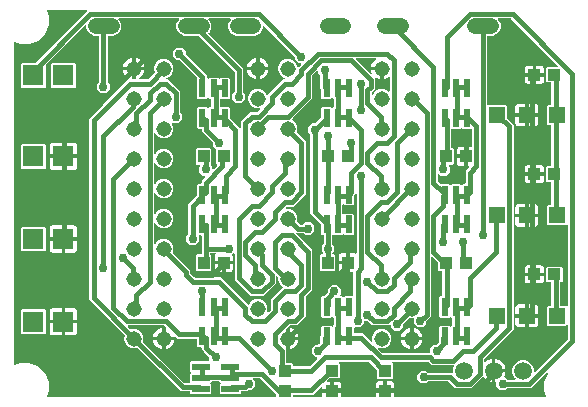
<source format=gbr>
G04 EAGLE Gerber RS-274X export*
G75*
%MOMM*%
%FSLAX34Y34*%
%LPD*%
%INBottom Copper*%
%IPPOS*%
%AMOC8*
5,1,8,0,0,1.08239X$1,22.5*%
G01*
%ADD10R,1.800000X1.800000*%
%ADD11C,1.320800*%
%ADD12R,1.408000X1.408000*%
%ADD13R,0.600000X1.500000*%
%ADD14R,1.500000X0.600000*%
%ADD15R,1.100000X1.000000*%
%ADD16R,1.000000X1.100000*%
%ADD17C,1.308000*%
%ADD18C,1.508000*%
%ADD19C,0.406400*%
%ADD20C,0.756400*%

G36*
X232234Y10926D02*
X232234Y10926D01*
X232253Y10924D01*
X232355Y10946D01*
X232457Y10962D01*
X232474Y10972D01*
X232494Y10976D01*
X232583Y11029D01*
X232674Y11078D01*
X232688Y11092D01*
X232705Y11102D01*
X232772Y11181D01*
X232844Y11256D01*
X232852Y11274D01*
X232865Y11289D01*
X232904Y11385D01*
X232947Y11479D01*
X232949Y11499D01*
X232957Y11517D01*
X232975Y11684D01*
X232975Y13139D01*
X232961Y13230D01*
X232953Y13320D01*
X232941Y13350D01*
X232936Y13382D01*
X232893Y13463D01*
X232857Y13547D01*
X232831Y13579D01*
X232820Y13600D01*
X232797Y13622D01*
X232752Y13678D01*
X219476Y26954D01*
X219402Y27007D01*
X219332Y27067D01*
X219302Y27079D01*
X219276Y27098D01*
X219189Y27125D01*
X219104Y27159D01*
X219063Y27163D01*
X219041Y27170D01*
X219009Y27169D01*
X218937Y27177D01*
X214067Y27177D01*
X213997Y27166D01*
X213925Y27164D01*
X213876Y27146D01*
X213825Y27138D01*
X213761Y27104D01*
X213694Y27079D01*
X213653Y27047D01*
X213607Y27022D01*
X213558Y26970D01*
X213502Y26926D01*
X213474Y26882D01*
X213438Y26844D01*
X213408Y26779D01*
X213369Y26719D01*
X213356Y26668D01*
X213334Y26621D01*
X213326Y26550D01*
X213309Y26480D01*
X213313Y26428D01*
X213307Y26377D01*
X213322Y26306D01*
X213328Y26235D01*
X213348Y26187D01*
X213359Y26136D01*
X213396Y26075D01*
X213424Y26009D01*
X213469Y25953D01*
X213486Y25925D01*
X213503Y25910D01*
X213529Y25878D01*
X214857Y24550D01*
X214857Y20154D01*
X211748Y17045D01*
X209589Y17045D01*
X209498Y17031D01*
X209408Y17023D01*
X209378Y17011D01*
X209346Y17006D01*
X209265Y16963D01*
X209181Y16927D01*
X209149Y16901D01*
X209128Y16890D01*
X209106Y16867D01*
X209050Y16822D01*
X208229Y16001D01*
X203786Y16001D01*
X203766Y15998D01*
X203747Y16000D01*
X203645Y15978D01*
X203543Y15962D01*
X203526Y15952D01*
X203506Y15948D01*
X203417Y15895D01*
X203326Y15846D01*
X203312Y15832D01*
X203295Y15822D01*
X203228Y15743D01*
X203156Y15668D01*
X203148Y15650D01*
X203135Y15635D01*
X203096Y15539D01*
X203053Y15445D01*
X203051Y15425D01*
X203043Y15407D01*
X203025Y15240D01*
X203025Y14268D01*
X202132Y13375D01*
X185868Y13375D01*
X184975Y14268D01*
X184975Y21532D01*
X185555Y22112D01*
X185567Y22128D01*
X185583Y22140D01*
X185639Y22228D01*
X185699Y22311D01*
X185705Y22330D01*
X185716Y22347D01*
X185741Y22448D01*
X185771Y22547D01*
X185771Y22566D01*
X185776Y22586D01*
X185768Y22689D01*
X185765Y22792D01*
X185758Y22811D01*
X185757Y22831D01*
X185716Y22926D01*
X185681Y23023D01*
X185668Y23039D01*
X185660Y23057D01*
X185555Y23188D01*
X184947Y23797D01*
X184936Y23865D01*
X184926Y23882D01*
X184922Y23902D01*
X184869Y23991D01*
X184820Y24082D01*
X184806Y24096D01*
X184796Y24113D01*
X184717Y24180D01*
X184642Y24252D01*
X184624Y24260D01*
X184609Y24273D01*
X184513Y24312D01*
X184419Y24355D01*
X184399Y24357D01*
X184381Y24365D01*
X184214Y24383D01*
X178786Y24383D01*
X178766Y24380D01*
X178747Y24382D01*
X178645Y24360D01*
X178543Y24344D01*
X178526Y24334D01*
X178506Y24330D01*
X178417Y24277D01*
X178326Y24228D01*
X178312Y24214D01*
X178295Y24204D01*
X178228Y24125D01*
X178156Y24050D01*
X178148Y24032D01*
X178135Y24017D01*
X178096Y23921D01*
X178053Y23827D01*
X178051Y23807D01*
X178043Y23789D01*
X178043Y23787D01*
X177445Y23188D01*
X177433Y23172D01*
X177417Y23160D01*
X177361Y23072D01*
X177301Y22989D01*
X177295Y22970D01*
X177284Y22953D01*
X177259Y22852D01*
X177229Y22753D01*
X177229Y22734D01*
X177224Y22714D01*
X177232Y22611D01*
X177235Y22508D01*
X177242Y22489D01*
X177243Y22469D01*
X177284Y22374D01*
X177319Y22277D01*
X177332Y22261D01*
X177340Y22243D01*
X177445Y22112D01*
X178025Y21532D01*
X178025Y14268D01*
X177132Y13375D01*
X160868Y13375D01*
X159975Y14268D01*
X159975Y15240D01*
X159972Y15260D01*
X159974Y15279D01*
X159952Y15381D01*
X159936Y15483D01*
X159926Y15500D01*
X159922Y15520D01*
X159869Y15609D01*
X159820Y15700D01*
X159806Y15714D01*
X159796Y15731D01*
X159717Y15798D01*
X159642Y15870D01*
X159624Y15878D01*
X159609Y15891D01*
X159513Y15930D01*
X159419Y15973D01*
X159399Y15975D01*
X159381Y15983D01*
X159214Y16001D01*
X152197Y16001D01*
X115437Y52761D01*
X115342Y52830D01*
X115248Y52899D01*
X115242Y52901D01*
X115237Y52905D01*
X115125Y52939D01*
X115014Y52976D01*
X115008Y52975D01*
X115002Y52977D01*
X114885Y52974D01*
X114768Y52973D01*
X114761Y52971D01*
X114756Y52971D01*
X114739Y52965D01*
X114607Y52926D01*
X113904Y52635D01*
X110696Y52635D01*
X107732Y53863D01*
X105463Y56132D01*
X104235Y59096D01*
X104235Y62304D01*
X104526Y63007D01*
X104553Y63121D01*
X104582Y63234D01*
X104581Y63240D01*
X104583Y63246D01*
X104572Y63363D01*
X104563Y63479D01*
X104560Y63485D01*
X104559Y63491D01*
X104512Y63599D01*
X104466Y63706D01*
X104462Y63712D01*
X104459Y63716D01*
X104447Y63730D01*
X104361Y63837D01*
X76982Y91216D01*
X74675Y93523D01*
X74675Y247345D01*
X105186Y277856D01*
X107693Y280363D01*
X107748Y280439D01*
X107809Y280512D01*
X107819Y280539D01*
X107836Y280563D01*
X107864Y280653D01*
X107899Y280741D01*
X107900Y280770D01*
X107909Y280798D01*
X107906Y280892D01*
X107911Y280986D01*
X107903Y281014D01*
X107902Y281044D01*
X107870Y281132D01*
X107845Y281223D01*
X107828Y281247D01*
X107818Y281275D01*
X107759Y281348D01*
X107706Y281426D01*
X107678Y281450D01*
X107664Y281467D01*
X107637Y281484D01*
X107578Y281534D01*
X106511Y282247D01*
X105247Y283511D01*
X104253Y284999D01*
X103568Y286651D01*
X103344Y287777D01*
X110777Y287777D01*
X110777Y280924D01*
X110780Y280904D01*
X110778Y280885D01*
X110800Y280783D01*
X110817Y280681D01*
X110826Y280664D01*
X110830Y280644D01*
X110883Y280555D01*
X110932Y280464D01*
X110946Y280450D01*
X110956Y280433D01*
X111035Y280366D01*
X111110Y280294D01*
X111128Y280286D01*
X111143Y280273D01*
X111239Y280234D01*
X111333Y280191D01*
X111353Y280189D01*
X111371Y280181D01*
X111538Y280163D01*
X113062Y280163D01*
X113082Y280166D01*
X113101Y280164D01*
X113203Y280186D01*
X113305Y280202D01*
X113322Y280212D01*
X113342Y280216D01*
X113431Y280269D01*
X113522Y280318D01*
X113536Y280332D01*
X113553Y280342D01*
X113620Y280421D01*
X113691Y280496D01*
X113700Y280514D01*
X113713Y280529D01*
X113752Y280625D01*
X113795Y280719D01*
X113797Y280739D01*
X113805Y280757D01*
X113823Y280924D01*
X113823Y287777D01*
X121256Y287777D01*
X121032Y286651D01*
X120347Y284999D01*
X119353Y283511D01*
X118089Y282247D01*
X117057Y281557D01*
X117040Y281541D01*
X117019Y281530D01*
X116950Y281458D01*
X116877Y281389D01*
X116866Y281369D01*
X116850Y281352D01*
X116808Y281261D01*
X116760Y281173D01*
X116756Y281150D01*
X116746Y281129D01*
X116735Y281029D01*
X116718Y280930D01*
X116722Y280907D01*
X116719Y280885D01*
X116741Y280786D01*
X116756Y280687D01*
X116767Y280667D01*
X116771Y280644D01*
X116823Y280558D01*
X116869Y280469D01*
X116886Y280453D01*
X116898Y280433D01*
X116974Y280368D01*
X117046Y280298D01*
X117067Y280288D01*
X117085Y280273D01*
X117178Y280236D01*
X117268Y280193D01*
X117291Y280190D01*
X117313Y280181D01*
X117479Y280163D01*
X123941Y280163D01*
X124032Y280177D01*
X124122Y280185D01*
X124152Y280197D01*
X124184Y280202D01*
X124265Y280245D01*
X124349Y280281D01*
X124381Y280307D01*
X124402Y280318D01*
X124424Y280341D01*
X124480Y280386D01*
X129907Y285813D01*
X129975Y285908D01*
X130045Y286001D01*
X130047Y286007D01*
X130050Y286012D01*
X130085Y286124D01*
X130121Y286235D01*
X130121Y286241D01*
X130123Y286247D01*
X130120Y286364D01*
X130118Y286481D01*
X130116Y286488D01*
X130116Y286493D01*
X130110Y286511D01*
X130072Y286642D01*
X129635Y287696D01*
X129635Y290904D01*
X130863Y293868D01*
X133132Y296137D01*
X136096Y297365D01*
X139304Y297365D01*
X142268Y296137D01*
X144537Y293868D01*
X145765Y290904D01*
X145765Y287696D01*
X144537Y284732D01*
X142268Y282463D01*
X140251Y281627D01*
X140167Y281576D01*
X140082Y281530D01*
X140064Y281512D01*
X140041Y281498D01*
X139979Y281422D01*
X139912Y281352D01*
X139901Y281328D01*
X139885Y281308D01*
X139850Y281217D01*
X139809Y281129D01*
X139806Y281103D01*
X139796Y281079D01*
X139792Y280981D01*
X139782Y280885D01*
X139787Y280859D01*
X139786Y280833D01*
X139813Y280739D01*
X139834Y280644D01*
X139847Y280622D01*
X139855Y280597D01*
X139910Y280517D01*
X139960Y280433D01*
X139980Y280416D01*
X139995Y280395D01*
X140073Y280336D01*
X140147Y280273D01*
X140171Y280263D01*
X140192Y280248D01*
X140285Y280218D01*
X140375Y280181D01*
X140408Y280178D01*
X140426Y280172D01*
X140459Y280172D01*
X140542Y280163D01*
X141173Y280163D01*
X151639Y269697D01*
X151639Y252929D01*
X151653Y252839D01*
X151661Y252748D01*
X151673Y252719D01*
X151678Y252687D01*
X151721Y252606D01*
X151757Y252522D01*
X151783Y252490D01*
X151794Y252469D01*
X151817Y252447D01*
X151862Y252391D01*
X153389Y250864D01*
X153389Y246468D01*
X150280Y243359D01*
X145717Y243359D01*
X145701Y243365D01*
X145675Y243366D01*
X145651Y243374D01*
X145553Y243372D01*
X145455Y243376D01*
X145431Y243369D01*
X145405Y243368D01*
X145313Y243334D01*
X145219Y243307D01*
X145198Y243292D01*
X145174Y243284D01*
X145097Y243223D01*
X145017Y243167D01*
X145002Y243146D01*
X144982Y243130D01*
X144929Y243048D01*
X144870Y242970D01*
X144862Y242945D01*
X144848Y242923D01*
X144824Y242829D01*
X144794Y242736D01*
X144794Y242710D01*
X144788Y242685D01*
X144796Y242587D01*
X144797Y242490D01*
X144806Y242459D01*
X144807Y242440D01*
X144820Y242409D01*
X144843Y242329D01*
X145765Y240104D01*
X145765Y236896D01*
X144537Y233932D01*
X142268Y231663D01*
X139304Y230435D01*
X136096Y230435D01*
X133132Y231663D01*
X130863Y233932D01*
X130751Y234202D01*
X130700Y234284D01*
X130654Y234370D01*
X130635Y234388D01*
X130622Y234411D01*
X130547Y234473D01*
X130476Y234540D01*
X130452Y234551D01*
X130432Y234567D01*
X130341Y234602D01*
X130253Y234643D01*
X130227Y234646D01*
X130203Y234656D01*
X130105Y234660D01*
X130009Y234670D01*
X129983Y234665D01*
X129957Y234666D01*
X129863Y234639D01*
X129768Y234618D01*
X129746Y234605D01*
X129721Y234598D01*
X129641Y234542D01*
X129557Y234492D01*
X129540Y234472D01*
X129519Y234457D01*
X129461Y234379D01*
X129397Y234305D01*
X129387Y234281D01*
X129372Y234260D01*
X129342Y234167D01*
X129305Y234077D01*
X129302Y234045D01*
X129296Y234026D01*
X129296Y233993D01*
X129287Y233910D01*
X129287Y217690D01*
X129302Y217594D01*
X129312Y217497D01*
X129322Y217473D01*
X129326Y217447D01*
X129372Y217361D01*
X129412Y217272D01*
X129429Y217253D01*
X129442Y217230D01*
X129512Y217163D01*
X129578Y217091D01*
X129601Y217078D01*
X129620Y217060D01*
X129708Y217019D01*
X129794Y216972D01*
X129819Y216968D01*
X129843Y216957D01*
X129940Y216946D01*
X130036Y216929D01*
X130062Y216932D01*
X130087Y216930D01*
X130182Y216950D01*
X130279Y216964D01*
X130302Y216976D01*
X130328Y216982D01*
X130411Y217032D01*
X130498Y217076D01*
X130517Y217095D01*
X130539Y217108D01*
X130602Y217182D01*
X130670Y217251D01*
X130686Y217280D01*
X130699Y217295D01*
X130711Y217326D01*
X130751Y217398D01*
X130863Y217668D01*
X133132Y219937D01*
X136096Y221165D01*
X139304Y221165D01*
X142268Y219937D01*
X144537Y217668D01*
X145765Y214704D01*
X145765Y211496D01*
X144537Y208532D01*
X142268Y206263D01*
X139304Y205035D01*
X136096Y205035D01*
X133132Y206263D01*
X130863Y208532D01*
X130751Y208802D01*
X130700Y208884D01*
X130654Y208970D01*
X130635Y208988D01*
X130622Y209011D01*
X130547Y209073D01*
X130476Y209140D01*
X130452Y209151D01*
X130432Y209167D01*
X130341Y209202D01*
X130253Y209243D01*
X130227Y209246D01*
X130203Y209256D01*
X130105Y209260D01*
X130009Y209270D01*
X129983Y209265D01*
X129957Y209266D01*
X129863Y209239D01*
X129768Y209218D01*
X129746Y209205D01*
X129721Y209198D01*
X129641Y209142D01*
X129557Y209092D01*
X129540Y209072D01*
X129519Y209057D01*
X129461Y208979D01*
X129397Y208905D01*
X129387Y208881D01*
X129372Y208860D01*
X129342Y208767D01*
X129305Y208677D01*
X129302Y208645D01*
X129296Y208626D01*
X129296Y208593D01*
X129287Y208510D01*
X129287Y192290D01*
X129302Y192194D01*
X129312Y192097D01*
X129322Y192073D01*
X129326Y192047D01*
X129372Y191961D01*
X129412Y191872D01*
X129429Y191853D01*
X129442Y191830D01*
X129512Y191763D01*
X129578Y191691D01*
X129601Y191678D01*
X129620Y191660D01*
X129708Y191619D01*
X129794Y191572D01*
X129819Y191568D01*
X129843Y191557D01*
X129940Y191546D01*
X130036Y191529D01*
X130062Y191532D01*
X130087Y191530D01*
X130182Y191550D01*
X130279Y191564D01*
X130302Y191576D01*
X130328Y191582D01*
X130411Y191632D01*
X130498Y191676D01*
X130517Y191695D01*
X130539Y191708D01*
X130602Y191782D01*
X130670Y191851D01*
X130686Y191880D01*
X130699Y191895D01*
X130711Y191926D01*
X130751Y191998D01*
X130863Y192268D01*
X133132Y194537D01*
X136096Y195765D01*
X139304Y195765D01*
X142268Y194537D01*
X144537Y192268D01*
X145765Y189304D01*
X145765Y186096D01*
X144537Y183132D01*
X142268Y180863D01*
X139304Y179635D01*
X136096Y179635D01*
X133132Y180863D01*
X130863Y183132D01*
X130751Y183402D01*
X130700Y183484D01*
X130654Y183570D01*
X130635Y183588D01*
X130622Y183611D01*
X130547Y183673D01*
X130476Y183740D01*
X130452Y183751D01*
X130432Y183767D01*
X130341Y183802D01*
X130253Y183843D01*
X130227Y183846D01*
X130203Y183856D01*
X130105Y183860D01*
X130009Y183870D01*
X129983Y183865D01*
X129957Y183866D01*
X129863Y183839D01*
X129768Y183818D01*
X129746Y183805D01*
X129721Y183798D01*
X129641Y183742D01*
X129557Y183692D01*
X129540Y183672D01*
X129519Y183657D01*
X129461Y183579D01*
X129397Y183505D01*
X129387Y183481D01*
X129372Y183460D01*
X129342Y183367D01*
X129305Y183277D01*
X129302Y183245D01*
X129296Y183226D01*
X129296Y183193D01*
X129287Y183110D01*
X129287Y166890D01*
X129302Y166794D01*
X129312Y166697D01*
X129322Y166673D01*
X129326Y166647D01*
X129372Y166561D01*
X129412Y166472D01*
X129429Y166453D01*
X129442Y166430D01*
X129512Y166363D01*
X129578Y166291D01*
X129601Y166278D01*
X129620Y166260D01*
X129708Y166219D01*
X129794Y166172D01*
X129819Y166168D01*
X129843Y166157D01*
X129940Y166146D01*
X130036Y166129D01*
X130062Y166132D01*
X130087Y166130D01*
X130182Y166150D01*
X130279Y166164D01*
X130302Y166176D01*
X130328Y166182D01*
X130411Y166232D01*
X130498Y166276D01*
X130517Y166295D01*
X130539Y166308D01*
X130602Y166382D01*
X130670Y166451D01*
X130686Y166480D01*
X130699Y166495D01*
X130711Y166526D01*
X130751Y166598D01*
X130863Y166868D01*
X133132Y169137D01*
X136096Y170365D01*
X139304Y170365D01*
X142268Y169137D01*
X144537Y166868D01*
X145765Y163904D01*
X145765Y160696D01*
X144537Y157732D01*
X142268Y155463D01*
X139304Y154235D01*
X136096Y154235D01*
X133132Y155463D01*
X130863Y157732D01*
X130751Y158002D01*
X130700Y158084D01*
X130654Y158170D01*
X130635Y158188D01*
X130622Y158211D01*
X130547Y158273D01*
X130476Y158340D01*
X130452Y158351D01*
X130432Y158367D01*
X130341Y158402D01*
X130253Y158443D01*
X130227Y158446D01*
X130203Y158456D01*
X130105Y158460D01*
X130009Y158470D01*
X129983Y158465D01*
X129957Y158466D01*
X129863Y158439D01*
X129768Y158418D01*
X129746Y158405D01*
X129721Y158398D01*
X129641Y158342D01*
X129557Y158292D01*
X129540Y158272D01*
X129519Y158257D01*
X129461Y158179D01*
X129397Y158105D01*
X129387Y158081D01*
X129372Y158060D01*
X129342Y157967D01*
X129305Y157877D01*
X129302Y157845D01*
X129296Y157826D01*
X129296Y157793D01*
X129287Y157710D01*
X129287Y141490D01*
X129302Y141394D01*
X129312Y141297D01*
X129322Y141273D01*
X129326Y141247D01*
X129372Y141161D01*
X129412Y141072D01*
X129429Y141053D01*
X129442Y141030D01*
X129512Y140963D01*
X129578Y140891D01*
X129601Y140878D01*
X129620Y140860D01*
X129708Y140819D01*
X129794Y140772D01*
X129819Y140768D01*
X129843Y140757D01*
X129940Y140746D01*
X130036Y140729D01*
X130062Y140732D01*
X130087Y140730D01*
X130182Y140750D01*
X130279Y140764D01*
X130302Y140776D01*
X130328Y140782D01*
X130411Y140832D01*
X130498Y140876D01*
X130517Y140895D01*
X130539Y140908D01*
X130602Y140982D01*
X130670Y141051D01*
X130686Y141080D01*
X130699Y141095D01*
X130711Y141126D01*
X130751Y141198D01*
X130863Y141468D01*
X133132Y143737D01*
X136096Y144965D01*
X139304Y144965D01*
X142268Y143737D01*
X144537Y141468D01*
X145765Y138504D01*
X145765Y135296D01*
X145310Y134197D01*
X145283Y134082D01*
X145254Y133970D01*
X145255Y133964D01*
X145253Y133958D01*
X145264Y133841D01*
X145273Y133725D01*
X145276Y133719D01*
X145276Y133713D01*
X145325Y133605D01*
X145370Y133498D01*
X145374Y133493D01*
X145376Y133488D01*
X145389Y133474D01*
X145475Y133367D01*
X157714Y121128D01*
X160021Y118821D01*
X160021Y116343D01*
X160035Y116252D01*
X160043Y116162D01*
X160055Y116132D01*
X160060Y116100D01*
X160103Y116019D01*
X160139Y115935D01*
X160165Y115903D01*
X160176Y115882D01*
X160199Y115860D01*
X160244Y115804D01*
X163302Y112746D01*
X163376Y112693D01*
X163446Y112633D01*
X163476Y112621D01*
X163502Y112602D01*
X163589Y112575D01*
X163674Y112541D01*
X163715Y112537D01*
X163737Y112530D01*
X163769Y112531D01*
X163841Y112523D01*
X185877Y112523D01*
X208006Y90394D01*
X208857Y89543D01*
X208895Y89516D01*
X208926Y89482D01*
X208972Y89457D01*
X208989Y89442D01*
X209008Y89434D01*
X209057Y89399D01*
X209101Y89385D01*
X209141Y89363D01*
X209218Y89349D01*
X209292Y89327D01*
X209338Y89328D01*
X209383Y89320D01*
X209460Y89331D01*
X209538Y89333D01*
X209581Y89349D01*
X209627Y89355D01*
X209696Y89391D01*
X209769Y89417D01*
X209805Y89446D01*
X209846Y89467D01*
X209900Y89523D01*
X209961Y89571D01*
X209986Y89610D01*
X210018Y89643D01*
X210084Y89762D01*
X210094Y89778D01*
X210095Y89783D01*
X210099Y89789D01*
X210463Y90668D01*
X212732Y92937D01*
X215696Y94165D01*
X218904Y94165D01*
X221868Y92937D01*
X224137Y90668D01*
X225365Y87704D01*
X225365Y84496D01*
X225286Y84305D01*
X225263Y84210D01*
X225235Y84117D01*
X225235Y84091D01*
X225229Y84065D01*
X225239Y83969D01*
X225241Y83871D01*
X225250Y83846D01*
X225252Y83820D01*
X225292Y83731D01*
X225326Y83640D01*
X225342Y83620D01*
X225352Y83596D01*
X225418Y83524D01*
X225479Y83448D01*
X225501Y83434D01*
X225519Y83415D01*
X225604Y83368D01*
X225686Y83315D01*
X225712Y83309D01*
X225734Y83296D01*
X225830Y83279D01*
X225925Y83255D01*
X225951Y83257D01*
X225976Y83252D01*
X226073Y83266D01*
X226170Y83274D01*
X226194Y83284D01*
X226220Y83288D01*
X226307Y83332D01*
X226396Y83370D01*
X226422Y83391D01*
X226439Y83399D01*
X226462Y83423D01*
X226527Y83475D01*
X228122Y85070D01*
X228175Y85144D01*
X228235Y85214D01*
X228247Y85244D01*
X228266Y85270D01*
X228293Y85357D01*
X228327Y85442D01*
X228331Y85483D01*
X228338Y85505D01*
X228337Y85537D01*
X228345Y85609D01*
X228345Y93675D01*
X236504Y101834D01*
X238194Y103524D01*
X238206Y103540D01*
X238221Y103553D01*
X238277Y103640D01*
X238338Y103724D01*
X238343Y103743D01*
X238354Y103760D01*
X238380Y103860D01*
X238410Y103959D01*
X238409Y103979D01*
X238414Y103998D01*
X238406Y104101D01*
X238404Y104205D01*
X238397Y104224D01*
X238395Y104243D01*
X238355Y104338D01*
X238319Y104436D01*
X238307Y104451D01*
X238299Y104470D01*
X238194Y104601D01*
X235863Y106932D01*
X234635Y109896D01*
X234635Y112063D01*
X234621Y112153D01*
X234613Y112244D01*
X234601Y112274D01*
X234596Y112306D01*
X234553Y112387D01*
X234517Y112471D01*
X234491Y112503D01*
X234480Y112524D01*
X234457Y112546D01*
X234412Y112602D01*
X233964Y113050D01*
X233906Y113092D01*
X233854Y113141D01*
X233807Y113163D01*
X233765Y113193D01*
X233696Y113214D01*
X233631Y113245D01*
X233579Y113250D01*
X233529Y113266D01*
X233458Y113264D01*
X233387Y113272D01*
X233336Y113261D01*
X233284Y113259D01*
X233216Y113235D01*
X233146Y113219D01*
X233101Y113193D01*
X233053Y113175D01*
X232997Y113130D01*
X232935Y113093D01*
X232901Y113054D01*
X232861Y113021D01*
X232822Y112961D01*
X232775Y112906D01*
X232756Y112858D01*
X232728Y112814D01*
X232710Y112745D01*
X232683Y112678D01*
X232675Y112607D01*
X232667Y112576D01*
X232669Y112552D01*
X232665Y112511D01*
X232665Y107493D01*
X222199Y97027D01*
X210871Y97027D01*
X197611Y110287D01*
X197611Y132389D01*
X197600Y132459D01*
X197598Y132531D01*
X197580Y132580D01*
X197572Y132631D01*
X197538Y132695D01*
X197513Y132762D01*
X197481Y132803D01*
X197456Y132849D01*
X197405Y132898D01*
X197360Y132954D01*
X197316Y132982D01*
X197278Y133018D01*
X197213Y133048D01*
X197153Y133087D01*
X197102Y133100D01*
X197055Y133122D01*
X196984Y133130D01*
X196914Y133147D01*
X196862Y133143D01*
X196811Y133149D01*
X196740Y133134D01*
X196669Y133128D01*
X196621Y133108D01*
X196570Y133097D01*
X196509Y133060D01*
X196443Y133032D01*
X196387Y132987D01*
X196359Y132970D01*
X196344Y132953D01*
X196312Y132927D01*
X195914Y132529D01*
X195888Y132493D01*
X195856Y132464D01*
X195817Y132394D01*
X195770Y132329D01*
X195757Y132287D01*
X195736Y132249D01*
X195721Y132170D01*
X195698Y132094D01*
X195699Y132050D01*
X195691Y132007D01*
X195702Y131928D01*
X195704Y131848D01*
X195719Y131807D01*
X195726Y131764D01*
X195761Y131684D01*
X195761Y131682D01*
X195763Y131679D01*
X195784Y131631D01*
X195789Y131617D01*
X195791Y131615D01*
X195793Y131610D01*
X195868Y131481D01*
X196041Y130834D01*
X196041Y126523D01*
X189262Y126523D01*
X189242Y126520D01*
X189223Y126522D01*
X189121Y126500D01*
X189019Y126483D01*
X189002Y126474D01*
X188982Y126470D01*
X188893Y126417D01*
X188802Y126368D01*
X188788Y126354D01*
X188771Y126344D01*
X188704Y126265D01*
X188633Y126190D01*
X188624Y126172D01*
X188611Y126157D01*
X188572Y126061D01*
X188529Y125967D01*
X188527Y125947D01*
X188519Y125929D01*
X188501Y125762D01*
X188501Y124999D01*
X188499Y124999D01*
X188499Y125762D01*
X188496Y125782D01*
X188498Y125801D01*
X188476Y125903D01*
X188459Y126005D01*
X188450Y126022D01*
X188446Y126042D01*
X188393Y126131D01*
X188344Y126222D01*
X188330Y126236D01*
X188320Y126253D01*
X188241Y126320D01*
X188166Y126391D01*
X188148Y126400D01*
X188133Y126413D01*
X188037Y126452D01*
X187943Y126495D01*
X187923Y126497D01*
X187905Y126505D01*
X187738Y126523D01*
X180959Y126523D01*
X180959Y130834D01*
X181132Y131481D01*
X181479Y132080D01*
X181498Y132108D01*
X181548Y132160D01*
X181570Y132207D01*
X181600Y132249D01*
X181621Y132318D01*
X181651Y132383D01*
X181657Y132435D01*
X181672Y132484D01*
X181671Y132556D01*
X181679Y132627D01*
X181668Y132678D01*
X181666Y132730D01*
X181642Y132798D01*
X181626Y132868D01*
X181600Y132912D01*
X181582Y132961D01*
X181537Y133017D01*
X181500Y133079D01*
X181461Y133113D01*
X181428Y133153D01*
X181368Y133192D01*
X181313Y133239D01*
X181265Y133258D01*
X181221Y133286D01*
X181152Y133304D01*
X181085Y133331D01*
X181014Y133339D01*
X180983Y133347D01*
X180959Y133345D01*
X180918Y133349D01*
X177645Y133349D01*
X177574Y133338D01*
X177502Y133336D01*
X177453Y133318D01*
X177402Y133310D01*
X177339Y133276D01*
X177271Y133251D01*
X177231Y133219D01*
X177185Y133194D01*
X177135Y133142D01*
X177079Y133098D01*
X177051Y133054D01*
X177015Y133016D01*
X176985Y132951D01*
X176946Y132891D01*
X176934Y132840D01*
X176912Y132793D01*
X176904Y132722D01*
X176886Y132652D01*
X176890Y132600D01*
X176885Y132549D01*
X176900Y132478D01*
X176905Y132407D01*
X176926Y132359D01*
X176937Y132308D01*
X176974Y132247D01*
X177002Y132181D01*
X177047Y132125D01*
X177063Y132097D01*
X177081Y132082D01*
X177107Y132050D01*
X178025Y131132D01*
X178025Y118868D01*
X177132Y117975D01*
X165868Y117975D01*
X164975Y118868D01*
X164975Y131132D01*
X165868Y132025D01*
X168910Y132025D01*
X168930Y132028D01*
X168949Y132026D01*
X169051Y132048D01*
X169153Y132064D01*
X169170Y132074D01*
X169190Y132078D01*
X169279Y132131D01*
X169370Y132180D01*
X169384Y132194D01*
X169401Y132204D01*
X169468Y132283D01*
X169540Y132358D01*
X169548Y132376D01*
X169561Y132391D01*
X169600Y132487D01*
X169643Y132581D01*
X169645Y132601D01*
X169653Y132619D01*
X169671Y132786D01*
X169671Y147714D01*
X169668Y147734D01*
X169670Y147753D01*
X169648Y147855D01*
X169632Y147957D01*
X169622Y147974D01*
X169618Y147994D01*
X169565Y148083D01*
X169516Y148174D01*
X169502Y148188D01*
X169492Y148205D01*
X169413Y148272D01*
X169338Y148344D01*
X169320Y148352D01*
X169305Y148365D01*
X169209Y148404D01*
X169115Y148447D01*
X169095Y148449D01*
X169077Y148457D01*
X168910Y148475D01*
X168120Y148475D01*
X168100Y148472D01*
X168081Y148474D01*
X167979Y148452D01*
X167877Y148436D01*
X167860Y148426D01*
X167840Y148422D01*
X167751Y148369D01*
X167660Y148320D01*
X167646Y148306D01*
X167629Y148296D01*
X167562Y148217D01*
X167490Y148142D01*
X167482Y148124D01*
X167469Y148109D01*
X167430Y148013D01*
X167387Y147919D01*
X167385Y147899D01*
X167377Y147881D01*
X167359Y147714D01*
X167359Y143090D01*
X164250Y139981D01*
X159854Y139981D01*
X156745Y143090D01*
X156745Y147486D01*
X158272Y149013D01*
X158325Y149087D01*
X158385Y149157D01*
X158397Y149187D01*
X158416Y149213D01*
X158443Y149300D01*
X158477Y149385D01*
X158481Y149426D01*
X158488Y149448D01*
X158487Y149480D01*
X158495Y149551D01*
X158495Y174701D01*
X165752Y181958D01*
X165805Y182032D01*
X165865Y182102D01*
X165877Y182132D01*
X165896Y182158D01*
X165923Y182245D01*
X165957Y182330D01*
X165961Y182371D01*
X165968Y182393D01*
X165967Y182425D01*
X165975Y182497D01*
X165975Y190632D01*
X166868Y191525D01*
X168910Y191525D01*
X168930Y191528D01*
X168949Y191526D01*
X169051Y191548D01*
X169153Y191564D01*
X169170Y191574D01*
X169190Y191578D01*
X169279Y191631D01*
X169370Y191680D01*
X169384Y191694D01*
X169401Y191704D01*
X169468Y191783D01*
X169540Y191858D01*
X169548Y191876D01*
X169561Y191891D01*
X169600Y191987D01*
X169643Y192081D01*
X169645Y192101D01*
X169653Y192119D01*
X169671Y192286D01*
X169671Y194259D01*
X171978Y196566D01*
X172768Y197356D01*
X172810Y197414D01*
X172859Y197466D01*
X172881Y197513D01*
X172911Y197555D01*
X172932Y197624D01*
X172963Y197689D01*
X172968Y197741D01*
X172984Y197791D01*
X172982Y197862D01*
X172990Y197933D01*
X172979Y197984D01*
X172977Y198036D01*
X172953Y198104D01*
X172937Y198174D01*
X172911Y198219D01*
X172893Y198267D01*
X172848Y198323D01*
X172811Y198385D01*
X172772Y198419D01*
X172739Y198459D01*
X172679Y198498D01*
X172624Y198545D01*
X172576Y198564D01*
X172532Y198592D01*
X172463Y198610D01*
X172396Y198637D01*
X172325Y198645D01*
X172294Y198653D01*
X172270Y198651D01*
X172229Y198655D01*
X171030Y198655D01*
X167921Y201764D01*
X167921Y206160D01*
X168437Y206676D01*
X168479Y206734D01*
X168528Y206786D01*
X168550Y206833D01*
X168580Y206875D01*
X168602Y206944D01*
X168632Y207009D01*
X168637Y207061D01*
X168653Y207111D01*
X168651Y207182D01*
X168659Y207253D01*
X168648Y207304D01*
X168646Y207356D01*
X168622Y207424D01*
X168607Y207494D01*
X168580Y207539D01*
X168562Y207587D01*
X168517Y207643D01*
X168480Y207705D01*
X168441Y207739D01*
X168408Y207779D01*
X168348Y207818D01*
X168293Y207865D01*
X168245Y207884D01*
X168201Y207912D01*
X168132Y207930D01*
X168065Y207957D01*
X167994Y207965D01*
X167963Y207973D01*
X167940Y207971D01*
X167899Y207975D01*
X165868Y207975D01*
X164975Y208868D01*
X164975Y221132D01*
X165868Y222025D01*
X177132Y222025D01*
X178025Y221132D01*
X178025Y208868D01*
X177464Y208308D01*
X177452Y208291D01*
X177437Y208279D01*
X177381Y208192D01*
X177320Y208108D01*
X177314Y208089D01*
X177304Y208072D01*
X177278Y207971D01*
X177248Y207873D01*
X177248Y207853D01*
X177244Y207834D01*
X177252Y207731D01*
X177254Y207627D01*
X177261Y207608D01*
X177263Y207588D01*
X177303Y207493D01*
X177339Y207396D01*
X177351Y207380D01*
X177359Y207362D01*
X177464Y207231D01*
X178535Y206160D01*
X178535Y204961D01*
X178546Y204890D01*
X178548Y204818D01*
X178566Y204769D01*
X178574Y204718D01*
X178608Y204654D01*
X178633Y204587D01*
X178665Y204546D01*
X178690Y204500D01*
X178742Y204451D01*
X178786Y204395D01*
X178830Y204367D01*
X178868Y204331D01*
X178933Y204301D01*
X178993Y204262D01*
X179044Y204249D01*
X179091Y204227D01*
X179162Y204219D01*
X179232Y204202D01*
X179284Y204206D01*
X179335Y204200D01*
X179406Y204216D01*
X179477Y204221D01*
X179525Y204241D01*
X179576Y204253D01*
X179637Y204289D01*
X179703Y204317D01*
X179759Y204362D01*
X179787Y204379D01*
X179802Y204397D01*
X179834Y204422D01*
X182590Y207178D01*
X182601Y207194D01*
X182617Y207206D01*
X182673Y207293D01*
X182733Y207377D01*
X182739Y207396D01*
X182750Y207413D01*
X182775Y207513D01*
X182805Y207612D01*
X182805Y207632D01*
X182810Y207652D01*
X182802Y207755D01*
X182799Y207858D01*
X182792Y207877D01*
X182791Y207897D01*
X182750Y207992D01*
X182715Y208089D01*
X182702Y208105D01*
X182694Y208123D01*
X182590Y208254D01*
X181975Y208868D01*
X181975Y220923D01*
X181961Y221013D01*
X181953Y221104D01*
X181941Y221133D01*
X181936Y221165D01*
X181893Y221246D01*
X181857Y221330D01*
X181831Y221362D01*
X181820Y221383D01*
X181797Y221405D01*
X181752Y221461D01*
X179097Y224116D01*
X179097Y226275D01*
X179083Y226366D01*
X179075Y226456D01*
X179063Y226486D01*
X179058Y226518D01*
X179015Y226599D01*
X178979Y226683D01*
X178953Y226715D01*
X178942Y226736D01*
X178919Y226758D01*
X178874Y226814D01*
X169671Y236017D01*
X169671Y237714D01*
X169668Y237734D01*
X169670Y237753D01*
X169648Y237855D01*
X169632Y237957D01*
X169622Y237974D01*
X169618Y237994D01*
X169565Y238083D01*
X169516Y238174D01*
X169502Y238188D01*
X169492Y238205D01*
X169413Y238272D01*
X169338Y238344D01*
X169320Y238352D01*
X169305Y238365D01*
X169209Y238404D01*
X169115Y238447D01*
X169095Y238449D01*
X169077Y238457D01*
X168910Y238475D01*
X166868Y238475D01*
X165975Y239368D01*
X165975Y255632D01*
X166868Y256525D01*
X174132Y256525D01*
X174712Y255945D01*
X174728Y255933D01*
X174740Y255917D01*
X174828Y255861D01*
X174911Y255801D01*
X174930Y255795D01*
X174947Y255784D01*
X175048Y255759D01*
X175147Y255729D01*
X175166Y255729D01*
X175186Y255724D01*
X175289Y255732D01*
X175392Y255735D01*
X175411Y255742D01*
X175431Y255743D01*
X175526Y255784D01*
X175623Y255819D01*
X175639Y255832D01*
X175657Y255840D01*
X175788Y255945D01*
X176368Y256525D01*
X177292Y256525D01*
X177312Y256528D01*
X177331Y256526D01*
X177433Y256548D01*
X177535Y256564D01*
X177552Y256574D01*
X177572Y256578D01*
X177661Y256631D01*
X177752Y256680D01*
X177766Y256694D01*
X177783Y256704D01*
X177850Y256783D01*
X177922Y256858D01*
X177930Y256876D01*
X177943Y256891D01*
X177982Y256987D01*
X178025Y257081D01*
X178027Y257101D01*
X178035Y257119D01*
X178053Y257286D01*
X178053Y262714D01*
X178050Y262734D01*
X178052Y262753D01*
X178030Y262855D01*
X178014Y262957D01*
X178004Y262974D01*
X178000Y262994D01*
X177947Y263083D01*
X177898Y263174D01*
X177884Y263188D01*
X177874Y263205D01*
X177795Y263272D01*
X177720Y263344D01*
X177702Y263352D01*
X177687Y263365D01*
X177591Y263404D01*
X177497Y263447D01*
X177477Y263449D01*
X177459Y263457D01*
X177292Y263475D01*
X176368Y263475D01*
X175788Y264055D01*
X175772Y264067D01*
X175760Y264083D01*
X175672Y264139D01*
X175589Y264199D01*
X175570Y264205D01*
X175553Y264216D01*
X175452Y264241D01*
X175353Y264271D01*
X175334Y264271D01*
X175314Y264276D01*
X175211Y264268D01*
X175108Y264265D01*
X175089Y264258D01*
X175069Y264257D01*
X174974Y264216D01*
X174877Y264181D01*
X174861Y264168D01*
X174843Y264160D01*
X174712Y264055D01*
X174132Y263475D01*
X166868Y263475D01*
X165975Y264368D01*
X165975Y280642D01*
X166016Y280705D01*
X166076Y280789D01*
X166082Y280808D01*
X166093Y280824D01*
X166118Y280925D01*
X166148Y281024D01*
X166148Y281044D01*
X166153Y281063D01*
X166145Y281166D01*
X166142Y281270D01*
X166135Y281288D01*
X166134Y281308D01*
X166093Y281403D01*
X166058Y281501D01*
X166045Y281516D01*
X166037Y281534D01*
X165933Y281665D01*
X151376Y296222D01*
X151302Y296275D01*
X151232Y296335D01*
X151202Y296347D01*
X151176Y296366D01*
X151089Y296393D01*
X151004Y296427D01*
X150963Y296431D01*
X150941Y296438D01*
X150909Y296437D01*
X150837Y296445D01*
X148678Y296445D01*
X145569Y299554D01*
X145569Y303950D01*
X148678Y307059D01*
X153074Y307059D01*
X156183Y303950D01*
X156183Y301791D01*
X156197Y301700D01*
X156205Y301610D01*
X156217Y301580D01*
X156222Y301548D01*
X156265Y301467D01*
X156301Y301383D01*
X156327Y301351D01*
X156338Y301330D01*
X156361Y301308D01*
X156406Y301252D01*
X173991Y283667D01*
X173991Y281981D01*
X174005Y281891D01*
X174013Y281800D01*
X174025Y281770D01*
X174030Y281738D01*
X174073Y281657D01*
X174109Y281574D01*
X174135Y281541D01*
X174146Y281521D01*
X174169Y281499D01*
X174214Y281443D01*
X174712Y280945D01*
X174728Y280933D01*
X174740Y280917D01*
X174828Y280861D01*
X174911Y280801D01*
X174930Y280795D01*
X174947Y280784D01*
X175048Y280759D01*
X175147Y280729D01*
X175166Y280729D01*
X175186Y280724D01*
X175289Y280732D01*
X175392Y280735D01*
X175411Y280742D01*
X175431Y280743D01*
X175526Y280784D01*
X175623Y280819D01*
X175639Y280832D01*
X175657Y280840D01*
X175788Y280945D01*
X176368Y281525D01*
X183632Y281525D01*
X184212Y280945D01*
X184228Y280933D01*
X184240Y280917D01*
X184328Y280861D01*
X184411Y280801D01*
X184430Y280795D01*
X184447Y280784D01*
X184548Y280759D01*
X184647Y280729D01*
X184666Y280729D01*
X184686Y280724D01*
X184789Y280732D01*
X184892Y280735D01*
X184911Y280742D01*
X184931Y280743D01*
X185026Y280784D01*
X185123Y280819D01*
X185139Y280832D01*
X185157Y280840D01*
X185288Y280945D01*
X185868Y281525D01*
X193132Y281525D01*
X194025Y280632D01*
X194025Y264368D01*
X193132Y263475D01*
X185928Y263475D01*
X185908Y263472D01*
X185889Y263474D01*
X185787Y263452D01*
X185685Y263436D01*
X185668Y263426D01*
X185648Y263422D01*
X185559Y263369D01*
X185468Y263320D01*
X185454Y263306D01*
X185437Y263296D01*
X185370Y263217D01*
X185298Y263142D01*
X185290Y263124D01*
X185277Y263109D01*
X185238Y263013D01*
X185195Y262919D01*
X185193Y262899D01*
X185185Y262881D01*
X185167Y262714D01*
X185167Y257286D01*
X185170Y257266D01*
X185168Y257247D01*
X185190Y257145D01*
X185206Y257043D01*
X185216Y257026D01*
X185220Y257006D01*
X185273Y256917D01*
X185322Y256826D01*
X185336Y256812D01*
X185346Y256795D01*
X185425Y256728D01*
X185500Y256656D01*
X185518Y256648D01*
X185533Y256635D01*
X185629Y256596D01*
X185723Y256553D01*
X185743Y256551D01*
X185761Y256543D01*
X185928Y256525D01*
X193132Y256525D01*
X194025Y255632D01*
X194025Y247185D01*
X194039Y247094D01*
X194047Y247004D01*
X194059Y246974D01*
X194064Y246942D01*
X194107Y246861D01*
X194143Y246777D01*
X194169Y246745D01*
X194180Y246724D01*
X194203Y246702D01*
X194248Y246646D01*
X201900Y238994D01*
X201958Y238952D01*
X202010Y238903D01*
X202057Y238881D01*
X202099Y238851D01*
X202168Y238830D01*
X202233Y238799D01*
X202285Y238794D01*
X202335Y238778D01*
X202406Y238780D01*
X202477Y238772D01*
X202528Y238783D01*
X202580Y238785D01*
X202648Y238809D01*
X202718Y238825D01*
X202763Y238851D01*
X202811Y238869D01*
X202867Y238914D01*
X202929Y238951D01*
X202963Y238990D01*
X203003Y239023D01*
X203042Y239083D01*
X203089Y239138D01*
X203108Y239186D01*
X203136Y239230D01*
X203154Y239299D01*
X203181Y239366D01*
X203189Y239437D01*
X203197Y239468D01*
X203195Y239492D01*
X203199Y239533D01*
X203199Y244551D01*
X210871Y252223D01*
X216143Y252223D01*
X216234Y252237D01*
X216324Y252245D01*
X216354Y252257D01*
X216386Y252262D01*
X216467Y252305D01*
X216551Y252341D01*
X216583Y252367D01*
X216604Y252378D01*
X216618Y252393D01*
X216620Y252394D01*
X216629Y252404D01*
X216682Y252446D01*
X218772Y254536D01*
X218814Y254594D01*
X218863Y254646D01*
X218885Y254693D01*
X218915Y254735D01*
X218936Y254804D01*
X218967Y254869D01*
X218972Y254921D01*
X218988Y254971D01*
X218986Y255042D01*
X218994Y255113D01*
X218983Y255164D01*
X218981Y255216D01*
X218957Y255284D01*
X218941Y255354D01*
X218915Y255399D01*
X218897Y255447D01*
X218852Y255503D01*
X218815Y255565D01*
X218776Y255599D01*
X218743Y255639D01*
X218683Y255678D01*
X218628Y255725D01*
X218580Y255744D01*
X218536Y255772D01*
X218467Y255790D01*
X218400Y255817D01*
X218329Y255825D01*
X218298Y255833D01*
X218274Y255831D01*
X218233Y255835D01*
X215696Y255835D01*
X212732Y257063D01*
X210463Y259332D01*
X209235Y262296D01*
X209235Y265504D01*
X210463Y268468D01*
X212732Y270737D01*
X215696Y271965D01*
X218904Y271965D01*
X221868Y270737D01*
X224137Y268468D01*
X224574Y267414D01*
X224598Y267375D01*
X224614Y267332D01*
X224662Y267271D01*
X224703Y267205D01*
X224739Y267176D01*
X224767Y267140D01*
X224833Y267098D01*
X224893Y267048D01*
X224936Y267032D01*
X224974Y267007D01*
X225050Y266988D01*
X225122Y266960D01*
X225168Y266958D01*
X225213Y266947D01*
X225290Y266953D01*
X225368Y266950D01*
X225412Y266962D01*
X225458Y266966D01*
X225529Y266996D01*
X225604Y267018D01*
X225642Y267044D01*
X225684Y267062D01*
X225791Y267148D01*
X225806Y267158D01*
X225809Y267162D01*
X225815Y267167D01*
X227858Y269210D01*
X238811Y280163D01*
X239858Y280163D01*
X239954Y280178D01*
X240051Y280188D01*
X240075Y280198D01*
X240101Y280202D01*
X240187Y280248D01*
X240276Y280288D01*
X240295Y280305D01*
X240318Y280318D01*
X240385Y280388D01*
X240457Y280454D01*
X240470Y280477D01*
X240488Y280496D01*
X240529Y280584D01*
X240576Y280670D01*
X240580Y280695D01*
X240591Y280719D01*
X240602Y280816D01*
X240619Y280912D01*
X240615Y280938D01*
X240618Y280963D01*
X240598Y281059D01*
X240584Y281155D01*
X240572Y281178D01*
X240566Y281204D01*
X240516Y281287D01*
X240472Y281374D01*
X240453Y281393D01*
X240440Y281415D01*
X240366Y281478D01*
X240296Y281546D01*
X240268Y281562D01*
X240253Y281575D01*
X240222Y281587D01*
X240149Y281627D01*
X238132Y282463D01*
X235863Y284732D01*
X234635Y287696D01*
X234635Y290904D01*
X235863Y293868D01*
X238132Y296137D01*
X241096Y297365D01*
X244304Y297365D01*
X247268Y296137D01*
X249537Y293868D01*
X250792Y290838D01*
X250816Y290800D01*
X250832Y290756D01*
X250881Y290696D01*
X250922Y290629D01*
X250957Y290600D01*
X250986Y290564D01*
X251051Y290522D01*
X251111Y290473D01*
X251154Y290456D01*
X251192Y290431D01*
X251268Y290412D01*
X251341Y290384D01*
X251386Y290382D01*
X251431Y290371D01*
X251509Y290377D01*
X251586Y290374D01*
X251631Y290387D01*
X251676Y290390D01*
X251748Y290421D01*
X251823Y290443D01*
X251860Y290469D01*
X251903Y290487D01*
X252009Y290572D01*
X252025Y290583D01*
X252028Y290587D01*
X252034Y290592D01*
X253004Y291562D01*
X253794Y292352D01*
X253836Y292410D01*
X253885Y292462D01*
X253907Y292509D01*
X253937Y292551D01*
X253958Y292620D01*
X253989Y292685D01*
X253994Y292737D01*
X254010Y292787D01*
X254008Y292858D01*
X254016Y292929D01*
X254005Y292980D01*
X254003Y293032D01*
X253979Y293100D01*
X253963Y293170D01*
X253937Y293215D01*
X253919Y293263D01*
X253874Y293319D01*
X253837Y293381D01*
X253798Y293415D01*
X253765Y293455D01*
X253705Y293494D01*
X253650Y293541D01*
X253602Y293560D01*
X253558Y293588D01*
X253489Y293606D01*
X253422Y293633D01*
X253351Y293641D01*
X253320Y293649D01*
X253296Y293647D01*
X253255Y293651D01*
X252056Y293651D01*
X248947Y296760D01*
X248947Y298919D01*
X248933Y299010D01*
X248925Y299100D01*
X248913Y299130D01*
X248908Y299162D01*
X248865Y299243D01*
X248829Y299327D01*
X248803Y299359D01*
X248792Y299380D01*
X248769Y299402D01*
X248724Y299458D01*
X222932Y325250D01*
X222874Y325292D01*
X222822Y325341D01*
X222775Y325363D01*
X222733Y325393D01*
X222664Y325414D01*
X222599Y325445D01*
X222547Y325450D01*
X222497Y325466D01*
X222426Y325464D01*
X222355Y325472D01*
X222304Y325461D01*
X222252Y325459D01*
X222184Y325435D01*
X222114Y325419D01*
X222070Y325393D01*
X222021Y325375D01*
X221965Y325330D01*
X221903Y325293D01*
X221869Y325254D01*
X221829Y325221D01*
X221790Y325161D01*
X221743Y325106D01*
X221724Y325058D01*
X221696Y325014D01*
X221678Y324945D01*
X221651Y324878D01*
X221643Y324807D01*
X221635Y324776D01*
X221637Y324752D01*
X221633Y324711D01*
X221633Y323383D01*
X220395Y320395D01*
X218109Y318109D01*
X215121Y316871D01*
X198679Y316871D01*
X195691Y318109D01*
X193405Y320395D01*
X192167Y323383D01*
X192167Y326617D01*
X193405Y329605D01*
X194224Y330424D01*
X194266Y330482D01*
X194315Y330534D01*
X194337Y330581D01*
X194368Y330623D01*
X194389Y330692D01*
X194419Y330757D01*
X194425Y330809D01*
X194440Y330859D01*
X194438Y330930D01*
X194446Y331001D01*
X194435Y331052D01*
X194434Y331104D01*
X194409Y331172D01*
X194394Y331242D01*
X194367Y331287D01*
X194349Y331335D01*
X194304Y331391D01*
X194267Y331453D01*
X194228Y331487D01*
X194195Y331527D01*
X194135Y331566D01*
X194081Y331613D01*
X194032Y331632D01*
X193988Y331660D01*
X193919Y331678D01*
X193852Y331705D01*
X193781Y331713D01*
X193750Y331721D01*
X193727Y331719D01*
X193686Y331723D01*
X176314Y331723D01*
X176244Y331712D01*
X176172Y331710D01*
X176123Y331692D01*
X176072Y331684D01*
X176008Y331650D01*
X175941Y331625D01*
X175900Y331593D01*
X175854Y331568D01*
X175805Y331516D01*
X175749Y331472D01*
X175721Y331428D01*
X175685Y331390D01*
X175655Y331325D01*
X175616Y331265D01*
X175603Y331214D01*
X175581Y331167D01*
X175573Y331096D01*
X175556Y331026D01*
X175560Y330974D01*
X175554Y330923D01*
X175569Y330852D01*
X175575Y330781D01*
X175595Y330733D01*
X175606Y330682D01*
X175643Y330621D01*
X175671Y330555D01*
X175716Y330499D01*
X175733Y330471D01*
X175750Y330456D01*
X175776Y330424D01*
X176595Y329605D01*
X177833Y326617D01*
X177833Y323383D01*
X176595Y320395D01*
X175628Y319428D01*
X175617Y319412D01*
X175601Y319400D01*
X175545Y319313D01*
X175485Y319229D01*
X175479Y319210D01*
X175468Y319193D01*
X175443Y319092D01*
X175412Y318994D01*
X175413Y318974D01*
X175408Y318954D01*
X175416Y318851D01*
X175419Y318748D01*
X175425Y318729D01*
X175427Y318709D01*
X175467Y318614D01*
X175503Y318517D01*
X175516Y318501D01*
X175523Y318483D01*
X175628Y318352D01*
X204725Y289255D01*
X204725Y269693D01*
X204739Y269603D01*
X204747Y269512D01*
X204759Y269483D01*
X204764Y269451D01*
X204807Y269370D01*
X204843Y269286D01*
X204869Y269254D01*
X204880Y269233D01*
X204903Y269211D01*
X204948Y269155D01*
X206475Y267628D01*
X206475Y263232D01*
X203366Y260123D01*
X198970Y260123D01*
X195861Y263232D01*
X195861Y267628D01*
X197388Y269155D01*
X197441Y269229D01*
X197501Y269299D01*
X197513Y269329D01*
X197532Y269355D01*
X197559Y269442D01*
X197593Y269527D01*
X197597Y269568D01*
X197604Y269590D01*
X197603Y269622D01*
X197611Y269693D01*
X197611Y285993D01*
X197597Y286084D01*
X197589Y286174D01*
X197577Y286204D01*
X197572Y286236D01*
X197529Y286317D01*
X197493Y286401D01*
X197467Y286433D01*
X197456Y286454D01*
X197433Y286476D01*
X197388Y286532D01*
X167272Y316648D01*
X167198Y316701D01*
X167128Y316761D01*
X167098Y316773D01*
X167072Y316792D01*
X166985Y316819D01*
X166900Y316853D01*
X166859Y316857D01*
X166837Y316864D01*
X166805Y316863D01*
X166733Y316871D01*
X154879Y316871D01*
X151891Y318109D01*
X149605Y320395D01*
X148367Y323383D01*
X148367Y326617D01*
X149605Y329605D01*
X150424Y330424D01*
X150466Y330482D01*
X150515Y330534D01*
X150537Y330581D01*
X150568Y330623D01*
X150589Y330692D01*
X150619Y330757D01*
X150625Y330809D01*
X150640Y330859D01*
X150638Y330930D01*
X150646Y331001D01*
X150635Y331052D01*
X150634Y331104D01*
X150609Y331172D01*
X150594Y331242D01*
X150567Y331287D01*
X150549Y331335D01*
X150504Y331391D01*
X150467Y331453D01*
X150428Y331487D01*
X150395Y331527D01*
X150335Y331566D01*
X150281Y331613D01*
X150232Y331632D01*
X150188Y331660D01*
X150119Y331678D01*
X150052Y331705D01*
X149981Y331713D01*
X149950Y331721D01*
X149927Y331719D01*
X149886Y331723D01*
X100114Y331723D01*
X100044Y331712D01*
X99972Y331710D01*
X99923Y331692D01*
X99872Y331684D01*
X99808Y331650D01*
X99741Y331625D01*
X99700Y331593D01*
X99654Y331568D01*
X99605Y331516D01*
X99549Y331472D01*
X99521Y331428D01*
X99485Y331390D01*
X99455Y331325D01*
X99416Y331265D01*
X99403Y331214D01*
X99381Y331167D01*
X99373Y331096D01*
X99356Y331026D01*
X99360Y330974D01*
X99354Y330923D01*
X99369Y330852D01*
X99375Y330781D01*
X99395Y330733D01*
X99406Y330682D01*
X99443Y330621D01*
X99471Y330555D01*
X99516Y330499D01*
X99533Y330471D01*
X99550Y330456D01*
X99576Y330424D01*
X100395Y329605D01*
X101633Y326617D01*
X101633Y323383D01*
X100395Y320395D01*
X98109Y318109D01*
X95121Y316871D01*
X90932Y316871D01*
X90912Y316868D01*
X90893Y316870D01*
X90791Y316848D01*
X90689Y316832D01*
X90672Y316822D01*
X90652Y316818D01*
X90563Y316765D01*
X90472Y316716D01*
X90458Y316702D01*
X90441Y316692D01*
X90374Y316613D01*
X90302Y316538D01*
X90294Y316520D01*
X90281Y316505D01*
X90242Y316409D01*
X90199Y316315D01*
X90197Y316295D01*
X90189Y316277D01*
X90171Y316110D01*
X90171Y278075D01*
X90185Y277985D01*
X90193Y277894D01*
X90205Y277865D01*
X90210Y277833D01*
X90253Y277752D01*
X90289Y277668D01*
X90315Y277636D01*
X90326Y277615D01*
X90349Y277593D01*
X90394Y277537D01*
X91921Y276010D01*
X91921Y271614D01*
X88812Y268505D01*
X84416Y268505D01*
X81307Y271614D01*
X81307Y276010D01*
X82834Y277537D01*
X82887Y277611D01*
X82947Y277681D01*
X82959Y277711D01*
X82978Y277737D01*
X83005Y277824D01*
X83039Y277909D01*
X83043Y277950D01*
X83050Y277972D01*
X83049Y278004D01*
X83057Y278075D01*
X83057Y316110D01*
X83054Y316130D01*
X83056Y316149D01*
X83034Y316251D01*
X83018Y316353D01*
X83008Y316370D01*
X83004Y316390D01*
X82951Y316479D01*
X82902Y316570D01*
X82888Y316584D01*
X82878Y316601D01*
X82799Y316668D01*
X82724Y316740D01*
X82706Y316748D01*
X82691Y316761D01*
X82595Y316800D01*
X82501Y316843D01*
X82481Y316845D01*
X82463Y316853D01*
X82296Y316871D01*
X78679Y316871D01*
X75691Y318109D01*
X73405Y320395D01*
X72167Y323383D01*
X72167Y325141D01*
X72156Y325212D01*
X72154Y325284D01*
X72136Y325333D01*
X72128Y325384D01*
X72094Y325448D01*
X72069Y325515D01*
X72037Y325556D01*
X72012Y325602D01*
X71960Y325651D01*
X71916Y325707D01*
X71872Y325735D01*
X71834Y325771D01*
X71769Y325801D01*
X71709Y325840D01*
X71658Y325853D01*
X71611Y325875D01*
X71540Y325883D01*
X71470Y325900D01*
X71418Y325896D01*
X71367Y325902D01*
X71296Y325886D01*
X71225Y325881D01*
X71177Y325861D01*
X71126Y325849D01*
X71065Y325813D01*
X70999Y325785D01*
X70943Y325740D01*
X70915Y325723D01*
X70900Y325705D01*
X70868Y325680D01*
X38048Y292860D01*
X37995Y292786D01*
X37935Y292716D01*
X37923Y292686D01*
X37904Y292660D01*
X37877Y292573D01*
X37843Y292488D01*
X37839Y292447D01*
X37832Y292425D01*
X37833Y292393D01*
X37825Y292321D01*
X37825Y274068D01*
X36932Y273175D01*
X17668Y273175D01*
X16775Y274068D01*
X16775Y293332D01*
X17668Y294225D01*
X29037Y294225D01*
X29128Y294239D01*
X29218Y294247D01*
X29248Y294259D01*
X29280Y294264D01*
X29361Y294307D01*
X29445Y294343D01*
X29477Y294369D01*
X29498Y294380D01*
X29520Y294403D01*
X29576Y294448D01*
X72906Y337778D01*
X72948Y337836D01*
X72997Y337888D01*
X73019Y337935D01*
X73049Y337977D01*
X73070Y338046D01*
X73101Y338111D01*
X73106Y338163D01*
X73122Y338213D01*
X73120Y338284D01*
X73128Y338355D01*
X73117Y338406D01*
X73115Y338458D01*
X73091Y338526D01*
X73075Y338596D01*
X73049Y338641D01*
X73031Y338689D01*
X72986Y338745D01*
X72949Y338807D01*
X72910Y338841D01*
X72877Y338881D01*
X72817Y338920D01*
X72762Y338967D01*
X72714Y338986D01*
X72670Y339014D01*
X72601Y339032D01*
X72534Y339059D01*
X72463Y339067D01*
X72432Y339075D01*
X72408Y339073D01*
X72367Y339077D01*
X39201Y339077D01*
X39156Y339070D01*
X39110Y339072D01*
X39035Y339050D01*
X38958Y339038D01*
X38918Y339016D01*
X38874Y339003D01*
X38810Y338959D01*
X38741Y338922D01*
X38709Y338889D01*
X38672Y338863D01*
X38625Y338800D01*
X38572Y338744D01*
X38552Y338702D01*
X38525Y338666D01*
X38501Y338592D01*
X38468Y338521D01*
X38463Y338475D01*
X38449Y338432D01*
X38450Y338354D01*
X38441Y338277D01*
X38451Y338232D01*
X38451Y338186D01*
X38489Y338054D01*
X38493Y338036D01*
X38496Y338032D01*
X38498Y338025D01*
X40161Y334010D01*
X40161Y325990D01*
X37091Y318580D01*
X31420Y312909D01*
X24010Y309839D01*
X15990Y309839D01*
X11975Y311502D01*
X11931Y311513D01*
X11889Y311532D01*
X11812Y311541D01*
X11736Y311558D01*
X11690Y311554D01*
X11645Y311559D01*
X11568Y311543D01*
X11491Y311535D01*
X11449Y311517D01*
X11404Y311507D01*
X11337Y311467D01*
X11266Y311435D01*
X11232Y311404D01*
X11193Y311381D01*
X11142Y311322D01*
X11085Y311269D01*
X11063Y311229D01*
X11033Y311194D01*
X11004Y311121D01*
X10967Y311053D01*
X10958Y311008D01*
X10941Y310966D01*
X10926Y310830D01*
X10923Y310811D01*
X10924Y310806D01*
X10923Y310799D01*
X10923Y39201D01*
X10930Y39156D01*
X10928Y39110D01*
X10950Y39035D01*
X10962Y38958D01*
X10984Y38918D01*
X10997Y38874D01*
X11041Y38810D01*
X11078Y38741D01*
X11111Y38709D01*
X11137Y38672D01*
X11200Y38625D01*
X11256Y38572D01*
X11298Y38552D01*
X11334Y38525D01*
X11408Y38501D01*
X11479Y38468D01*
X11525Y38463D01*
X11568Y38449D01*
X11646Y38450D01*
X11723Y38441D01*
X11768Y38451D01*
X11814Y38451D01*
X11946Y38489D01*
X11964Y38493D01*
X11968Y38496D01*
X11975Y38498D01*
X15990Y40161D01*
X24010Y40161D01*
X31420Y37091D01*
X37091Y31420D01*
X40161Y24010D01*
X40161Y15990D01*
X38498Y11975D01*
X38487Y11931D01*
X38468Y11889D01*
X38459Y11812D01*
X38442Y11736D01*
X38446Y11690D01*
X38441Y11645D01*
X38457Y11568D01*
X38465Y11491D01*
X38483Y11449D01*
X38493Y11404D01*
X38533Y11337D01*
X38565Y11266D01*
X38596Y11232D01*
X38619Y11193D01*
X38678Y11142D01*
X38731Y11085D01*
X38771Y11063D01*
X38806Y11033D01*
X38879Y11004D01*
X38947Y10967D01*
X38992Y10958D01*
X39034Y10941D01*
X39170Y10926D01*
X39189Y10923D01*
X39194Y10924D01*
X39201Y10923D01*
X232214Y10923D01*
X232234Y10926D01*
G37*
G36*
X271218Y10926D02*
X271218Y10926D01*
X271237Y10924D01*
X271339Y10946D01*
X271441Y10962D01*
X271458Y10972D01*
X271478Y10976D01*
X271567Y11029D01*
X271658Y11078D01*
X271672Y11092D01*
X271689Y11102D01*
X271756Y11181D01*
X271828Y11256D01*
X271836Y11274D01*
X271849Y11289D01*
X271888Y11385D01*
X271931Y11479D01*
X271933Y11499D01*
X271941Y11517D01*
X271959Y11684D01*
X271959Y14977D01*
X279238Y14977D01*
X279258Y14980D01*
X279277Y14978D01*
X279379Y15000D01*
X279481Y15017D01*
X279498Y15026D01*
X279518Y15030D01*
X279607Y15083D01*
X279698Y15132D01*
X279712Y15146D01*
X279729Y15156D01*
X279796Y15235D01*
X279867Y15310D01*
X279876Y15328D01*
X279889Y15343D01*
X279928Y15439D01*
X279971Y15533D01*
X279973Y15553D01*
X279981Y15571D01*
X279999Y15738D01*
X279999Y16501D01*
X280001Y16501D01*
X280001Y15738D01*
X280004Y15718D01*
X280002Y15699D01*
X280024Y15597D01*
X280041Y15495D01*
X280050Y15478D01*
X280054Y15458D01*
X280107Y15369D01*
X280156Y15278D01*
X280170Y15264D01*
X280180Y15247D01*
X280259Y15180D01*
X280334Y15109D01*
X280352Y15100D01*
X280367Y15087D01*
X280463Y15048D01*
X280557Y15005D01*
X280577Y15003D01*
X280595Y14995D01*
X280762Y14977D01*
X288041Y14977D01*
X288041Y11684D01*
X288044Y11664D01*
X288042Y11645D01*
X288064Y11543D01*
X288080Y11441D01*
X288090Y11424D01*
X288094Y11404D01*
X288147Y11315D01*
X288196Y11224D01*
X288210Y11210D01*
X288220Y11193D01*
X288299Y11126D01*
X288374Y11054D01*
X288392Y11046D01*
X288407Y11033D01*
X288503Y10994D01*
X288597Y10951D01*
X288617Y10949D01*
X288635Y10941D01*
X288802Y10923D01*
X316698Y10923D01*
X316718Y10926D01*
X316737Y10924D01*
X316839Y10946D01*
X316941Y10962D01*
X316958Y10972D01*
X316978Y10976D01*
X317067Y11029D01*
X317158Y11078D01*
X317172Y11092D01*
X317189Y11102D01*
X317256Y11181D01*
X317328Y11256D01*
X317336Y11274D01*
X317349Y11289D01*
X317388Y11385D01*
X317431Y11479D01*
X317433Y11499D01*
X317441Y11517D01*
X317459Y11684D01*
X317459Y14977D01*
X324238Y14977D01*
X324258Y14980D01*
X324277Y14978D01*
X324379Y15000D01*
X324481Y15017D01*
X324498Y15026D01*
X324518Y15030D01*
X324607Y15083D01*
X324698Y15132D01*
X324712Y15146D01*
X324729Y15156D01*
X324796Y15235D01*
X324867Y15310D01*
X324876Y15328D01*
X324889Y15343D01*
X324928Y15439D01*
X324971Y15533D01*
X324973Y15553D01*
X324981Y15571D01*
X324999Y15738D01*
X324999Y16501D01*
X325001Y16501D01*
X325001Y15738D01*
X325004Y15718D01*
X325002Y15699D01*
X325024Y15597D01*
X325041Y15495D01*
X325050Y15478D01*
X325054Y15458D01*
X325107Y15369D01*
X325156Y15278D01*
X325170Y15264D01*
X325180Y15247D01*
X325259Y15180D01*
X325334Y15109D01*
X325352Y15100D01*
X325367Y15087D01*
X325463Y15048D01*
X325557Y15005D01*
X325577Y15003D01*
X325595Y14995D01*
X325762Y14977D01*
X332541Y14977D01*
X332541Y11684D01*
X332544Y11664D01*
X332542Y11645D01*
X332564Y11543D01*
X332580Y11441D01*
X332590Y11424D01*
X332594Y11404D01*
X332647Y11315D01*
X332696Y11224D01*
X332710Y11210D01*
X332720Y11193D01*
X332799Y11126D01*
X332874Y11054D01*
X332892Y11046D01*
X332907Y11033D01*
X333003Y10994D01*
X333097Y10951D01*
X333117Y10949D01*
X333135Y10941D01*
X333302Y10923D01*
X460799Y10923D01*
X460844Y10930D01*
X460890Y10928D01*
X460965Y10950D01*
X461042Y10962D01*
X461082Y10984D01*
X461126Y10997D01*
X461190Y11041D01*
X461259Y11078D01*
X461291Y11111D01*
X461328Y11137D01*
X461375Y11200D01*
X461428Y11256D01*
X461448Y11298D01*
X461475Y11334D01*
X461499Y11408D01*
X461532Y11479D01*
X461537Y11525D01*
X461551Y11568D01*
X461550Y11646D01*
X461559Y11723D01*
X461549Y11768D01*
X461549Y11814D01*
X461511Y11946D01*
X461507Y11964D01*
X461504Y11968D01*
X461502Y11975D01*
X459839Y15990D01*
X459839Y24010D01*
X462696Y30907D01*
X462718Y31002D01*
X462747Y31095D01*
X462746Y31121D01*
X462752Y31146D01*
X462743Y31243D01*
X462740Y31341D01*
X462731Y31365D01*
X462729Y31391D01*
X462690Y31480D01*
X462656Y31572D01*
X462640Y31592D01*
X462629Y31616D01*
X462563Y31687D01*
X462502Y31764D01*
X462480Y31778D01*
X462463Y31797D01*
X462377Y31844D01*
X462295Y31897D01*
X462270Y31903D01*
X462247Y31916D01*
X462151Y31933D01*
X462057Y31957D01*
X462031Y31955D01*
X462005Y31959D01*
X461909Y31945D01*
X461812Y31937D01*
X461788Y31927D01*
X461762Y31923D01*
X461675Y31879D01*
X461585Y31841D01*
X461560Y31821D01*
X461542Y31812D01*
X461519Y31788D01*
X461454Y31736D01*
X448513Y18795D01*
X428951Y18795D01*
X428861Y18781D01*
X428770Y18773D01*
X428741Y18761D01*
X428709Y18756D01*
X428628Y18713D01*
X428544Y18677D01*
X428512Y18651D01*
X428491Y18640D01*
X428469Y18617D01*
X428413Y18572D01*
X426886Y17045D01*
X422490Y17045D01*
X419381Y20154D01*
X419381Y22779D01*
X419368Y22858D01*
X419365Y22937D01*
X419349Y22979D01*
X419342Y23022D01*
X419304Y23092D01*
X419275Y23167D01*
X419247Y23201D01*
X419226Y23240D01*
X419169Y23294D01*
X419118Y23355D01*
X419080Y23379D01*
X419048Y23409D01*
X418976Y23443D01*
X418908Y23484D01*
X418865Y23494D01*
X418825Y23513D01*
X418746Y23521D01*
X418668Y23539D01*
X418610Y23536D01*
X418581Y23540D01*
X418553Y23534D01*
X418523Y23532D01*
X418523Y31977D01*
X426965Y31977D01*
X426833Y31139D01*
X426342Y29630D01*
X425902Y28766D01*
X425879Y28694D01*
X425847Y28625D01*
X425841Y28577D01*
X425827Y28531D01*
X425828Y28456D01*
X425820Y28381D01*
X425830Y28333D01*
X425831Y28285D01*
X425856Y28214D01*
X425872Y28140D01*
X425897Y28099D01*
X425913Y28053D01*
X425959Y27994D01*
X425998Y27929D01*
X426035Y27898D01*
X426064Y27860D01*
X426127Y27818D01*
X426185Y27769D01*
X426230Y27751D01*
X426270Y27725D01*
X426343Y27705D01*
X426413Y27677D01*
X426478Y27670D01*
X426508Y27662D01*
X426533Y27664D01*
X426580Y27659D01*
X426886Y27659D01*
X428413Y26132D01*
X428487Y26079D01*
X428557Y26019D01*
X428587Y26007D01*
X428613Y25988D01*
X428700Y25961D01*
X428785Y25927D01*
X428826Y25923D01*
X428848Y25916D01*
X428880Y25917D01*
X428951Y25909D01*
X434934Y25909D01*
X435005Y25920D01*
X435076Y25922D01*
X435125Y25940D01*
X435177Y25948D01*
X435240Y25982D01*
X435307Y26007D01*
X435348Y26039D01*
X435394Y26064D01*
X435443Y26116D01*
X435499Y26160D01*
X435528Y26204D01*
X435563Y26242D01*
X435594Y26307D01*
X435632Y26367D01*
X435645Y26418D01*
X435667Y26465D01*
X435675Y26536D01*
X435693Y26606D01*
X435688Y26658D01*
X435694Y26709D01*
X435679Y26780D01*
X435673Y26851D01*
X435653Y26899D01*
X435642Y26950D01*
X435605Y27011D01*
X435577Y27077D01*
X435532Y27133D01*
X435516Y27161D01*
X435498Y27176D01*
X435472Y27208D01*
X434315Y28365D01*
X432935Y31697D01*
X432935Y35303D01*
X434315Y38635D01*
X436865Y41185D01*
X440197Y42565D01*
X443803Y42565D01*
X447135Y41185D01*
X449685Y38635D01*
X451065Y35303D01*
X451065Y33245D01*
X451076Y33174D01*
X451078Y33102D01*
X451096Y33053D01*
X451104Y33002D01*
X451138Y32938D01*
X451163Y32871D01*
X451195Y32830D01*
X451220Y32784D01*
X451272Y32735D01*
X451316Y32679D01*
X451360Y32651D01*
X451398Y32615D01*
X451463Y32585D01*
X451523Y32546D01*
X451574Y32533D01*
X451621Y32511D01*
X451692Y32503D01*
X451762Y32486D01*
X451814Y32490D01*
X451865Y32484D01*
X451936Y32500D01*
X452007Y32505D01*
X452055Y32525D01*
X452106Y32537D01*
X452167Y32573D01*
X452233Y32601D01*
X452289Y32646D01*
X452317Y32663D01*
X452332Y32681D01*
X452364Y32706D01*
X479582Y59924D01*
X479635Y59998D01*
X479695Y60068D01*
X479707Y60098D01*
X479726Y60124D01*
X479753Y60211D01*
X479787Y60296D01*
X479791Y60337D01*
X479798Y60359D01*
X479797Y60391D01*
X479805Y60463D01*
X479805Y71331D01*
X479794Y71402D01*
X479792Y71474D01*
X479774Y71523D01*
X479766Y71574D01*
X479732Y71637D01*
X479707Y71705D01*
X479675Y71745D01*
X479650Y71791D01*
X479599Y71841D01*
X479554Y71897D01*
X479510Y71925D01*
X479472Y71961D01*
X479407Y71991D01*
X479347Y72030D01*
X479296Y72042D01*
X479249Y72064D01*
X479178Y72072D01*
X479108Y72090D01*
X479056Y72086D01*
X479005Y72091D01*
X478934Y72076D01*
X478863Y72071D01*
X478815Y72050D01*
X478764Y72039D01*
X478703Y72002D01*
X478637Y71974D01*
X478581Y71929D01*
X478553Y71913D01*
X478538Y71895D01*
X478506Y71869D01*
X478072Y71435D01*
X462728Y71435D01*
X461835Y72328D01*
X461835Y87672D01*
X462728Y88565D01*
X465074Y88565D01*
X465094Y88568D01*
X465113Y88566D01*
X465215Y88588D01*
X465317Y88604D01*
X465334Y88614D01*
X465354Y88618D01*
X465443Y88671D01*
X465534Y88720D01*
X465548Y88734D01*
X465565Y88744D01*
X465632Y88823D01*
X465704Y88898D01*
X465712Y88916D01*
X465725Y88931D01*
X465764Y89027D01*
X465807Y89121D01*
X465809Y89141D01*
X465817Y89159D01*
X465835Y89326D01*
X465835Y107714D01*
X465832Y107734D01*
X465834Y107753D01*
X465812Y107855D01*
X465796Y107957D01*
X465786Y107974D01*
X465782Y107994D01*
X465729Y108083D01*
X465680Y108174D01*
X465666Y108188D01*
X465656Y108205D01*
X465577Y108272D01*
X465502Y108344D01*
X465484Y108352D01*
X465469Y108365D01*
X465373Y108404D01*
X465279Y108447D01*
X465259Y108449D01*
X465241Y108457D01*
X465074Y108475D01*
X462368Y108475D01*
X461475Y109368D01*
X461475Y120632D01*
X462368Y121525D01*
X474632Y121525D01*
X475525Y120632D01*
X475525Y109368D01*
X474632Y108475D01*
X473710Y108475D01*
X473690Y108472D01*
X473671Y108474D01*
X473569Y108452D01*
X473467Y108436D01*
X473450Y108426D01*
X473430Y108422D01*
X473341Y108369D01*
X473250Y108320D01*
X473236Y108306D01*
X473219Y108296D01*
X473152Y108217D01*
X473080Y108142D01*
X473072Y108124D01*
X473059Y108109D01*
X473020Y108013D01*
X472977Y107919D01*
X472975Y107899D01*
X472967Y107881D01*
X472949Y107714D01*
X472949Y89326D01*
X472952Y89309D01*
X472950Y89292D01*
X472950Y89290D01*
X472950Y89287D01*
X472972Y89185D01*
X472988Y89083D01*
X472998Y89066D01*
X473002Y89046D01*
X473055Y88957D01*
X473104Y88866D01*
X473118Y88852D01*
X473128Y88835D01*
X473207Y88768D01*
X473282Y88696D01*
X473300Y88688D01*
X473315Y88675D01*
X473411Y88636D01*
X473505Y88593D01*
X473525Y88591D01*
X473543Y88583D01*
X473710Y88565D01*
X478072Y88565D01*
X478506Y88131D01*
X478564Y88089D01*
X478616Y88039D01*
X478663Y88017D01*
X478705Y87987D01*
X478774Y87966D01*
X478839Y87936D01*
X478891Y87930D01*
X478941Y87915D01*
X479012Y87917D01*
X479083Y87909D01*
X479134Y87920D01*
X479186Y87921D01*
X479254Y87946D01*
X479324Y87961D01*
X479369Y87988D01*
X479417Y88005D01*
X479473Y88050D01*
X479535Y88087D01*
X479569Y88127D01*
X479609Y88159D01*
X479648Y88219D01*
X479695Y88274D01*
X479714Y88322D01*
X479742Y88366D01*
X479760Y88436D01*
X479787Y88502D01*
X479795Y88573D01*
X479803Y88605D01*
X479801Y88628D01*
X479805Y88669D01*
X479805Y156331D01*
X479803Y156347D01*
X479804Y156361D01*
X479793Y156410D01*
X479792Y156474D01*
X479774Y156523D01*
X479766Y156574D01*
X479753Y156598D01*
X479752Y156601D01*
X479744Y156615D01*
X479732Y156637D01*
X479707Y156705D01*
X479675Y156745D01*
X479650Y156791D01*
X479599Y156841D01*
X479554Y156897D01*
X479510Y156925D01*
X479472Y156961D01*
X479407Y156991D01*
X479347Y157030D01*
X479296Y157042D01*
X479249Y157064D01*
X479178Y157072D01*
X479108Y157090D01*
X479056Y157086D01*
X479005Y157091D01*
X478934Y157076D01*
X478863Y157071D01*
X478815Y157050D01*
X478764Y157039D01*
X478703Y157002D01*
X478637Y156974D01*
X478588Y156935D01*
X478574Y156928D01*
X478569Y156923D01*
X478553Y156913D01*
X478538Y156895D01*
X478506Y156869D01*
X478072Y156435D01*
X462728Y156435D01*
X461835Y157328D01*
X461835Y172672D01*
X462728Y173565D01*
X465074Y173565D01*
X465094Y173568D01*
X465113Y173566D01*
X465215Y173588D01*
X465317Y173604D01*
X465334Y173614D01*
X465354Y173618D01*
X465443Y173671D01*
X465534Y173720D01*
X465548Y173734D01*
X465565Y173744D01*
X465632Y173823D01*
X465704Y173898D01*
X465712Y173916D01*
X465725Y173931D01*
X465764Y174027D01*
X465807Y174121D01*
X465809Y174141D01*
X465817Y174159D01*
X465835Y174326D01*
X465835Y192714D01*
X465832Y192734D01*
X465834Y192753D01*
X465812Y192855D01*
X465796Y192957D01*
X465786Y192974D01*
X465782Y192994D01*
X465729Y193083D01*
X465680Y193174D01*
X465666Y193188D01*
X465656Y193205D01*
X465577Y193272D01*
X465502Y193344D01*
X465484Y193352D01*
X465469Y193365D01*
X465373Y193404D01*
X465279Y193447D01*
X465259Y193449D01*
X465241Y193457D01*
X465074Y193475D01*
X462368Y193475D01*
X461475Y194368D01*
X461475Y205632D01*
X462368Y206525D01*
X465074Y206525D01*
X465094Y206528D01*
X465113Y206526D01*
X465215Y206548D01*
X465317Y206564D01*
X465334Y206574D01*
X465354Y206578D01*
X465443Y206631D01*
X465534Y206680D01*
X465548Y206694D01*
X465565Y206704D01*
X465632Y206783D01*
X465704Y206858D01*
X465712Y206876D01*
X465725Y206891D01*
X465764Y206987D01*
X465807Y207081D01*
X465809Y207101D01*
X465817Y207119D01*
X465835Y207286D01*
X465835Y240674D01*
X465832Y240694D01*
X465834Y240713D01*
X465812Y240815D01*
X465796Y240917D01*
X465786Y240934D01*
X465782Y240954D01*
X465729Y241043D01*
X465680Y241134D01*
X465666Y241148D01*
X465656Y241165D01*
X465577Y241232D01*
X465502Y241304D01*
X465484Y241312D01*
X465469Y241325D01*
X465373Y241364D01*
X465279Y241407D01*
X465259Y241409D01*
X465241Y241417D01*
X465074Y241435D01*
X462728Y241435D01*
X461835Y242328D01*
X461835Y257672D01*
X462728Y258565D01*
X465074Y258565D01*
X465094Y258568D01*
X465113Y258566D01*
X465215Y258588D01*
X465317Y258604D01*
X465334Y258614D01*
X465354Y258618D01*
X465443Y258671D01*
X465534Y258720D01*
X465548Y258734D01*
X465565Y258744D01*
X465632Y258823D01*
X465704Y258898D01*
X465712Y258916D01*
X465725Y258931D01*
X465764Y259027D01*
X465807Y259121D01*
X465809Y259141D01*
X465817Y259159D01*
X465835Y259326D01*
X465835Y276714D01*
X465832Y276734D01*
X465834Y276753D01*
X465812Y276855D01*
X465796Y276957D01*
X465786Y276974D01*
X465782Y276994D01*
X465729Y277083D01*
X465680Y277174D01*
X465666Y277188D01*
X465656Y277205D01*
X465577Y277272D01*
X465502Y277344D01*
X465484Y277352D01*
X465469Y277365D01*
X465373Y277404D01*
X465279Y277447D01*
X465259Y277449D01*
X465241Y277457D01*
X465074Y277475D01*
X462368Y277475D01*
X461475Y278368D01*
X461475Y289632D01*
X462368Y290525D01*
X470957Y290525D01*
X471028Y290536D01*
X471100Y290538D01*
X471149Y290556D01*
X471200Y290564D01*
X471264Y290598D01*
X471331Y290623D01*
X471372Y290655D01*
X471418Y290680D01*
X471467Y290732D01*
X471523Y290776D01*
X471551Y290820D01*
X471587Y290858D01*
X471617Y290923D01*
X471656Y290983D01*
X471669Y291034D01*
X471691Y291081D01*
X471699Y291152D01*
X471716Y291222D01*
X471712Y291274D01*
X471718Y291325D01*
X471702Y291396D01*
X471697Y291467D01*
X471677Y291515D01*
X471665Y291566D01*
X471629Y291627D01*
X471601Y291693D01*
X471556Y291749D01*
X471539Y291777D01*
X471521Y291792D01*
X471496Y291824D01*
X431820Y331500D01*
X431746Y331553D01*
X431676Y331613D01*
X431646Y331625D01*
X431620Y331644D01*
X431533Y331671D01*
X431448Y331705D01*
X431407Y331709D01*
X431385Y331716D01*
X431353Y331715D01*
X431281Y331723D01*
X421314Y331723D01*
X421244Y331712D01*
X421172Y331710D01*
X421123Y331692D01*
X421072Y331684D01*
X421008Y331650D01*
X420941Y331625D01*
X420900Y331593D01*
X420854Y331568D01*
X420805Y331516D01*
X420749Y331472D01*
X420721Y331428D01*
X420685Y331390D01*
X420655Y331325D01*
X420616Y331265D01*
X420603Y331214D01*
X420581Y331167D01*
X420573Y331096D01*
X420556Y331026D01*
X420560Y330974D01*
X420554Y330923D01*
X420569Y330852D01*
X420575Y330781D01*
X420595Y330733D01*
X420606Y330682D01*
X420643Y330621D01*
X420671Y330555D01*
X420716Y330499D01*
X420733Y330471D01*
X420750Y330456D01*
X420776Y330424D01*
X421595Y329605D01*
X422833Y326617D01*
X422833Y323383D01*
X421595Y320395D01*
X419309Y318109D01*
X416321Y316871D01*
X412242Y316871D01*
X412222Y316868D01*
X412203Y316870D01*
X412101Y316848D01*
X411999Y316832D01*
X411982Y316822D01*
X411962Y316818D01*
X411873Y316765D01*
X411782Y316716D01*
X411768Y316702D01*
X411751Y316692D01*
X411684Y316613D01*
X411612Y316538D01*
X411604Y316520D01*
X411591Y316505D01*
X411552Y316409D01*
X411509Y316315D01*
X411507Y316295D01*
X411499Y316277D01*
X411481Y316110D01*
X411481Y259326D01*
X411484Y259306D01*
X411482Y259287D01*
X411504Y259185D01*
X411520Y259083D01*
X411530Y259066D01*
X411534Y259046D01*
X411587Y258957D01*
X411636Y258866D01*
X411650Y258852D01*
X411660Y258835D01*
X411739Y258768D01*
X411814Y258696D01*
X411832Y258688D01*
X411847Y258675D01*
X411943Y258636D01*
X412037Y258593D01*
X412057Y258591D01*
X412075Y258583D01*
X412242Y258565D01*
X427272Y258565D01*
X428165Y257672D01*
X428165Y247741D01*
X428179Y247650D01*
X428187Y247560D01*
X428199Y247530D01*
X428204Y247498D01*
X428247Y247417D01*
X428283Y247333D01*
X428309Y247301D01*
X428320Y247280D01*
X428343Y247258D01*
X428388Y247202D01*
X433833Y241757D01*
X433833Y68377D01*
X408910Y43454D01*
X408857Y43380D01*
X408797Y43310D01*
X408785Y43280D01*
X408766Y43254D01*
X408739Y43167D01*
X408705Y43082D01*
X408701Y43041D01*
X408694Y43019D01*
X408695Y42987D01*
X408687Y42915D01*
X408687Y41281D01*
X408698Y41210D01*
X408700Y41138D01*
X408718Y41089D01*
X408726Y41038D01*
X408760Y40975D01*
X408785Y40907D01*
X408817Y40867D01*
X408842Y40821D01*
X408894Y40771D01*
X408938Y40715D01*
X408982Y40687D01*
X409020Y40651D01*
X409085Y40621D01*
X409145Y40582D01*
X409196Y40570D01*
X409243Y40548D01*
X409314Y40540D01*
X409384Y40522D01*
X409436Y40526D01*
X409487Y40521D01*
X409558Y40536D01*
X409629Y40541D01*
X409677Y40562D01*
X409728Y40573D01*
X409789Y40610D01*
X409855Y40638D01*
X409911Y40683D01*
X409939Y40699D01*
X409954Y40717D01*
X409986Y40743D01*
X410433Y41189D01*
X411717Y42122D01*
X413130Y42842D01*
X414639Y43333D01*
X415477Y43465D01*
X415477Y34262D01*
X415480Y34242D01*
X415478Y34223D01*
X415500Y34121D01*
X415517Y34019D01*
X415526Y34002D01*
X415530Y33982D01*
X415583Y33893D01*
X415632Y33802D01*
X415646Y33788D01*
X415656Y33771D01*
X415735Y33704D01*
X415810Y33633D01*
X415828Y33624D01*
X415843Y33611D01*
X415939Y33573D01*
X416033Y33529D01*
X416053Y33527D01*
X416071Y33519D01*
X416238Y33501D01*
X417001Y33501D01*
X417001Y33499D01*
X416238Y33499D01*
X416218Y33496D01*
X416199Y33498D01*
X416097Y33476D01*
X415995Y33459D01*
X415978Y33450D01*
X415958Y33446D01*
X415869Y33393D01*
X415778Y33344D01*
X415764Y33330D01*
X415747Y33320D01*
X415680Y33241D01*
X415609Y33166D01*
X415600Y33148D01*
X415587Y33133D01*
X415548Y33037D01*
X415505Y32943D01*
X415503Y32923D01*
X415495Y32905D01*
X415477Y32738D01*
X415477Y23535D01*
X414639Y23667D01*
X413130Y24158D01*
X411717Y24878D01*
X410433Y25811D01*
X409311Y26933D01*
X408593Y27922D01*
X408536Y27977D01*
X408486Y28040D01*
X408449Y28064D01*
X408418Y28095D01*
X408346Y28130D01*
X408279Y28173D01*
X408236Y28183D01*
X408197Y28203D01*
X408118Y28213D01*
X408041Y28233D01*
X407997Y28229D01*
X407953Y28235D01*
X407875Y28220D01*
X407796Y28214D01*
X407755Y28196D01*
X407712Y28188D01*
X407642Y28148D01*
X407569Y28117D01*
X407524Y28081D01*
X407498Y28066D01*
X407479Y28045D01*
X407438Y28012D01*
X406380Y26954D01*
X398221Y18795D01*
X384099Y18795D01*
X378734Y24160D01*
X378660Y24213D01*
X378590Y24273D01*
X378560Y24285D01*
X378534Y24304D01*
X378447Y24331D01*
X378362Y24365D01*
X378321Y24369D01*
X378299Y24376D01*
X378267Y24375D01*
X378195Y24383D01*
X361895Y24383D01*
X361805Y24369D01*
X361714Y24361D01*
X361685Y24349D01*
X361653Y24344D01*
X361572Y24301D01*
X361488Y24265D01*
X361456Y24239D01*
X361435Y24228D01*
X361413Y24205D01*
X361357Y24160D01*
X359830Y22633D01*
X355434Y22633D01*
X352325Y25742D01*
X352325Y30138D01*
X355434Y33247D01*
X359830Y33247D01*
X361357Y31720D01*
X361431Y31667D01*
X361501Y31607D01*
X361531Y31595D01*
X361557Y31576D01*
X361644Y31549D01*
X361729Y31515D01*
X361770Y31511D01*
X361792Y31504D01*
X361824Y31505D01*
X361895Y31497D01*
X381457Y31497D01*
X381636Y31318D01*
X381694Y31276D01*
X381746Y31227D01*
X381793Y31205D01*
X381835Y31175D01*
X381904Y31154D01*
X381969Y31123D01*
X382021Y31118D01*
X382071Y31102D01*
X382142Y31104D01*
X382213Y31096D01*
X382264Y31107D01*
X382316Y31109D01*
X382384Y31133D01*
X382454Y31149D01*
X382499Y31175D01*
X382547Y31193D01*
X382603Y31238D01*
X382665Y31275D01*
X382699Y31314D01*
X382739Y31347D01*
X382778Y31407D01*
X382825Y31462D01*
X382844Y31510D01*
X382872Y31554D01*
X382890Y31623D01*
X382917Y31690D01*
X382925Y31761D01*
X382933Y31792D01*
X382931Y31816D01*
X382935Y31857D01*
X382935Y35303D01*
X383763Y37301D01*
X383772Y37340D01*
X383782Y37361D01*
X383782Y37365D01*
X383793Y37387D01*
X383801Y37464D01*
X383819Y37540D01*
X383815Y37586D01*
X383820Y37631D01*
X383803Y37708D01*
X383796Y37785D01*
X383777Y37827D01*
X383767Y37872D01*
X383727Y37939D01*
X383696Y38010D01*
X383665Y38044D01*
X383641Y38083D01*
X383582Y38134D01*
X383529Y38191D01*
X383489Y38213D01*
X383454Y38243D01*
X383382Y38272D01*
X383314Y38309D01*
X383269Y38318D01*
X383226Y38335D01*
X383090Y38350D01*
X383072Y38353D01*
X383067Y38352D01*
X383059Y38353D01*
X364541Y38353D01*
X361970Y40924D01*
X361896Y40977D01*
X361826Y41037D01*
X361796Y41049D01*
X361770Y41068D01*
X361683Y41095D01*
X361598Y41129D01*
X361557Y41133D01*
X361535Y41140D01*
X361503Y41139D01*
X361431Y41147D01*
X331847Y41147D01*
X331776Y41136D01*
X331704Y41134D01*
X331655Y41116D01*
X331604Y41108D01*
X331541Y41074D01*
X331473Y41049D01*
X331433Y41017D01*
X331387Y40992D01*
X331337Y40941D01*
X331281Y40896D01*
X331253Y40852D01*
X331217Y40814D01*
X331187Y40749D01*
X331148Y40689D01*
X331136Y40638D01*
X331114Y40591D01*
X331106Y40520D01*
X331088Y40450D01*
X331092Y40398D01*
X331087Y40347D01*
X331102Y40276D01*
X331107Y40205D01*
X331128Y40157D01*
X331139Y40106D01*
X331176Y40045D01*
X331204Y39979D01*
X331249Y39923D01*
X331265Y39895D01*
X331283Y39880D01*
X331309Y39848D01*
X331525Y39632D01*
X331525Y27368D01*
X330632Y26475D01*
X319368Y26475D01*
X318475Y27368D01*
X318475Y33811D01*
X318461Y33902D01*
X318453Y33992D01*
X318441Y34022D01*
X318436Y34054D01*
X318393Y34135D01*
X318357Y34219D01*
X318331Y34251D01*
X318320Y34272D01*
X318297Y34294D01*
X318252Y34350D01*
X311678Y40924D01*
X311604Y40977D01*
X311534Y41037D01*
X311504Y41049D01*
X311478Y41068D01*
X311391Y41095D01*
X311306Y41129D01*
X311265Y41133D01*
X311243Y41140D01*
X311211Y41139D01*
X311139Y41147D01*
X286847Y41147D01*
X286776Y41136D01*
X286704Y41134D01*
X286655Y41116D01*
X286604Y41108D01*
X286541Y41074D01*
X286473Y41049D01*
X286433Y41017D01*
X286387Y40992D01*
X286337Y40940D01*
X286281Y40896D01*
X286253Y40852D01*
X286217Y40814D01*
X286187Y40749D01*
X286148Y40689D01*
X286136Y40638D01*
X286114Y40591D01*
X286106Y40520D01*
X286088Y40450D01*
X286092Y40398D01*
X286087Y40347D01*
X286102Y40276D01*
X286107Y40205D01*
X286128Y40157D01*
X286139Y40106D01*
X286176Y40045D01*
X286204Y39979D01*
X286249Y39923D01*
X286265Y39895D01*
X286283Y39880D01*
X286309Y39848D01*
X287025Y39132D01*
X287025Y27868D01*
X286132Y26975D01*
X278193Y26975D01*
X278102Y26961D01*
X278012Y26953D01*
X277982Y26941D01*
X277950Y26936D01*
X277869Y26893D01*
X277785Y26857D01*
X277753Y26831D01*
X277732Y26820D01*
X277710Y26797D01*
X277654Y26752D01*
X276242Y25340D01*
X276200Y25282D01*
X276151Y25230D01*
X276129Y25183D01*
X276099Y25141D01*
X276078Y25072D01*
X276047Y25007D01*
X276042Y24955D01*
X276026Y24905D01*
X276028Y24834D01*
X276020Y24763D01*
X276031Y24712D01*
X276033Y24660D01*
X276057Y24592D01*
X276073Y24522D01*
X276099Y24478D01*
X276117Y24429D01*
X276162Y24373D01*
X276199Y24311D01*
X276238Y24277D01*
X276271Y24237D01*
X276331Y24198D01*
X276386Y24151D01*
X276434Y24132D01*
X276478Y24104D01*
X276547Y24086D01*
X276614Y24059D01*
X276685Y24051D01*
X276716Y24043D01*
X276740Y24045D01*
X276781Y24041D01*
X278477Y24041D01*
X278477Y18023D01*
X271959Y18023D01*
X271959Y19219D01*
X271948Y19290D01*
X271946Y19362D01*
X271928Y19411D01*
X271920Y19462D01*
X271886Y19526D01*
X271861Y19593D01*
X271829Y19634D01*
X271804Y19680D01*
X271752Y19729D01*
X271708Y19785D01*
X271664Y19813D01*
X271626Y19849D01*
X271561Y19879D01*
X271501Y19918D01*
X271450Y19931D01*
X271403Y19953D01*
X271332Y19961D01*
X271262Y19978D01*
X271210Y19974D01*
X271159Y19980D01*
X271088Y19964D01*
X271017Y19959D01*
X270969Y19939D01*
X270918Y19927D01*
X270857Y19891D01*
X270791Y19863D01*
X270735Y19818D01*
X270707Y19801D01*
X270692Y19783D01*
X270660Y19758D01*
X264109Y13207D01*
X247786Y13207D01*
X247766Y13204D01*
X247747Y13206D01*
X247645Y13184D01*
X247543Y13168D01*
X247526Y13158D01*
X247506Y13154D01*
X247417Y13101D01*
X247326Y13052D01*
X247312Y13038D01*
X247295Y13028D01*
X247228Y12949D01*
X247156Y12874D01*
X247148Y12856D01*
X247135Y12841D01*
X247096Y12745D01*
X247053Y12651D01*
X247051Y12631D01*
X247043Y12613D01*
X247025Y12446D01*
X247025Y11684D01*
X247028Y11664D01*
X247026Y11645D01*
X247048Y11543D01*
X247064Y11441D01*
X247074Y11424D01*
X247078Y11404D01*
X247131Y11315D01*
X247180Y11224D01*
X247194Y11210D01*
X247204Y11193D01*
X247283Y11126D01*
X247358Y11054D01*
X247376Y11046D01*
X247391Y11033D01*
X247487Y10994D01*
X247581Y10951D01*
X247601Y10949D01*
X247619Y10941D01*
X247786Y10923D01*
X271198Y10923D01*
X271218Y10926D01*
G37*
G36*
X260938Y37099D02*
X260938Y37099D01*
X261028Y37107D01*
X261058Y37119D01*
X261090Y37124D01*
X261171Y37167D01*
X261255Y37203D01*
X261287Y37229D01*
X261308Y37240D01*
X261330Y37263D01*
X261386Y37308D01*
X267764Y43686D01*
X267806Y43744D01*
X267855Y43796D01*
X267877Y43843D01*
X267907Y43885D01*
X267928Y43954D01*
X267959Y44019D01*
X267964Y44071D01*
X267980Y44121D01*
X267978Y44192D01*
X267986Y44263D01*
X267975Y44314D01*
X267973Y44366D01*
X267949Y44434D01*
X267933Y44504D01*
X267907Y44549D01*
X267889Y44597D01*
X267844Y44653D01*
X267807Y44715D01*
X267768Y44749D01*
X267735Y44789D01*
X267675Y44828D01*
X267620Y44875D01*
X267572Y44894D01*
X267528Y44922D01*
X267459Y44940D01*
X267392Y44967D01*
X267321Y44975D01*
X267290Y44983D01*
X267266Y44981D01*
X267225Y44985D01*
X266026Y44985D01*
X262917Y48094D01*
X262917Y52490D01*
X266026Y55599D01*
X268185Y55599D01*
X268276Y55613D01*
X268366Y55621D01*
X268396Y55633D01*
X268428Y55638D01*
X268509Y55681D01*
X268593Y55717D01*
X268625Y55743D01*
X268646Y55754D01*
X268668Y55777D01*
X268724Y55822D01*
X270032Y57130D01*
X270085Y57204D01*
X270145Y57274D01*
X270157Y57304D01*
X270176Y57330D01*
X270203Y57417D01*
X270237Y57502D01*
X270241Y57543D01*
X270248Y57565D01*
X270247Y57597D01*
X270255Y57669D01*
X270255Y60253D01*
X270255Y60254D01*
X270255Y60255D01*
X270235Y60378D01*
X270216Y60495D01*
X270215Y60497D01*
X270215Y60498D01*
X270143Y60650D01*
X270009Y60870D01*
X270234Y61803D01*
X270234Y61809D01*
X270237Y61815D01*
X270255Y61981D01*
X270255Y62941D01*
X270438Y63124D01*
X270438Y63125D01*
X270439Y63125D01*
X270510Y63224D01*
X270581Y63323D01*
X270582Y63325D01*
X270582Y63326D01*
X270639Y63483D01*
X270703Y63746D01*
X270705Y63748D01*
X270748Y63797D01*
X270797Y63840D01*
X270827Y63890D01*
X270865Y63934D01*
X270889Y63995D01*
X270923Y64052D01*
X270935Y64109D01*
X270957Y64163D01*
X270968Y64261D01*
X270974Y64292D01*
X270973Y64307D01*
X270975Y64329D01*
X270975Y70632D01*
X271868Y71525D01*
X279132Y71525D01*
X279712Y70945D01*
X279728Y70933D01*
X279740Y70917D01*
X279828Y70861D01*
X279911Y70801D01*
X279930Y70795D01*
X279947Y70784D01*
X280048Y70759D01*
X280147Y70729D01*
X280166Y70729D01*
X280186Y70724D01*
X280289Y70732D01*
X280392Y70735D01*
X280411Y70742D01*
X280431Y70743D01*
X280526Y70784D01*
X280623Y70819D01*
X280639Y70832D01*
X280657Y70840D01*
X280788Y70945D01*
X281208Y71365D01*
X281261Y71439D01*
X281321Y71508D01*
X281333Y71538D01*
X281352Y71564D01*
X281379Y71651D01*
X281413Y71736D01*
X281417Y71777D01*
X281424Y71799D01*
X281423Y71832D01*
X281431Y71903D01*
X281431Y78097D01*
X281417Y78187D01*
X281409Y78278D01*
X281397Y78308D01*
X281392Y78340D01*
X281349Y78421D01*
X281313Y78504D01*
X281287Y78537D01*
X281276Y78557D01*
X281253Y78579D01*
X281208Y78635D01*
X280788Y79055D01*
X280772Y79067D01*
X280760Y79083D01*
X280672Y79139D01*
X280589Y79199D01*
X280570Y79205D01*
X280553Y79216D01*
X280452Y79241D01*
X280353Y79271D01*
X280334Y79271D01*
X280314Y79276D01*
X280211Y79268D01*
X280108Y79265D01*
X280089Y79258D01*
X280069Y79257D01*
X279974Y79216D01*
X279877Y79181D01*
X279861Y79168D01*
X279843Y79160D01*
X279712Y79055D01*
X279132Y78475D01*
X271868Y78475D01*
X270975Y79368D01*
X270975Y95632D01*
X271868Y96525D01*
X272789Y96525D01*
X272880Y96539D01*
X272970Y96547D01*
X273000Y96559D01*
X273032Y96564D01*
X273113Y96607D01*
X273197Y96643D01*
X273229Y96669D01*
X273250Y96680D01*
X273272Y96703D01*
X273328Y96748D01*
X276664Y100084D01*
X276717Y100158D01*
X276777Y100228D01*
X276789Y100258D01*
X276808Y100284D01*
X276835Y100371D01*
X276869Y100456D01*
X276873Y100497D01*
X276880Y100519D01*
X276879Y100551D01*
X276887Y100623D01*
X276887Y102782D01*
X279996Y105891D01*
X284392Y105891D01*
X287501Y102782D01*
X287501Y98386D01*
X286939Y97824D01*
X286897Y97766D01*
X286848Y97714D01*
X286826Y97667D01*
X286796Y97625D01*
X286774Y97556D01*
X286744Y97491D01*
X286739Y97439D01*
X286723Y97389D01*
X286725Y97318D01*
X286717Y97247D01*
X286728Y97196D01*
X286730Y97144D01*
X286754Y97076D01*
X286769Y97006D01*
X286796Y96961D01*
X286814Y96913D01*
X286859Y96857D01*
X286896Y96795D01*
X286935Y96761D01*
X286968Y96721D01*
X287028Y96682D01*
X287083Y96635D01*
X287131Y96616D01*
X287175Y96588D01*
X287244Y96570D01*
X287311Y96543D01*
X287382Y96535D01*
X287413Y96527D01*
X287436Y96529D01*
X287477Y96525D01*
X288632Y96525D01*
X289212Y95945D01*
X289228Y95933D01*
X289240Y95917D01*
X289328Y95861D01*
X289411Y95801D01*
X289430Y95795D01*
X289447Y95784D01*
X289548Y95759D01*
X289647Y95729D01*
X289666Y95729D01*
X289686Y95724D01*
X289789Y95732D01*
X289892Y95735D01*
X289911Y95742D01*
X289931Y95743D01*
X290026Y95784D01*
X290123Y95819D01*
X290139Y95832D01*
X290157Y95840D01*
X290288Y95945D01*
X290868Y96525D01*
X297434Y96525D01*
X297454Y96528D01*
X297473Y96526D01*
X297575Y96548D01*
X297677Y96564D01*
X297694Y96574D01*
X297714Y96578D01*
X297803Y96631D01*
X297894Y96680D01*
X297908Y96694D01*
X297925Y96704D01*
X297992Y96783D01*
X298064Y96858D01*
X298072Y96876D01*
X298085Y96891D01*
X298124Y96987D01*
X298167Y97081D01*
X298169Y97101D01*
X298177Y97119D01*
X298195Y97286D01*
X298195Y116198D01*
X298192Y116218D01*
X298194Y116237D01*
X298172Y116339D01*
X298156Y116441D01*
X298146Y116458D01*
X298142Y116478D01*
X298089Y116567D01*
X298040Y116658D01*
X298026Y116672D01*
X298016Y116689D01*
X297937Y116756D01*
X297862Y116828D01*
X297844Y116836D01*
X297829Y116849D01*
X297733Y116888D01*
X297639Y116931D01*
X297619Y116933D01*
X297601Y116941D01*
X297434Y116959D01*
X295023Y116959D01*
X295023Y124238D01*
X295020Y124258D01*
X295022Y124277D01*
X295000Y124379D01*
X294983Y124481D01*
X294974Y124498D01*
X294970Y124518D01*
X294917Y124607D01*
X294868Y124698D01*
X294854Y124712D01*
X294844Y124729D01*
X294765Y124796D01*
X294690Y124867D01*
X294672Y124876D01*
X294657Y124889D01*
X294561Y124928D01*
X294467Y124971D01*
X294447Y124973D01*
X294429Y124981D01*
X294262Y124999D01*
X293499Y124999D01*
X293499Y125001D01*
X294262Y125001D01*
X294282Y125004D01*
X294301Y125002D01*
X294403Y125024D01*
X294505Y125041D01*
X294522Y125050D01*
X294542Y125054D01*
X294631Y125107D01*
X294722Y125156D01*
X294736Y125170D01*
X294753Y125180D01*
X294820Y125259D01*
X294891Y125334D01*
X294900Y125352D01*
X294913Y125367D01*
X294952Y125463D01*
X294995Y125557D01*
X294997Y125577D01*
X295005Y125595D01*
X295023Y125762D01*
X295023Y133041D01*
X298834Y133041D01*
X299481Y132868D01*
X299847Y132656D01*
X299937Y132622D01*
X300023Y132582D01*
X300051Y132579D01*
X300077Y132569D01*
X300173Y132565D01*
X300267Y132555D01*
X300295Y132561D01*
X300323Y132560D01*
X300415Y132587D01*
X300508Y132607D01*
X300532Y132622D01*
X300559Y132630D01*
X300637Y132684D01*
X300719Y132733D01*
X300737Y132755D01*
X300760Y132771D01*
X300817Y132848D01*
X300879Y132920D01*
X300889Y132947D01*
X300906Y132969D01*
X300935Y133060D01*
X300971Y133148D01*
X300975Y133184D01*
X300981Y133203D01*
X300981Y133236D01*
X300989Y133315D01*
X300989Y182361D01*
X300978Y182432D01*
X300976Y182504D01*
X300958Y182553D01*
X300950Y182604D01*
X300916Y182668D01*
X300891Y182735D01*
X300859Y182776D01*
X300834Y182822D01*
X300783Y182871D01*
X300738Y182927D01*
X300694Y182955D01*
X300656Y182991D01*
X300591Y183021D01*
X300531Y183060D01*
X300480Y183073D01*
X300433Y183095D01*
X300362Y183103D01*
X300292Y183120D01*
X300240Y183116D01*
X300189Y183122D01*
X300118Y183106D01*
X300047Y183101D01*
X299999Y183081D01*
X299948Y183069D01*
X299887Y183033D01*
X299821Y183005D01*
X299765Y182960D01*
X299737Y182943D01*
X299722Y182926D01*
X299690Y182900D01*
X299248Y182458D01*
X299194Y182384D01*
X299135Y182314D01*
X299123Y182284D01*
X299104Y182258D01*
X299077Y182171D01*
X299043Y182086D01*
X299039Y182045D01*
X299032Y182023D01*
X299033Y181991D01*
X299025Y181919D01*
X299025Y174368D01*
X298132Y173475D01*
X290868Y173475D01*
X290288Y174055D01*
X290272Y174067D01*
X290260Y174083D01*
X290172Y174139D01*
X290089Y174199D01*
X290070Y174205D01*
X290053Y174216D01*
X289952Y174241D01*
X289853Y174271D01*
X289833Y174271D01*
X289814Y174276D01*
X289711Y174268D01*
X289608Y174265D01*
X289589Y174258D01*
X289569Y174257D01*
X289474Y174216D01*
X289377Y174181D01*
X289361Y174168D01*
X289343Y174160D01*
X289212Y174055D01*
X288768Y173611D01*
X288714Y173537D01*
X288712Y173534D01*
X288676Y173497D01*
X288672Y173488D01*
X288655Y173468D01*
X288643Y173438D01*
X288624Y173412D01*
X288599Y173331D01*
X288573Y173274D01*
X288571Y173260D01*
X288563Y173240D01*
X288559Y173199D01*
X288552Y173177D01*
X288553Y173144D01*
X288545Y173073D01*
X288545Y166927D01*
X288559Y166837D01*
X288567Y166746D01*
X288579Y166716D01*
X288584Y166684D01*
X288627Y166604D01*
X288663Y166520D01*
X288689Y166487D01*
X288700Y166467D01*
X288723Y166445D01*
X288768Y166389D01*
X289212Y165945D01*
X289228Y165933D01*
X289240Y165917D01*
X289327Y165861D01*
X289411Y165801D01*
X289430Y165795D01*
X289447Y165784D01*
X289548Y165759D01*
X289646Y165729D01*
X289666Y165729D01*
X289686Y165724D01*
X289789Y165732D01*
X289892Y165735D01*
X289911Y165742D01*
X289931Y165743D01*
X290026Y165784D01*
X290123Y165819D01*
X290139Y165832D01*
X290157Y165840D01*
X290288Y165945D01*
X290868Y166525D01*
X298132Y166525D01*
X299025Y165632D01*
X299025Y149368D01*
X298132Y148475D01*
X290868Y148475D01*
X290288Y149055D01*
X290272Y149067D01*
X290260Y149083D01*
X290172Y149139D01*
X290089Y149199D01*
X290070Y149205D01*
X290053Y149216D01*
X289952Y149241D01*
X289853Y149271D01*
X289834Y149271D01*
X289814Y149276D01*
X289711Y149268D01*
X289608Y149265D01*
X289589Y149258D01*
X289569Y149257D01*
X289474Y149216D01*
X289377Y149181D01*
X289361Y149168D01*
X289343Y149160D01*
X289212Y149055D01*
X288632Y148475D01*
X281346Y148475D01*
X281305Y148495D01*
X281263Y148525D01*
X281194Y148546D01*
X281129Y148576D01*
X281077Y148582D01*
X281028Y148597D01*
X280956Y148595D01*
X280885Y148603D01*
X280834Y148592D01*
X280782Y148591D01*
X280714Y148566D01*
X280644Y148551D01*
X280599Y148524D01*
X280551Y148507D01*
X280495Y148462D01*
X280433Y148425D01*
X280399Y148385D01*
X280359Y148353D01*
X280320Y148293D01*
X280273Y148238D01*
X280254Y148190D01*
X280226Y148146D01*
X280208Y148076D01*
X280181Y148010D01*
X280173Y147939D01*
X280165Y147907D01*
X280167Y147884D01*
X280163Y147843D01*
X280163Y141169D01*
X280177Y141079D01*
X280185Y140988D01*
X280197Y140959D01*
X280202Y140927D01*
X280245Y140846D01*
X280281Y140762D01*
X280307Y140730D01*
X280318Y140709D01*
X280341Y140687D01*
X280386Y140631D01*
X281913Y139104D01*
X281913Y134708D01*
X280529Y133324D01*
X280487Y133266D01*
X280438Y133214D01*
X280416Y133167D01*
X280386Y133125D01*
X280364Y133056D01*
X280334Y132991D01*
X280329Y132939D01*
X280313Y132889D01*
X280315Y132818D01*
X280307Y132747D01*
X280318Y132696D01*
X280320Y132644D01*
X280344Y132576D01*
X280359Y132506D01*
X280386Y132461D01*
X280404Y132413D01*
X280449Y132357D01*
X280486Y132295D01*
X280525Y132261D01*
X280558Y132221D01*
X280618Y132182D01*
X280673Y132135D01*
X280721Y132116D01*
X280765Y132088D01*
X280834Y132070D01*
X280901Y132043D01*
X280972Y132035D01*
X281003Y132027D01*
X281026Y132029D01*
X281067Y132025D01*
X282132Y132025D01*
X283025Y131132D01*
X283025Y118868D01*
X282132Y117975D01*
X270868Y117975D01*
X269975Y118868D01*
X269975Y131132D01*
X270868Y132025D01*
X272145Y132025D01*
X272215Y132036D01*
X272287Y132038D01*
X272336Y132056D01*
X272387Y132064D01*
X272451Y132098D01*
X272518Y132123D01*
X272559Y132155D01*
X272605Y132180D01*
X272654Y132232D01*
X272710Y132276D01*
X272738Y132320D01*
X272774Y132358D01*
X272804Y132423D01*
X272843Y132483D01*
X272856Y132534D01*
X272878Y132581D01*
X272886Y132652D01*
X272903Y132722D01*
X272899Y132774D01*
X272905Y132825D01*
X272890Y132896D01*
X272884Y132967D01*
X272864Y133015D01*
X272853Y133066D01*
X272816Y133127D01*
X272788Y133193D01*
X272743Y133249D01*
X272726Y133277D01*
X272709Y133292D01*
X272683Y133324D01*
X271299Y134708D01*
X271299Y139104D01*
X272826Y140631D01*
X272879Y140705D01*
X272939Y140775D01*
X272951Y140805D01*
X272970Y140831D01*
X272997Y140918D01*
X273031Y141003D01*
X273035Y141044D01*
X273042Y141066D01*
X273041Y141098D01*
X273049Y141169D01*
X273049Y147714D01*
X273046Y147734D01*
X273048Y147753D01*
X273026Y147855D01*
X273010Y147957D01*
X273000Y147974D01*
X272996Y147994D01*
X272943Y148083D01*
X272894Y148174D01*
X272880Y148188D01*
X272870Y148205D01*
X272791Y148272D01*
X272716Y148344D01*
X272698Y148352D01*
X272683Y148365D01*
X272587Y148404D01*
X272493Y148447D01*
X272473Y148449D01*
X272455Y148457D01*
X272288Y148475D01*
X271868Y148475D01*
X270975Y149368D01*
X270975Y156749D01*
X270961Y156840D01*
X270953Y156930D01*
X270941Y156960D01*
X270936Y156992D01*
X270893Y157073D01*
X270857Y157157D01*
X270831Y157189D01*
X270820Y157210D01*
X270797Y157232D01*
X270752Y157288D01*
X261873Y166167D01*
X261873Y233227D01*
X261871Y233239D01*
X261872Y233247D01*
X261863Y233291D01*
X261859Y233317D01*
X261851Y233408D01*
X261839Y233437D01*
X261834Y233469D01*
X261791Y233550D01*
X261755Y233634D01*
X261729Y233666D01*
X261718Y233687D01*
X261695Y233709D01*
X261650Y233765D01*
X260123Y235292D01*
X260123Y239688D01*
X263232Y242797D01*
X265391Y242797D01*
X265482Y242811D01*
X265572Y242819D01*
X265602Y242831D01*
X265634Y242836D01*
X265715Y242879D01*
X265799Y242915D01*
X265831Y242941D01*
X265852Y242952D01*
X265874Y242975D01*
X265930Y243020D01*
X270065Y247155D01*
X270110Y247217D01*
X270134Y247243D01*
X270137Y247250D01*
X270170Y247286D01*
X270180Y247311D01*
X270742Y247853D01*
X270801Y247931D01*
X270865Y248006D01*
X270874Y248030D01*
X270890Y248050D01*
X270920Y248143D01*
X270957Y248234D01*
X270960Y248266D01*
X270966Y248284D01*
X270966Y248317D01*
X270975Y248401D01*
X270975Y255632D01*
X271868Y256525D01*
X279132Y256525D01*
X279712Y255945D01*
X279728Y255933D01*
X279740Y255917D01*
X279828Y255861D01*
X279911Y255801D01*
X279930Y255795D01*
X279947Y255784D01*
X280048Y255759D01*
X280147Y255729D01*
X280167Y255729D01*
X280186Y255724D01*
X280289Y255732D01*
X280392Y255735D01*
X280411Y255742D01*
X280431Y255743D01*
X280526Y255784D01*
X280623Y255819D01*
X280639Y255832D01*
X280657Y255840D01*
X280788Y255945D01*
X281208Y256365D01*
X281262Y256439D01*
X281321Y256508D01*
X281333Y256538D01*
X281352Y256564D01*
X281379Y256651D01*
X281413Y256736D01*
X281417Y256777D01*
X281424Y256799D01*
X281423Y256832D01*
X281431Y256903D01*
X281431Y263097D01*
X281417Y263187D01*
X281409Y263278D01*
X281397Y263308D01*
X281392Y263340D01*
X281349Y263420D01*
X281313Y263504D01*
X281287Y263537D01*
X281276Y263557D01*
X281253Y263579D01*
X281208Y263635D01*
X280788Y264055D01*
X280772Y264067D01*
X280760Y264083D01*
X280672Y264139D01*
X280589Y264199D01*
X280570Y264205D01*
X280553Y264216D01*
X280452Y264241D01*
X280354Y264271D01*
X280334Y264271D01*
X280314Y264276D01*
X280211Y264268D01*
X280108Y264265D01*
X280089Y264258D01*
X280069Y264257D01*
X279974Y264216D01*
X279877Y264181D01*
X279861Y264168D01*
X279843Y264160D01*
X279712Y264055D01*
X279132Y263475D01*
X271868Y263475D01*
X270975Y264368D01*
X270975Y271140D01*
X270973Y271155D01*
X270975Y271170D01*
X270953Y271276D01*
X270936Y271382D01*
X270928Y271396D01*
X270925Y271411D01*
X270871Y271505D01*
X270820Y271600D01*
X270809Y271610D01*
X270801Y271624D01*
X270681Y271741D01*
X270464Y271909D01*
X270455Y271943D01*
X270451Y271987D01*
X270420Y272060D01*
X270397Y272136D01*
X270372Y272173D01*
X270355Y272213D01*
X270265Y272326D01*
X270256Y272338D01*
X270255Y272338D01*
X270255Y273542D01*
X270250Y273572D01*
X270253Y273593D01*
X270250Y273607D01*
X270249Y273637D01*
X270099Y274834D01*
X270116Y274864D01*
X270145Y274898D01*
X270175Y274972D01*
X270213Y275042D01*
X270220Y275085D01*
X270237Y275126D01*
X270253Y275270D01*
X270255Y275284D01*
X270255Y275287D01*
X270255Y275293D01*
X270255Y283519D01*
X270241Y283609D01*
X270233Y283700D01*
X270221Y283729D01*
X270216Y283761D01*
X270173Y283842D01*
X270137Y283926D01*
X270111Y283958D01*
X270100Y283979D01*
X270077Y284001D01*
X270032Y284057D01*
X268505Y285584D01*
X268505Y286783D01*
X268494Y286854D01*
X268492Y286926D01*
X268474Y286975D01*
X268466Y287026D01*
X268432Y287090D01*
X268407Y287157D01*
X268375Y287198D01*
X268350Y287244D01*
X268298Y287293D01*
X268254Y287349D01*
X268210Y287377D01*
X268172Y287413D01*
X268107Y287443D01*
X268047Y287482D01*
X267996Y287495D01*
X267949Y287517D01*
X267878Y287525D01*
X267808Y287542D01*
X267756Y287538D01*
X267705Y287544D01*
X267634Y287528D01*
X267563Y287523D01*
X267515Y287503D01*
X267464Y287491D01*
X267403Y287455D01*
X267337Y287427D01*
X267281Y287382D01*
X267253Y287365D01*
X267238Y287347D01*
X267206Y287322D01*
X263622Y283738D01*
X263569Y283664D01*
X263509Y283594D01*
X263497Y283564D01*
X263478Y283538D01*
X263451Y283451D01*
X263417Y283366D01*
X263413Y283325D01*
X263406Y283303D01*
X263407Y283271D01*
X263399Y283199D01*
X263399Y263957D01*
X246858Y247416D01*
X246314Y246872D01*
X246287Y246834D01*
X246253Y246803D01*
X246215Y246735D01*
X246170Y246672D01*
X246157Y246628D01*
X246134Y246588D01*
X246121Y246511D01*
X246098Y246437D01*
X246099Y246391D01*
X246091Y246346D01*
X246102Y246269D01*
X246104Y246191D01*
X246120Y246148D01*
X246127Y246102D01*
X246162Y246033D01*
X246189Y245960D01*
X246217Y245924D01*
X246238Y245883D01*
X246294Y245829D01*
X246342Y245768D01*
X246381Y245743D01*
X246414Y245711D01*
X246534Y245645D01*
X246549Y245635D01*
X246554Y245634D01*
X246561Y245630D01*
X247268Y245337D01*
X249537Y243068D01*
X250765Y240104D01*
X250765Y236896D01*
X250355Y235907D01*
X250329Y235794D01*
X250300Y235680D01*
X250301Y235674D01*
X250299Y235668D01*
X250310Y235551D01*
X250319Y235435D01*
X250322Y235429D01*
X250322Y235423D01*
X250370Y235315D01*
X250415Y235209D01*
X250420Y235203D01*
X250422Y235198D01*
X250435Y235184D01*
X250520Y235078D01*
X257811Y227787D01*
X257811Y182931D01*
X247345Y172465D01*
X242073Y172465D01*
X241983Y172451D01*
X241892Y172443D01*
X241862Y172431D01*
X241830Y172426D01*
X241749Y172383D01*
X241665Y172347D01*
X241633Y172321D01*
X241612Y172310D01*
X241590Y172287D01*
X241534Y172242D01*
X240956Y171664D01*
X240914Y171606D01*
X240865Y171554D01*
X240843Y171507D01*
X240813Y171465D01*
X240792Y171396D01*
X240761Y171331D01*
X240756Y171279D01*
X240740Y171229D01*
X240742Y171158D01*
X240734Y171087D01*
X240745Y171036D01*
X240747Y170984D01*
X240771Y170916D01*
X240787Y170846D01*
X240813Y170801D01*
X240831Y170753D01*
X240876Y170697D01*
X240913Y170635D01*
X240952Y170601D01*
X240985Y170561D01*
X241045Y170522D01*
X241100Y170475D01*
X241148Y170456D01*
X241192Y170428D01*
X241261Y170410D01*
X241328Y170383D01*
X241399Y170375D01*
X241430Y170367D01*
X241454Y170369D01*
X241495Y170365D01*
X244304Y170365D01*
X247268Y169137D01*
X249537Y166868D01*
X250765Y163904D01*
X250765Y160696D01*
X250578Y160246D01*
X250552Y160133D01*
X250523Y160019D01*
X250524Y160013D01*
X250522Y160007D01*
X250533Y159890D01*
X250542Y159774D01*
X250545Y159768D01*
X250545Y159762D01*
X250593Y159655D01*
X250639Y159547D01*
X250643Y159542D01*
X250645Y159537D01*
X250658Y159523D01*
X250743Y159417D01*
X252710Y157450D01*
X252784Y157396D01*
X252854Y157337D01*
X252884Y157325D01*
X252910Y157306D01*
X252997Y157279D01*
X253082Y157245D01*
X253123Y157241D01*
X253145Y157234D01*
X253177Y157235D01*
X253249Y157227D01*
X255579Y157227D01*
X255669Y157241D01*
X255760Y157249D01*
X255789Y157261D01*
X255821Y157266D01*
X255902Y157309D01*
X255986Y157345D01*
X256018Y157371D01*
X256039Y157382D01*
X256061Y157405D01*
X256117Y157450D01*
X257644Y158977D01*
X262040Y158977D01*
X265149Y155868D01*
X265149Y151472D01*
X262040Y148363D01*
X257644Y148363D01*
X256117Y149890D01*
X256043Y149943D01*
X255973Y150003D01*
X255943Y150015D01*
X255917Y150034D01*
X255830Y150061D01*
X255745Y150095D01*
X255704Y150099D01*
X255682Y150106D01*
X255650Y150105D01*
X255579Y150113D01*
X250709Y150113D01*
X250638Y150102D01*
X250566Y150100D01*
X250517Y150082D01*
X250466Y150074D01*
X250402Y150040D01*
X250335Y150015D01*
X250294Y149983D01*
X250248Y149958D01*
X250199Y149906D01*
X250143Y149862D01*
X250115Y149818D01*
X250079Y149780D01*
X250049Y149715D01*
X250010Y149655D01*
X249997Y149604D01*
X249975Y149557D01*
X249967Y149486D01*
X249950Y149416D01*
X249954Y149364D01*
X249948Y149313D01*
X249964Y149242D01*
X249969Y149171D01*
X249989Y149123D01*
X250001Y149072D01*
X250037Y149011D01*
X250065Y148945D01*
X250110Y148889D01*
X250127Y148861D01*
X250145Y148846D01*
X250170Y148814D01*
X263399Y135585D01*
X263399Y101905D01*
X258034Y96540D01*
X257981Y96466D01*
X257921Y96396D01*
X257909Y96366D01*
X257890Y96340D01*
X257863Y96253D01*
X257829Y96168D01*
X257825Y96127D01*
X257818Y96105D01*
X257819Y96073D01*
X257811Y96001D01*
X257811Y79553D01*
X250139Y71881D01*
X244867Y71881D01*
X244776Y71867D01*
X244686Y71859D01*
X244656Y71847D01*
X244624Y71842D01*
X244543Y71799D01*
X244459Y71763D01*
X244427Y71737D01*
X244406Y71726D01*
X244384Y71703D01*
X244328Y71658D01*
X243648Y70978D01*
X243579Y70882D01*
X243507Y70783D01*
X243506Y70780D01*
X243504Y70778D01*
X243469Y70664D01*
X243432Y70549D01*
X243433Y70546D01*
X243432Y70543D01*
X243433Y70474D01*
X243422Y70476D01*
X243352Y70460D01*
X243281Y70455D01*
X243233Y70434D01*
X243182Y70423D01*
X243120Y70387D01*
X243055Y70359D01*
X242999Y70314D01*
X242971Y70297D01*
X242956Y70279D01*
X242924Y70254D01*
X241400Y68730D01*
X241347Y68656D01*
X241287Y68586D01*
X241275Y68556D01*
X241256Y68530D01*
X241229Y68443D01*
X241195Y68358D01*
X241191Y68317D01*
X241184Y68295D01*
X241185Y68263D01*
X241177Y68191D01*
X241177Y61462D01*
X241180Y61442D01*
X241178Y61423D01*
X241200Y61321D01*
X241217Y61219D01*
X241226Y61202D01*
X241230Y61182D01*
X241283Y61093D01*
X241332Y61002D01*
X241346Y60988D01*
X241356Y60971D01*
X241435Y60904D01*
X241510Y60833D01*
X241528Y60824D01*
X241543Y60811D01*
X241639Y60773D01*
X241733Y60729D01*
X241753Y60727D01*
X241771Y60719D01*
X241938Y60701D01*
X242701Y60701D01*
X242701Y60699D01*
X241938Y60699D01*
X241918Y60696D01*
X241899Y60698D01*
X241797Y60676D01*
X241695Y60659D01*
X241678Y60650D01*
X241658Y60646D01*
X241569Y60593D01*
X241478Y60544D01*
X241464Y60530D01*
X241447Y60520D01*
X241380Y60441D01*
X241309Y60366D01*
X241300Y60348D01*
X241287Y60333D01*
X241248Y60237D01*
X241205Y60143D01*
X241203Y60123D01*
X241195Y60105D01*
X241177Y59938D01*
X241177Y51282D01*
X241170Y51268D01*
X241157Y51253D01*
X241118Y51157D01*
X241075Y51063D01*
X241073Y51043D01*
X241065Y51025D01*
X241047Y50858D01*
X241047Y40786D01*
X241050Y40766D01*
X241048Y40747D01*
X241070Y40645D01*
X241086Y40543D01*
X241096Y40526D01*
X241100Y40506D01*
X241153Y40417D01*
X241202Y40326D01*
X241216Y40312D01*
X241226Y40295D01*
X241305Y40228D01*
X241380Y40156D01*
X241398Y40148D01*
X241413Y40135D01*
X241509Y40096D01*
X241603Y40053D01*
X241623Y40051D01*
X241641Y40043D01*
X241808Y40025D01*
X246132Y40025D01*
X247025Y39132D01*
X247025Y37846D01*
X247028Y37826D01*
X247026Y37807D01*
X247048Y37705D01*
X247064Y37603D01*
X247074Y37586D01*
X247078Y37566D01*
X247131Y37477D01*
X247180Y37386D01*
X247194Y37372D01*
X247204Y37355D01*
X247283Y37288D01*
X247358Y37216D01*
X247376Y37208D01*
X247391Y37195D01*
X247487Y37156D01*
X247581Y37113D01*
X247601Y37111D01*
X247619Y37103D01*
X247786Y37085D01*
X260847Y37085D01*
X260938Y37099D01*
G37*
G36*
X362760Y48264D02*
X362760Y48264D01*
X362779Y48262D01*
X362881Y48284D01*
X362983Y48300D01*
X363000Y48310D01*
X363020Y48314D01*
X363109Y48367D01*
X363200Y48416D01*
X363214Y48430D01*
X363231Y48440D01*
X363298Y48519D01*
X363370Y48594D01*
X363378Y48612D01*
X363391Y48627D01*
X363430Y48723D01*
X363473Y48817D01*
X363475Y48837D01*
X363483Y48855D01*
X363501Y49022D01*
X363501Y52490D01*
X366610Y55599D01*
X368769Y55599D01*
X368860Y55613D01*
X368950Y55621D01*
X368980Y55633D01*
X369012Y55638D01*
X369093Y55681D01*
X369177Y55717D01*
X369209Y55743D01*
X369230Y55754D01*
X369252Y55777D01*
X369308Y55822D01*
X370616Y57130D01*
X370669Y57204D01*
X370729Y57274D01*
X370741Y57304D01*
X370760Y57330D01*
X370787Y57417D01*
X370821Y57502D01*
X370825Y57543D01*
X370832Y57565D01*
X370831Y57597D01*
X370839Y57669D01*
X370839Y59764D01*
X370827Y59842D01*
X370823Y59920D01*
X370807Y59962D01*
X370800Y60007D01*
X370789Y60027D01*
X370839Y61515D01*
X370838Y61525D01*
X370839Y61541D01*
X370839Y63041D01*
X370841Y63047D01*
X370865Y63075D01*
X370872Y63093D01*
X370884Y63108D01*
X370918Y63206D01*
X370957Y63303D01*
X370959Y63327D01*
X370964Y63341D01*
X370965Y63373D01*
X370975Y63470D01*
X370975Y70632D01*
X371868Y71525D01*
X379132Y71525D01*
X379712Y70945D01*
X379728Y70933D01*
X379740Y70917D01*
X379828Y70861D01*
X379911Y70801D01*
X379930Y70795D01*
X379947Y70784D01*
X380048Y70759D01*
X380147Y70729D01*
X380166Y70729D01*
X380186Y70724D01*
X380289Y70732D01*
X380392Y70735D01*
X380411Y70742D01*
X380431Y70743D01*
X380526Y70784D01*
X380623Y70819D01*
X380639Y70832D01*
X380657Y70840D01*
X380788Y70945D01*
X381391Y71547D01*
X381395Y71548D01*
X381497Y71564D01*
X381514Y71574D01*
X381534Y71578D01*
X381623Y71631D01*
X381714Y71680D01*
X381728Y71694D01*
X381745Y71704D01*
X381812Y71783D01*
X381884Y71858D01*
X381892Y71876D01*
X381905Y71891D01*
X381944Y71987D01*
X381987Y72081D01*
X381989Y72101D01*
X381997Y72119D01*
X382015Y72286D01*
X382015Y77714D01*
X382012Y77734D01*
X382014Y77753D01*
X381992Y77855D01*
X381976Y77957D01*
X381966Y77974D01*
X381962Y77994D01*
X381909Y78083D01*
X381860Y78174D01*
X381846Y78188D01*
X381836Y78205D01*
X381757Y78272D01*
X381682Y78344D01*
X381664Y78352D01*
X381649Y78365D01*
X381553Y78404D01*
X381459Y78447D01*
X381439Y78449D01*
X381421Y78457D01*
X381383Y78461D01*
X380788Y79055D01*
X380772Y79067D01*
X380760Y79083D01*
X380672Y79139D01*
X380589Y79199D01*
X380570Y79205D01*
X380553Y79216D01*
X380452Y79241D01*
X380353Y79271D01*
X380334Y79271D01*
X380314Y79276D01*
X380211Y79268D01*
X380108Y79265D01*
X380089Y79258D01*
X380069Y79257D01*
X379974Y79216D01*
X379877Y79181D01*
X379861Y79168D01*
X379843Y79160D01*
X379712Y79055D01*
X379132Y78475D01*
X371868Y78475D01*
X370975Y79368D01*
X370975Y95632D01*
X371868Y96525D01*
X372872Y96525D01*
X372892Y96528D01*
X372911Y96526D01*
X373013Y96548D01*
X373115Y96564D01*
X373132Y96574D01*
X373152Y96578D01*
X373241Y96631D01*
X373332Y96680D01*
X373346Y96694D01*
X373363Y96704D01*
X373430Y96783D01*
X373502Y96858D01*
X373510Y96876D01*
X373523Y96891D01*
X373562Y96987D01*
X373605Y97081D01*
X373607Y97101D01*
X373615Y97119D01*
X373633Y97286D01*
X373633Y117214D01*
X373630Y117234D01*
X373632Y117253D01*
X373610Y117355D01*
X373594Y117457D01*
X373584Y117474D01*
X373580Y117494D01*
X373527Y117583D01*
X373478Y117674D01*
X373464Y117688D01*
X373454Y117705D01*
X373375Y117772D01*
X373300Y117844D01*
X373282Y117852D01*
X373267Y117865D01*
X373171Y117904D01*
X373077Y117947D01*
X373057Y117949D01*
X373039Y117957D01*
X372872Y117975D01*
X370868Y117975D01*
X369975Y118868D01*
X369975Y124805D01*
X369961Y124896D01*
X369953Y124986D01*
X369941Y125016D01*
X369936Y125048D01*
X369893Y125129D01*
X369857Y125213D01*
X369831Y125245D01*
X369820Y125266D01*
X369797Y125288D01*
X369752Y125344D01*
X365282Y129814D01*
X365224Y129856D01*
X365172Y129905D01*
X365125Y129927D01*
X365083Y129957D01*
X365014Y129978D01*
X364949Y130009D01*
X364897Y130014D01*
X364847Y130030D01*
X364776Y130028D01*
X364705Y130036D01*
X364654Y130025D01*
X364602Y130023D01*
X364534Y129999D01*
X364464Y129983D01*
X364420Y129957D01*
X364371Y129939D01*
X364315Y129894D01*
X364253Y129857D01*
X364219Y129818D01*
X364179Y129785D01*
X364140Y129725D01*
X364093Y129670D01*
X364074Y129622D01*
X364046Y129578D01*
X364028Y129509D01*
X364001Y129442D01*
X363993Y129371D01*
X363985Y129340D01*
X363987Y129316D01*
X363983Y129275D01*
X363983Y79553D01*
X360368Y75938D01*
X360315Y75864D01*
X360255Y75794D01*
X360243Y75764D01*
X360224Y75738D01*
X360197Y75651D01*
X360163Y75566D01*
X360159Y75525D01*
X360152Y75503D01*
X360153Y75471D01*
X360145Y75399D01*
X360145Y73240D01*
X357036Y70131D01*
X352640Y70131D01*
X349531Y73240D01*
X349531Y77274D01*
X349528Y77294D01*
X349530Y77313D01*
X349508Y77415D01*
X349492Y77517D01*
X349482Y77534D01*
X349478Y77554D01*
X349425Y77643D01*
X349376Y77734D01*
X349362Y77748D01*
X349352Y77765D01*
X349273Y77832D01*
X349198Y77904D01*
X349180Y77912D01*
X349165Y77925D01*
X349069Y77964D01*
X348975Y78007D01*
X348955Y78009D01*
X348937Y78017D01*
X348770Y78035D01*
X346017Y78035D01*
X345926Y78021D01*
X345836Y78013D01*
X345806Y78001D01*
X345774Y77996D01*
X345693Y77953D01*
X345609Y77917D01*
X345577Y77891D01*
X345556Y77880D01*
X345534Y77857D01*
X345478Y77812D01*
X340810Y73144D01*
X340757Y73070D01*
X340697Y73000D01*
X340685Y72970D01*
X340666Y72944D01*
X340639Y72857D01*
X340605Y72772D01*
X340601Y72731D01*
X340594Y72709D01*
X340595Y72677D01*
X340587Y72605D01*
X340587Y70446D01*
X337478Y67337D01*
X333082Y67337D01*
X329973Y70446D01*
X329973Y71645D01*
X329962Y71716D01*
X329960Y71788D01*
X329942Y71837D01*
X329934Y71888D01*
X329900Y71952D01*
X329875Y72019D01*
X329843Y72060D01*
X329818Y72106D01*
X329766Y72155D01*
X329722Y72211D01*
X329678Y72239D01*
X329640Y72275D01*
X329575Y72305D01*
X329515Y72344D01*
X329464Y72357D01*
X329417Y72379D01*
X329346Y72387D01*
X329276Y72404D01*
X329224Y72400D01*
X329173Y72406D01*
X329102Y72390D01*
X329031Y72385D01*
X328983Y72365D01*
X328932Y72353D01*
X328871Y72317D01*
X328805Y72289D01*
X328749Y72244D01*
X328721Y72227D01*
X328706Y72210D01*
X328674Y72184D01*
X328371Y71881D01*
X314249Y71881D01*
X310634Y75496D01*
X310560Y75549D01*
X310490Y75609D01*
X310460Y75621D01*
X310434Y75640D01*
X310347Y75667D01*
X310262Y75701D01*
X310221Y75705D01*
X310199Y75712D01*
X310167Y75711D01*
X310095Y75719D01*
X307820Y75719D01*
X307800Y75716D01*
X307781Y75718D01*
X307679Y75696D01*
X307577Y75680D01*
X307560Y75670D01*
X307540Y75666D01*
X307451Y75613D01*
X307360Y75564D01*
X307346Y75550D01*
X307329Y75540D01*
X307262Y75461D01*
X307190Y75386D01*
X307182Y75368D01*
X307169Y75353D01*
X307130Y75257D01*
X307087Y75163D01*
X307085Y75143D01*
X307077Y75125D01*
X307059Y74958D01*
X307059Y73240D01*
X303950Y70131D01*
X299786Y70131D01*
X299766Y70128D01*
X299747Y70130D01*
X299645Y70108D01*
X299543Y70092D01*
X299526Y70082D01*
X299506Y70078D01*
X299417Y70025D01*
X299326Y69976D01*
X299312Y69962D01*
X299295Y69952D01*
X299228Y69873D01*
X299156Y69798D01*
X299148Y69780D01*
X299135Y69765D01*
X299096Y69669D01*
X299053Y69575D01*
X299051Y69555D01*
X299043Y69537D01*
X299025Y69370D01*
X299025Y65786D01*
X299028Y65766D01*
X299026Y65747D01*
X299048Y65645D01*
X299064Y65543D01*
X299074Y65526D01*
X299078Y65506D01*
X299131Y65417D01*
X299180Y65326D01*
X299194Y65312D01*
X299204Y65295D01*
X299283Y65228D01*
X299358Y65156D01*
X299376Y65148D01*
X299391Y65135D01*
X299487Y65096D01*
X299581Y65053D01*
X299601Y65051D01*
X299619Y65043D01*
X299786Y65025D01*
X306019Y65025D01*
X313146Y57898D01*
X313225Y57841D01*
X313301Y57779D01*
X313325Y57769D01*
X313346Y57754D01*
X313439Y57725D01*
X313530Y57690D01*
X313556Y57689D01*
X313581Y57682D01*
X313678Y57684D01*
X313776Y57680D01*
X313801Y57687D01*
X313827Y57688D01*
X313919Y57722D01*
X314012Y57749D01*
X314034Y57764D01*
X314058Y57773D01*
X314134Y57833D01*
X314214Y57889D01*
X314230Y57910D01*
X314250Y57926D01*
X314303Y58008D01*
X314361Y58086D01*
X314369Y58111D01*
X314383Y58133D01*
X314407Y58227D01*
X314437Y58320D01*
X314437Y58346D01*
X314443Y58372D01*
X314436Y58469D01*
X314435Y58566D01*
X314426Y58598D01*
X314424Y58617D01*
X314411Y58647D01*
X314388Y58727D01*
X314235Y59096D01*
X314235Y62304D01*
X315463Y65268D01*
X317732Y67537D01*
X320696Y68765D01*
X323904Y68765D01*
X326868Y67537D01*
X329137Y65268D01*
X330365Y62304D01*
X330365Y59096D01*
X329137Y56132D01*
X326868Y53863D01*
X323904Y52635D01*
X320696Y52635D01*
X320327Y52788D01*
X320233Y52810D01*
X320139Y52839D01*
X320113Y52838D01*
X320088Y52844D01*
X319991Y52835D01*
X319893Y52832D01*
X319869Y52823D01*
X319843Y52821D01*
X319754Y52782D01*
X319662Y52748D01*
X319642Y52732D01*
X319618Y52721D01*
X319546Y52655D01*
X319470Y52594D01*
X319456Y52572D01*
X319437Y52555D01*
X319390Y52469D01*
X319337Y52387D01*
X319331Y52362D01*
X319318Y52339D01*
X319301Y52243D01*
X319277Y52149D01*
X319279Y52123D01*
X319275Y52097D01*
X319289Y52001D01*
X319296Y51904D01*
X319307Y51880D01*
X319311Y51854D01*
X319355Y51767D01*
X319393Y51677D01*
X319413Y51652D01*
X319422Y51635D01*
X319446Y51611D01*
X319498Y51546D01*
X322560Y48484D01*
X322634Y48431D01*
X322704Y48371D01*
X322734Y48359D01*
X322760Y48340D01*
X322847Y48313D01*
X322932Y48279D01*
X322973Y48275D01*
X322995Y48268D01*
X323027Y48269D01*
X323099Y48261D01*
X362740Y48261D01*
X362760Y48264D01*
G37*
G36*
X159234Y23118D02*
X159234Y23118D01*
X159253Y23116D01*
X159355Y23138D01*
X159457Y23154D01*
X159474Y23164D01*
X159494Y23168D01*
X159583Y23221D01*
X159674Y23270D01*
X159688Y23284D01*
X159705Y23294D01*
X159772Y23373D01*
X159844Y23448D01*
X159852Y23466D01*
X159865Y23481D01*
X159904Y23577D01*
X159947Y23671D01*
X159949Y23691D01*
X159957Y23709D01*
X159975Y23876D01*
X159975Y31032D01*
X160555Y31612D01*
X160567Y31628D01*
X160583Y31640D01*
X160639Y31728D01*
X160699Y31811D01*
X160705Y31830D01*
X160716Y31847D01*
X160741Y31948D01*
X160771Y32047D01*
X160771Y32066D01*
X160776Y32086D01*
X160768Y32189D01*
X160765Y32292D01*
X160758Y32311D01*
X160757Y32331D01*
X160716Y32426D01*
X160681Y32523D01*
X160668Y32539D01*
X160660Y32557D01*
X160555Y32688D01*
X159975Y33268D01*
X159975Y40532D01*
X160868Y41425D01*
X175547Y41425D01*
X175581Y41430D01*
X175584Y41431D01*
X175619Y41437D01*
X175692Y41439D01*
X175739Y41456D01*
X175789Y41464D01*
X175854Y41499D01*
X175922Y41524D01*
X175962Y41556D01*
X176007Y41580D01*
X176057Y41632D01*
X176114Y41678D01*
X176141Y41721D01*
X176176Y41758D01*
X176207Y41824D01*
X176246Y41886D01*
X176258Y41935D01*
X176280Y41981D01*
X176284Y42023D01*
X176285Y42024D01*
X176288Y42056D01*
X176305Y42124D01*
X176301Y42173D01*
X176303Y42191D01*
X176303Y42193D01*
X176307Y42225D01*
X176303Y42242D01*
X176303Y44665D01*
X176289Y44756D01*
X176281Y44846D01*
X176269Y44876D01*
X176264Y44908D01*
X176221Y44989D01*
X176185Y45073D01*
X176159Y45105D01*
X176148Y45126D01*
X176125Y45148D01*
X176080Y45204D01*
X171978Y49306D01*
X169671Y51613D01*
X169671Y52714D01*
X169668Y52734D01*
X169670Y52753D01*
X169648Y52855D01*
X169632Y52957D01*
X169622Y52974D01*
X169618Y52994D01*
X169565Y53083D01*
X169516Y53174D01*
X169502Y53188D01*
X169492Y53205D01*
X169413Y53272D01*
X169338Y53344D01*
X169320Y53352D01*
X169305Y53365D01*
X169209Y53404D01*
X169115Y53447D01*
X169095Y53449D01*
X169077Y53457D01*
X168910Y53475D01*
X166868Y53475D01*
X165975Y54368D01*
X165975Y59944D01*
X165972Y59964D01*
X165974Y59983D01*
X165952Y60085D01*
X165936Y60187D01*
X165926Y60204D01*
X165922Y60224D01*
X165869Y60313D01*
X165820Y60404D01*
X165806Y60418D01*
X165796Y60435D01*
X165717Y60502D01*
X165642Y60574D01*
X165624Y60582D01*
X165609Y60595D01*
X165513Y60634D01*
X165419Y60677D01*
X165399Y60679D01*
X165381Y60687D01*
X165214Y60705D01*
X149403Y60705D01*
X148080Y62028D01*
X148022Y62070D01*
X147970Y62119D01*
X147923Y62141D01*
X147881Y62171D01*
X147812Y62192D01*
X147747Y62223D01*
X147695Y62228D01*
X147645Y62244D01*
X147574Y62242D01*
X147503Y62250D01*
X147452Y62239D01*
X147400Y62237D01*
X147361Y62223D01*
X139223Y62223D01*
X139223Y70342D01*
X139231Y70408D01*
X139248Y70478D01*
X139244Y70530D01*
X139250Y70581D01*
X139234Y70652D01*
X139229Y70723D01*
X139209Y70771D01*
X139197Y70822D01*
X139161Y70883D01*
X139133Y70949D01*
X139088Y71005D01*
X139071Y71033D01*
X139054Y71048D01*
X139028Y71080D01*
X138450Y71658D01*
X138376Y71712D01*
X138306Y71771D01*
X138276Y71783D01*
X138250Y71802D01*
X138163Y71829D01*
X138078Y71863D01*
X138037Y71867D01*
X138015Y71874D01*
X137983Y71873D01*
X137911Y71881D01*
X108215Y71881D01*
X108144Y71870D01*
X108072Y71868D01*
X108023Y71850D01*
X107972Y71842D01*
X107909Y71808D01*
X107841Y71783D01*
X107800Y71751D01*
X107754Y71726D01*
X107705Y71675D01*
X107649Y71630D01*
X107621Y71586D01*
X107585Y71548D01*
X107555Y71483D01*
X107516Y71423D01*
X107503Y71372D01*
X107481Y71325D01*
X107473Y71254D01*
X107456Y71184D01*
X107460Y71132D01*
X107454Y71081D01*
X107470Y71010D01*
X107475Y70939D01*
X107495Y70891D01*
X107507Y70840D01*
X107543Y70779D01*
X107571Y70713D01*
X107616Y70657D01*
X107633Y70629D01*
X107651Y70614D01*
X107676Y70582D01*
X109486Y68772D01*
X109581Y68704D01*
X109674Y68634D01*
X109680Y68632D01*
X109686Y68629D01*
X109797Y68594D01*
X109908Y68558D01*
X109915Y68558D01*
X109921Y68556D01*
X110037Y68559D01*
X110154Y68560D01*
X110162Y68563D01*
X110167Y68563D01*
X110184Y68569D01*
X110315Y68607D01*
X110696Y68765D01*
X113904Y68765D01*
X116868Y67537D01*
X119137Y65268D01*
X120365Y62304D01*
X120365Y59096D01*
X120207Y58715D01*
X120180Y58601D01*
X120152Y58488D01*
X120152Y58482D01*
X120151Y58476D01*
X120162Y58359D01*
X120171Y58243D01*
X120173Y58237D01*
X120174Y58231D01*
X120222Y58124D01*
X120267Y58017D01*
X120272Y58011D01*
X120274Y58006D01*
X120287Y57993D01*
X120372Y57886D01*
X154920Y23338D01*
X154994Y23285D01*
X155064Y23225D01*
X155094Y23213D01*
X155120Y23194D01*
X155207Y23167D01*
X155292Y23133D01*
X155333Y23129D01*
X155355Y23122D01*
X155387Y23123D01*
X155459Y23115D01*
X159214Y23115D01*
X159234Y23118D01*
G37*
G36*
X389789Y190732D02*
X389789Y190732D01*
X389892Y190735D01*
X389911Y190742D01*
X389931Y190743D01*
X390026Y190784D01*
X390123Y190819D01*
X390139Y190832D01*
X390157Y190840D01*
X390288Y190945D01*
X390868Y191525D01*
X392430Y191525D01*
X392450Y191528D01*
X392469Y191526D01*
X392571Y191548D01*
X392673Y191564D01*
X392690Y191574D01*
X392710Y191578D01*
X392799Y191631D01*
X392890Y191680D01*
X392904Y191694D01*
X392921Y191704D01*
X392988Y191783D01*
X393060Y191858D01*
X393068Y191876D01*
X393081Y191891D01*
X393120Y191987D01*
X393163Y192081D01*
X393165Y192101D01*
X393173Y192119D01*
X393191Y192286D01*
X393191Y202641D01*
X396210Y205660D01*
X396252Y205718D01*
X396301Y205770D01*
X396323Y205817D01*
X396353Y205859D01*
X396374Y205928D01*
X396405Y205993D01*
X396410Y206045D01*
X396426Y206095D01*
X396424Y206166D01*
X396432Y206237D01*
X396421Y206288D01*
X396419Y206340D01*
X396395Y206408D01*
X396379Y206478D01*
X396353Y206523D01*
X396335Y206571D01*
X396290Y206627D01*
X396253Y206689D01*
X396214Y206723D01*
X396181Y206763D01*
X396121Y206802D01*
X396066Y206849D01*
X396018Y206868D01*
X395974Y206896D01*
X395905Y206914D01*
X395838Y206941D01*
X395767Y206949D01*
X395736Y206957D01*
X395712Y206955D01*
X395671Y206959D01*
X395023Y206959D01*
X395023Y214238D01*
X395020Y214258D01*
X395022Y214277D01*
X395000Y214379D01*
X394983Y214481D01*
X394974Y214498D01*
X394970Y214518D01*
X394917Y214607D01*
X394868Y214698D01*
X394854Y214712D01*
X394844Y214729D01*
X394765Y214796D01*
X394690Y214867D01*
X394672Y214876D01*
X394657Y214889D01*
X394561Y214928D01*
X394467Y214971D01*
X394447Y214973D01*
X394429Y214981D01*
X394262Y214999D01*
X393499Y214999D01*
X393499Y215001D01*
X394262Y215001D01*
X394282Y215004D01*
X394301Y215002D01*
X394403Y215024D01*
X394505Y215041D01*
X394522Y215050D01*
X394542Y215054D01*
X394631Y215107D01*
X394722Y215156D01*
X394736Y215170D01*
X394753Y215180D01*
X394820Y215259D01*
X394891Y215334D01*
X394900Y215352D01*
X394913Y215367D01*
X394952Y215463D01*
X394995Y215557D01*
X394997Y215577D01*
X395005Y215595D01*
X395023Y215762D01*
X395023Y223041D01*
X398018Y223041D01*
X398038Y223044D01*
X398057Y223042D01*
X398159Y223064D01*
X398261Y223080D01*
X398278Y223090D01*
X398298Y223094D01*
X398387Y223147D01*
X398478Y223196D01*
X398492Y223210D01*
X398509Y223220D01*
X398576Y223299D01*
X398648Y223374D01*
X398656Y223392D01*
X398669Y223407D01*
X398708Y223503D01*
X398751Y223597D01*
X398753Y223617D01*
X398761Y223635D01*
X398779Y223802D01*
X398779Y237714D01*
X398776Y237734D01*
X398778Y237753D01*
X398756Y237855D01*
X398740Y237957D01*
X398730Y237974D01*
X398726Y237994D01*
X398673Y238083D01*
X398624Y238174D01*
X398610Y238188D01*
X398600Y238205D01*
X398521Y238272D01*
X398446Y238344D01*
X398428Y238352D01*
X398413Y238365D01*
X398317Y238404D01*
X398223Y238447D01*
X398203Y238449D01*
X398185Y238457D01*
X398018Y238475D01*
X390868Y238475D01*
X390288Y239055D01*
X390272Y239067D01*
X390260Y239083D01*
X390172Y239139D01*
X390089Y239199D01*
X390070Y239205D01*
X390053Y239216D01*
X389952Y239241D01*
X389853Y239271D01*
X389834Y239271D01*
X389814Y239276D01*
X389711Y239268D01*
X389608Y239265D01*
X389589Y239258D01*
X389569Y239257D01*
X389474Y239216D01*
X389377Y239181D01*
X389361Y239168D01*
X389343Y239160D01*
X389212Y239055D01*
X388632Y238475D01*
X381508Y238475D01*
X381488Y238472D01*
X381469Y238474D01*
X381367Y238452D01*
X381265Y238436D01*
X381248Y238426D01*
X381228Y238422D01*
X381139Y238369D01*
X381048Y238320D01*
X381034Y238306D01*
X381017Y238296D01*
X380950Y238217D01*
X380878Y238142D01*
X380870Y238124D01*
X380857Y238109D01*
X380818Y238013D01*
X380775Y237919D01*
X380773Y237899D01*
X380765Y237881D01*
X380747Y237714D01*
X380747Y222786D01*
X380750Y222766D01*
X380748Y222747D01*
X380770Y222645D01*
X380786Y222543D01*
X380796Y222526D01*
X380800Y222506D01*
X380853Y222417D01*
X380902Y222326D01*
X380916Y222312D01*
X380926Y222295D01*
X381005Y222228D01*
X381080Y222156D01*
X381098Y222148D01*
X381113Y222135D01*
X381209Y222096D01*
X381303Y222053D01*
X381323Y222051D01*
X381341Y222043D01*
X381508Y222025D01*
X382132Y222025D01*
X383025Y221132D01*
X383025Y208868D01*
X382132Y207975D01*
X379725Y207975D01*
X379655Y207964D01*
X379583Y207962D01*
X379534Y207944D01*
X379483Y207936D01*
X379419Y207902D01*
X379352Y207877D01*
X379311Y207845D01*
X379265Y207820D01*
X379216Y207768D01*
X379160Y207724D01*
X379132Y207680D01*
X379096Y207642D01*
X379066Y207577D01*
X379027Y207517D01*
X379014Y207466D01*
X378992Y207419D01*
X378984Y207348D01*
X378967Y207278D01*
X378971Y207226D01*
X378965Y207175D01*
X378980Y207104D01*
X378986Y207033D01*
X379006Y206985D01*
X379017Y206934D01*
X379054Y206873D01*
X379082Y206807D01*
X379127Y206751D01*
X379144Y206723D01*
X379161Y206708D01*
X379187Y206676D01*
X379703Y206160D01*
X379703Y201764D01*
X376594Y198655D01*
X372198Y198655D01*
X370870Y199983D01*
X370812Y200025D01*
X370760Y200074D01*
X370713Y200096D01*
X370671Y200126D01*
X370602Y200148D01*
X370537Y200178D01*
X370485Y200183D01*
X370435Y200199D01*
X370364Y200197D01*
X370293Y200205D01*
X370242Y200194D01*
X370190Y200192D01*
X370122Y200168D01*
X370052Y200153D01*
X370007Y200126D01*
X369959Y200108D01*
X369903Y200063D01*
X369841Y200026D01*
X369807Y199987D01*
X369767Y199954D01*
X369728Y199894D01*
X369681Y199839D01*
X369662Y199791D01*
X369634Y199747D01*
X369616Y199678D01*
X369589Y199611D01*
X369581Y199540D01*
X369573Y199509D01*
X369575Y199486D01*
X369571Y199445D01*
X369571Y194575D01*
X369585Y194484D01*
X369593Y194394D01*
X369605Y194364D01*
X369610Y194332D01*
X369653Y194251D01*
X369689Y194167D01*
X369715Y194135D01*
X369726Y194114D01*
X369749Y194092D01*
X369794Y194036D01*
X372082Y191748D01*
X372156Y191695D01*
X372226Y191635D01*
X372256Y191623D01*
X372282Y191604D01*
X372369Y191577D01*
X372454Y191543D01*
X372495Y191539D01*
X372517Y191532D01*
X372549Y191533D01*
X372621Y191525D01*
X379132Y191525D01*
X379712Y190945D01*
X379728Y190933D01*
X379740Y190917D01*
X379828Y190861D01*
X379911Y190801D01*
X379930Y190795D01*
X379947Y190784D01*
X380048Y190759D01*
X380147Y190729D01*
X380166Y190729D01*
X380186Y190724D01*
X380289Y190732D01*
X380392Y190735D01*
X380411Y190742D01*
X380431Y190743D01*
X380526Y190784D01*
X380623Y190819D01*
X380639Y190832D01*
X380657Y190840D01*
X380788Y190945D01*
X381368Y191525D01*
X388632Y191525D01*
X389212Y190945D01*
X389228Y190933D01*
X389240Y190917D01*
X389328Y190861D01*
X389411Y190801D01*
X389430Y190795D01*
X389447Y190784D01*
X389548Y190759D01*
X389647Y190729D01*
X389666Y190729D01*
X389686Y190724D01*
X389789Y190732D01*
G37*
%LPC*%
G36*
X43068Y273175D02*
X43068Y273175D01*
X42175Y274068D01*
X42175Y293332D01*
X43068Y294225D01*
X62332Y294225D01*
X63225Y293332D01*
X63225Y274068D01*
X62332Y273175D01*
X43068Y273175D01*
G37*
%LPD*%
%LPC*%
G36*
X17668Y134475D02*
X17668Y134475D01*
X16775Y135368D01*
X16775Y154632D01*
X17668Y155525D01*
X36932Y155525D01*
X37825Y154632D01*
X37825Y135368D01*
X36932Y134475D01*
X17668Y134475D01*
G37*
%LPD*%
%LPC*%
G36*
X17668Y64475D02*
X17668Y64475D01*
X16775Y65368D01*
X16775Y84632D01*
X17668Y85525D01*
X36932Y85525D01*
X37825Y84632D01*
X37825Y65368D01*
X36932Y64475D01*
X17668Y64475D01*
G37*
%LPD*%
%LPC*%
G36*
X17668Y204475D02*
X17668Y204475D01*
X16775Y205368D01*
X16775Y224632D01*
X17668Y225525D01*
X36932Y225525D01*
X37825Y224632D01*
X37825Y205368D01*
X36932Y204475D01*
X17668Y204475D01*
G37*
%LPD*%
G36*
X314466Y267259D02*
X314466Y267259D01*
X314491Y267256D01*
X314586Y267277D01*
X314683Y267291D01*
X314706Y267303D01*
X314732Y267309D01*
X314816Y267359D01*
X314902Y267403D01*
X314920Y267421D01*
X314943Y267435D01*
X315006Y267509D01*
X315074Y267578D01*
X315090Y267607D01*
X315103Y267622D01*
X315115Y267652D01*
X315155Y267725D01*
X315463Y268468D01*
X317732Y270737D01*
X320696Y271965D01*
X323904Y271965D01*
X326868Y270737D01*
X327630Y269975D01*
X327688Y269934D01*
X327740Y269884D01*
X327787Y269862D01*
X327829Y269832D01*
X327898Y269811D01*
X327963Y269781D01*
X328015Y269775D01*
X328065Y269760D01*
X328136Y269761D01*
X328207Y269754D01*
X328258Y269765D01*
X328310Y269766D01*
X328378Y269791D01*
X328448Y269806D01*
X328493Y269833D01*
X328541Y269850D01*
X328597Y269895D01*
X328659Y269932D01*
X328693Y269972D01*
X328733Y270004D01*
X328772Y270064D01*
X328819Y270119D01*
X328838Y270167D01*
X328866Y270211D01*
X328884Y270281D01*
X328911Y270347D01*
X328919Y270418D01*
X328927Y270450D01*
X328925Y270473D01*
X328929Y270514D01*
X328929Y281384D01*
X328910Y281500D01*
X328891Y281621D01*
X328890Y281624D01*
X328890Y281627D01*
X328834Y281731D01*
X328778Y281839D01*
X328776Y281841D01*
X328774Y281844D01*
X328688Y281926D01*
X328601Y282010D01*
X328598Y282011D01*
X328596Y282014D01*
X328487Y282064D01*
X328379Y282115D01*
X328376Y282116D01*
X328373Y282117D01*
X328255Y282130D01*
X328135Y282145D01*
X328132Y282144D01*
X328129Y282144D01*
X328012Y282119D01*
X327894Y282094D01*
X327891Y282093D01*
X327888Y282092D01*
X327879Y282086D01*
X327745Y282017D01*
X326601Y281253D01*
X324949Y280568D01*
X323823Y280344D01*
X323823Y288538D01*
X323820Y288558D01*
X323822Y288577D01*
X323800Y288678D01*
X323783Y288781D01*
X323774Y288798D01*
X323770Y288818D01*
X323717Y288907D01*
X323668Y288998D01*
X323654Y289012D01*
X323644Y289029D01*
X323565Y289096D01*
X323490Y289167D01*
X323472Y289176D01*
X323457Y289189D01*
X323361Y289227D01*
X323267Y289271D01*
X323247Y289273D01*
X323229Y289281D01*
X323062Y289299D01*
X322299Y289299D01*
X322299Y290062D01*
X322296Y290082D01*
X322298Y290101D01*
X322276Y290203D01*
X322259Y290305D01*
X322250Y290322D01*
X322246Y290342D01*
X322193Y290431D01*
X322144Y290522D01*
X322130Y290536D01*
X322120Y290553D01*
X322041Y290620D01*
X321966Y290691D01*
X321948Y290700D01*
X321933Y290713D01*
X321837Y290752D01*
X321743Y290795D01*
X321723Y290797D01*
X321705Y290805D01*
X321538Y290823D01*
X313344Y290823D01*
X313568Y291949D01*
X314253Y293601D01*
X315247Y295089D01*
X316511Y296353D01*
X317181Y296801D01*
X317198Y296817D01*
X317218Y296828D01*
X317288Y296900D01*
X317361Y296969D01*
X317372Y296989D01*
X317388Y297006D01*
X317430Y297097D01*
X317478Y297185D01*
X317482Y297208D01*
X317491Y297229D01*
X317503Y297329D01*
X317520Y297428D01*
X317516Y297451D01*
X317519Y297473D01*
X317497Y297572D01*
X317482Y297671D01*
X317471Y297691D01*
X317466Y297714D01*
X317415Y297800D01*
X317369Y297889D01*
X317352Y297905D01*
X317340Y297925D01*
X317264Y297990D01*
X317192Y298060D01*
X317171Y298070D01*
X317153Y298085D01*
X317060Y298122D01*
X316969Y298165D01*
X316946Y298168D01*
X316925Y298177D01*
X316758Y298195D01*
X301001Y298195D01*
X300930Y298184D01*
X300858Y298182D01*
X300809Y298164D01*
X300758Y298156D01*
X300695Y298122D01*
X300627Y298097D01*
X300586Y298065D01*
X300540Y298040D01*
X300491Y297989D01*
X300435Y297944D01*
X300407Y297900D01*
X300371Y297862D01*
X300341Y297797D01*
X300302Y297737D01*
X300289Y297686D01*
X300267Y297639D01*
X300259Y297568D01*
X300242Y297498D01*
X300246Y297446D01*
X300240Y297395D01*
X300256Y297324D01*
X300261Y297253D01*
X300281Y297205D01*
X300293Y297154D01*
X300329Y297093D01*
X300357Y297027D01*
X300402Y296971D01*
X300419Y296943D01*
X300437Y296928D01*
X300462Y296896D01*
X312886Y284472D01*
X312965Y284416D01*
X313040Y284354D01*
X313064Y284344D01*
X313085Y284329D01*
X313178Y284300D01*
X313269Y284265D01*
X313295Y284264D01*
X313320Y284257D01*
X313418Y284259D01*
X313515Y284255D01*
X313540Y284262D01*
X313566Y284263D01*
X313658Y284296D01*
X313751Y284323D01*
X313773Y284338D01*
X313797Y284347D01*
X313873Y284408D01*
X313953Y284464D01*
X313969Y284485D01*
X313989Y284501D01*
X314042Y284583D01*
X314100Y284661D01*
X314108Y284686D01*
X314122Y284708D01*
X314146Y284802D01*
X314176Y284895D01*
X314176Y284921D01*
X314182Y284947D01*
X314175Y285043D01*
X314174Y285141D01*
X314165Y285172D01*
X314163Y285192D01*
X314150Y285222D01*
X314127Y285302D01*
X313568Y286651D01*
X313344Y287777D01*
X320777Y287777D01*
X320777Y280344D01*
X319651Y280568D01*
X317999Y281253D01*
X317669Y281473D01*
X317559Y281523D01*
X317451Y281573D01*
X317448Y281574D01*
X317445Y281575D01*
X317326Y281587D01*
X317207Y281600D01*
X317203Y281600D01*
X317200Y281600D01*
X317083Y281574D01*
X316966Y281548D01*
X316964Y281547D01*
X316960Y281546D01*
X316858Y281484D01*
X316755Y281422D01*
X316753Y281420D01*
X316750Y281418D01*
X316674Y281327D01*
X316595Y281235D01*
X316594Y281232D01*
X316592Y281230D01*
X316548Y281119D01*
X316503Y281007D01*
X316503Y281003D01*
X316502Y281001D01*
X316501Y280990D01*
X316485Y280840D01*
X316485Y272339D01*
X313914Y269768D01*
X313861Y269694D01*
X313801Y269624D01*
X313789Y269594D01*
X313770Y269568D01*
X313743Y269481D01*
X313709Y269396D01*
X313705Y269355D01*
X313698Y269333D01*
X313699Y269301D01*
X313691Y269229D01*
X313691Y268017D01*
X313706Y267920D01*
X313716Y267823D01*
X313726Y267799D01*
X313730Y267774D01*
X313776Y267688D01*
X313816Y267599D01*
X313833Y267579D01*
X313846Y267556D01*
X313916Y267489D01*
X313982Y267418D01*
X314005Y267405D01*
X314024Y267387D01*
X314112Y267346D01*
X314198Y267299D01*
X314223Y267294D01*
X314247Y267283D01*
X314344Y267273D01*
X314440Y267255D01*
X314466Y267259D01*
G37*
%LPC*%
G36*
X54223Y146523D02*
X54223Y146523D01*
X54223Y156541D01*
X62034Y156541D01*
X62681Y156368D01*
X63260Y156033D01*
X63733Y155560D01*
X64068Y154981D01*
X64241Y154334D01*
X64241Y146523D01*
X54223Y146523D01*
G37*
%LPD*%
%LPC*%
G36*
X54223Y76523D02*
X54223Y76523D01*
X54223Y86541D01*
X62034Y86541D01*
X62681Y86368D01*
X63260Y86033D01*
X63733Y85560D01*
X64068Y84981D01*
X64241Y84334D01*
X64241Y76523D01*
X54223Y76523D01*
G37*
%LPD*%
%LPC*%
G36*
X54223Y216523D02*
X54223Y216523D01*
X54223Y226541D01*
X62034Y226541D01*
X62681Y226368D01*
X63260Y226033D01*
X63733Y225560D01*
X64068Y224981D01*
X64241Y224334D01*
X64241Y216523D01*
X54223Y216523D01*
G37*
%LPD*%
%LPC*%
G36*
X41159Y146523D02*
X41159Y146523D01*
X41159Y154334D01*
X41332Y154981D01*
X41667Y155560D01*
X42140Y156033D01*
X42719Y156368D01*
X43366Y156541D01*
X51177Y156541D01*
X51177Y146523D01*
X41159Y146523D01*
G37*
%LPD*%
%LPC*%
G36*
X41159Y76523D02*
X41159Y76523D01*
X41159Y84334D01*
X41332Y84981D01*
X41667Y85560D01*
X42140Y86033D01*
X42719Y86368D01*
X43366Y86541D01*
X51177Y86541D01*
X51177Y76523D01*
X41159Y76523D01*
G37*
%LPD*%
%LPC*%
G36*
X41159Y216523D02*
X41159Y216523D01*
X41159Y224334D01*
X41332Y224981D01*
X41667Y225560D01*
X42140Y226033D01*
X42719Y226368D01*
X43366Y226541D01*
X51177Y226541D01*
X51177Y216523D01*
X41159Y216523D01*
G37*
%LPD*%
%LPC*%
G36*
X54223Y63459D02*
X54223Y63459D01*
X54223Y73477D01*
X64241Y73477D01*
X64241Y65666D01*
X64068Y65019D01*
X63733Y64440D01*
X63260Y63967D01*
X62681Y63632D01*
X62034Y63459D01*
X54223Y63459D01*
G37*
%LPD*%
%LPC*%
G36*
X54223Y133459D02*
X54223Y133459D01*
X54223Y143477D01*
X64241Y143477D01*
X64241Y135666D01*
X64068Y135019D01*
X63733Y134440D01*
X63260Y133967D01*
X62681Y133632D01*
X62034Y133459D01*
X54223Y133459D01*
G37*
%LPD*%
%LPC*%
G36*
X54223Y203459D02*
X54223Y203459D01*
X54223Y213477D01*
X64241Y213477D01*
X64241Y205666D01*
X64068Y205019D01*
X63733Y204440D01*
X63260Y203967D01*
X62681Y203632D01*
X62034Y203459D01*
X54223Y203459D01*
G37*
%LPD*%
%LPC*%
G36*
X43366Y63459D02*
X43366Y63459D01*
X42719Y63632D01*
X42140Y63967D01*
X41667Y64440D01*
X41332Y65019D01*
X41159Y65666D01*
X41159Y73477D01*
X51177Y73477D01*
X51177Y63459D01*
X43366Y63459D01*
G37*
%LPD*%
%LPC*%
G36*
X43366Y133459D02*
X43366Y133459D01*
X42719Y133632D01*
X42140Y133967D01*
X41667Y134440D01*
X41332Y135019D01*
X41159Y135666D01*
X41159Y143477D01*
X51177Y143477D01*
X51177Y133459D01*
X43366Y133459D01*
G37*
%LPD*%
%LPC*%
G36*
X43366Y203459D02*
X43366Y203459D01*
X42719Y203632D01*
X42140Y203967D01*
X41667Y204440D01*
X41332Y205019D01*
X41159Y205666D01*
X41159Y213477D01*
X51177Y213477D01*
X51177Y203459D01*
X43366Y203459D01*
G37*
%LPD*%
%LPC*%
G36*
X446523Y166523D02*
X446523Y166523D01*
X446523Y174581D01*
X452374Y174581D01*
X453021Y174408D01*
X453600Y174073D01*
X454073Y173600D01*
X454408Y173021D01*
X454581Y172374D01*
X454581Y166523D01*
X446523Y166523D01*
G37*
%LPD*%
%LPC*%
G36*
X446523Y251523D02*
X446523Y251523D01*
X446523Y259581D01*
X452374Y259581D01*
X453021Y259408D01*
X453600Y259073D01*
X454073Y258600D01*
X454408Y258021D01*
X454581Y257374D01*
X454581Y251523D01*
X446523Y251523D01*
G37*
%LPD*%
%LPC*%
G36*
X446523Y81523D02*
X446523Y81523D01*
X446523Y89581D01*
X452374Y89581D01*
X453021Y89408D01*
X453600Y89073D01*
X454073Y88600D01*
X454408Y88021D01*
X454581Y87374D01*
X454581Y81523D01*
X446523Y81523D01*
G37*
%LPD*%
%LPC*%
G36*
X435419Y251523D02*
X435419Y251523D01*
X435419Y257374D01*
X435592Y258021D01*
X435927Y258600D01*
X436400Y259073D01*
X436979Y259408D01*
X437626Y259581D01*
X443477Y259581D01*
X443477Y251523D01*
X435419Y251523D01*
G37*
%LPD*%
%LPC*%
G36*
X435419Y81523D02*
X435419Y81523D01*
X435419Y87374D01*
X435592Y88021D01*
X435927Y88600D01*
X436400Y89073D01*
X436979Y89408D01*
X437626Y89581D01*
X443477Y89581D01*
X443477Y81523D01*
X435419Y81523D01*
G37*
%LPD*%
%LPC*%
G36*
X435419Y166523D02*
X435419Y166523D01*
X435419Y172374D01*
X435592Y173021D01*
X435927Y173600D01*
X436400Y174073D01*
X436979Y174408D01*
X437626Y174581D01*
X443477Y174581D01*
X443477Y166523D01*
X435419Y166523D01*
G37*
%LPD*%
%LPC*%
G36*
X446523Y70419D02*
X446523Y70419D01*
X446523Y78477D01*
X454581Y78477D01*
X454581Y72626D01*
X454408Y71979D01*
X454073Y71400D01*
X453600Y70927D01*
X453021Y70592D01*
X452374Y70419D01*
X446523Y70419D01*
G37*
%LPD*%
%LPC*%
G36*
X446523Y240419D02*
X446523Y240419D01*
X446523Y248477D01*
X454581Y248477D01*
X454581Y242626D01*
X454408Y241979D01*
X454073Y241400D01*
X453600Y240927D01*
X453021Y240592D01*
X452374Y240419D01*
X446523Y240419D01*
G37*
%LPD*%
%LPC*%
G36*
X446523Y155419D02*
X446523Y155419D01*
X446523Y163477D01*
X454581Y163477D01*
X454581Y157626D01*
X454408Y156979D01*
X454073Y156400D01*
X453600Y155927D01*
X453021Y155592D01*
X452374Y155419D01*
X446523Y155419D01*
G37*
%LPD*%
%LPC*%
G36*
X437626Y70419D02*
X437626Y70419D01*
X436979Y70592D01*
X436400Y70927D01*
X435927Y71400D01*
X435592Y71979D01*
X435419Y72626D01*
X435419Y78477D01*
X443477Y78477D01*
X443477Y70419D01*
X437626Y70419D01*
G37*
%LPD*%
%LPC*%
G36*
X437626Y240419D02*
X437626Y240419D01*
X436979Y240592D01*
X436400Y240927D01*
X435927Y241400D01*
X435592Y241979D01*
X435419Y242626D01*
X435419Y248477D01*
X443477Y248477D01*
X443477Y240419D01*
X437626Y240419D01*
G37*
%LPD*%
%LPC*%
G36*
X437626Y155419D02*
X437626Y155419D01*
X436979Y155592D01*
X436400Y155927D01*
X435927Y156400D01*
X435592Y156979D01*
X435419Y157626D01*
X435419Y163477D01*
X443477Y163477D01*
X443477Y155419D01*
X437626Y155419D01*
G37*
%LPD*%
%LPC*%
G36*
X418523Y35023D02*
X418523Y35023D01*
X418523Y43465D01*
X419361Y43333D01*
X420870Y42842D01*
X422283Y42122D01*
X423567Y41189D01*
X424689Y40067D01*
X425622Y38783D01*
X426342Y37370D01*
X426833Y35861D01*
X426965Y35023D01*
X418523Y35023D01*
G37*
%LPD*%
%LPC*%
G36*
X349223Y62223D02*
X349223Y62223D01*
X349223Y69656D01*
X350349Y69432D01*
X351918Y68782D01*
X351981Y68767D01*
X352017Y68737D01*
X353489Y67753D01*
X354753Y66489D01*
X355747Y65001D01*
X356432Y63349D01*
X356656Y62223D01*
X349223Y62223D01*
G37*
%LPD*%
%LPC*%
G36*
X244223Y62223D02*
X244223Y62223D01*
X244223Y69656D01*
X245349Y69432D01*
X247001Y68747D01*
X248489Y67753D01*
X249753Y66489D01*
X250747Y65001D01*
X251432Y63349D01*
X251656Y62223D01*
X244223Y62223D01*
G37*
%LPD*%
%LPC*%
G36*
X113823Y290823D02*
X113823Y290823D01*
X113823Y298256D01*
X114949Y298032D01*
X116601Y297347D01*
X118089Y296353D01*
X119353Y295089D01*
X120347Y293601D01*
X121032Y291949D01*
X121256Y290823D01*
X113823Y290823D01*
G37*
%LPD*%
%LPC*%
G36*
X218823Y290823D02*
X218823Y290823D01*
X218823Y298256D01*
X219949Y298032D01*
X221601Y297347D01*
X223089Y296353D01*
X224353Y295089D01*
X225347Y293601D01*
X226032Y291949D01*
X226256Y290823D01*
X218823Y290823D01*
G37*
%LPD*%
%LPC*%
G36*
X218823Y287777D02*
X218823Y287777D01*
X226256Y287777D01*
X226032Y286651D01*
X225347Y284999D01*
X224353Y283511D01*
X223089Y282247D01*
X221601Y281253D01*
X219949Y280568D01*
X218823Y280344D01*
X218823Y287777D01*
G37*
%LPD*%
%LPC*%
G36*
X103344Y290823D02*
X103344Y290823D01*
X103568Y291949D01*
X104253Y293601D01*
X105247Y295089D01*
X106511Y296353D01*
X107999Y297347D01*
X109651Y298032D01*
X110777Y298256D01*
X110777Y290823D01*
X103344Y290823D01*
G37*
%LPD*%
%LPC*%
G36*
X208344Y290823D02*
X208344Y290823D01*
X208568Y291949D01*
X209253Y293601D01*
X210247Y295089D01*
X211511Y296353D01*
X212999Y297347D01*
X214651Y298032D01*
X215777Y298256D01*
X215777Y290823D01*
X208344Y290823D01*
G37*
%LPD*%
%LPC*%
G36*
X128744Y62223D02*
X128744Y62223D01*
X128968Y63349D01*
X129653Y65001D01*
X130647Y66489D01*
X131911Y67753D01*
X133399Y68747D01*
X135051Y69432D01*
X136177Y69656D01*
X136177Y62223D01*
X128744Y62223D01*
G37*
%LPD*%
%LPC*%
G36*
X338744Y62223D02*
X338744Y62223D01*
X338968Y63349D01*
X339653Y65001D01*
X340647Y66489D01*
X341911Y67753D01*
X343399Y68747D01*
X345051Y69432D01*
X346177Y69656D01*
X346177Y62223D01*
X338744Y62223D01*
G37*
%LPD*%
%LPC*%
G36*
X139223Y59177D02*
X139223Y59177D01*
X146656Y59177D01*
X146432Y58051D01*
X145747Y56399D01*
X144753Y54911D01*
X143489Y53647D01*
X142001Y52653D01*
X140349Y51968D01*
X139223Y51744D01*
X139223Y59177D01*
G37*
%LPD*%
%LPC*%
G36*
X244223Y59177D02*
X244223Y59177D01*
X251656Y59177D01*
X251432Y58051D01*
X250747Y56399D01*
X249753Y54911D01*
X248489Y53647D01*
X247001Y52653D01*
X245349Y51968D01*
X244223Y51744D01*
X244223Y59177D01*
G37*
%LPD*%
%LPC*%
G36*
X349223Y59177D02*
X349223Y59177D01*
X356656Y59177D01*
X356432Y58051D01*
X355747Y56399D01*
X354753Y54911D01*
X353489Y53647D01*
X352001Y52653D01*
X350349Y51968D01*
X349223Y51744D01*
X349223Y59177D01*
G37*
%LPD*%
%LPC*%
G36*
X214651Y280568D02*
X214651Y280568D01*
X212999Y281253D01*
X211511Y282247D01*
X210247Y283511D01*
X209253Y284999D01*
X208568Y286651D01*
X208344Y287777D01*
X215777Y287777D01*
X215777Y280344D01*
X214651Y280568D01*
G37*
%LPD*%
%LPC*%
G36*
X135051Y51968D02*
X135051Y51968D01*
X133399Y52653D01*
X131911Y53647D01*
X130647Y54911D01*
X129653Y56399D01*
X128968Y58051D01*
X128744Y59177D01*
X136177Y59177D01*
X136177Y51744D01*
X135051Y51968D01*
G37*
%LPD*%
%LPC*%
G36*
X345051Y51968D02*
X345051Y51968D01*
X343399Y52653D01*
X341911Y53647D01*
X340647Y54911D01*
X339653Y56399D01*
X338968Y58051D01*
X338744Y59177D01*
X346177Y59177D01*
X346177Y51744D01*
X345051Y51968D01*
G37*
%LPD*%
%LPC*%
G36*
X453023Y116523D02*
X453023Y116523D01*
X453023Y122541D01*
X457334Y122541D01*
X457981Y122368D01*
X458560Y122033D01*
X459033Y121560D01*
X459368Y120981D01*
X459541Y120334D01*
X459541Y116523D01*
X453023Y116523D01*
G37*
%LPD*%
%LPC*%
G36*
X453023Y201523D02*
X453023Y201523D01*
X453023Y207541D01*
X457334Y207541D01*
X457981Y207368D01*
X458560Y207033D01*
X459033Y206560D01*
X459368Y205981D01*
X459541Y205334D01*
X459541Y201523D01*
X453023Y201523D01*
G37*
%LPD*%
%LPC*%
G36*
X453023Y285523D02*
X453023Y285523D01*
X453023Y291541D01*
X457334Y291541D01*
X457981Y291368D01*
X458560Y291033D01*
X459033Y290560D01*
X459368Y289981D01*
X459541Y289334D01*
X459541Y285523D01*
X453023Y285523D01*
G37*
%LPD*%
%LPC*%
G36*
X326523Y18023D02*
X326523Y18023D01*
X326523Y24541D01*
X330335Y24541D01*
X330981Y24368D01*
X331560Y24033D01*
X332033Y23560D01*
X332368Y22981D01*
X332541Y22334D01*
X332541Y18023D01*
X326523Y18023D01*
G37*
%LPD*%
%LPC*%
G36*
X281523Y18023D02*
X281523Y18023D01*
X281523Y24041D01*
X285835Y24041D01*
X286481Y23868D01*
X287060Y23533D01*
X287533Y23060D01*
X287868Y22481D01*
X288041Y21834D01*
X288041Y18023D01*
X281523Y18023D01*
G37*
%LPD*%
%LPC*%
G36*
X443459Y285523D02*
X443459Y285523D01*
X443459Y289334D01*
X443632Y289981D01*
X443967Y290560D01*
X444440Y291033D01*
X445019Y291368D01*
X445666Y291541D01*
X449977Y291541D01*
X449977Y285523D01*
X443459Y285523D01*
G37*
%LPD*%
%LPC*%
G36*
X443459Y201523D02*
X443459Y201523D01*
X443459Y205334D01*
X443632Y205981D01*
X443967Y206560D01*
X444440Y207033D01*
X445019Y207368D01*
X445666Y207541D01*
X449977Y207541D01*
X449977Y201523D01*
X443459Y201523D01*
G37*
%LPD*%
%LPC*%
G36*
X190023Y116959D02*
X190023Y116959D01*
X190023Y123477D01*
X196041Y123477D01*
X196041Y119166D01*
X195868Y118519D01*
X195533Y117940D01*
X195060Y117467D01*
X194481Y117132D01*
X193834Y116959D01*
X190023Y116959D01*
G37*
%LPD*%
%LPC*%
G36*
X443459Y116523D02*
X443459Y116523D01*
X443459Y120334D01*
X443632Y120981D01*
X443967Y121560D01*
X444440Y122033D01*
X445019Y122368D01*
X445666Y122541D01*
X449977Y122541D01*
X449977Y116523D01*
X443459Y116523D01*
G37*
%LPD*%
%LPC*%
G36*
X385959Y216523D02*
X385959Y216523D01*
X385959Y220834D01*
X386132Y221481D01*
X386467Y222060D01*
X386940Y222533D01*
X387519Y222868D01*
X388166Y223041D01*
X391977Y223041D01*
X391977Y216523D01*
X385959Y216523D01*
G37*
%LPD*%
%LPC*%
G36*
X285959Y126523D02*
X285959Y126523D01*
X285959Y130834D01*
X286132Y131481D01*
X286467Y132060D01*
X286940Y132533D01*
X287519Y132868D01*
X288166Y133041D01*
X291977Y133041D01*
X291977Y126523D01*
X285959Y126523D01*
G37*
%LPD*%
%LPC*%
G36*
X317459Y18023D02*
X317459Y18023D01*
X317459Y22334D01*
X317632Y22981D01*
X317967Y23560D01*
X318440Y24033D01*
X319019Y24368D01*
X319666Y24541D01*
X323477Y24541D01*
X323477Y18023D01*
X317459Y18023D01*
G37*
%LPD*%
%LPC*%
G36*
X453023Y107459D02*
X453023Y107459D01*
X453023Y113477D01*
X459541Y113477D01*
X459541Y109665D01*
X459368Y109019D01*
X459033Y108440D01*
X458560Y107967D01*
X457981Y107632D01*
X457334Y107459D01*
X453023Y107459D01*
G37*
%LPD*%
%LPC*%
G36*
X453023Y276459D02*
X453023Y276459D01*
X453023Y282477D01*
X459541Y282477D01*
X459541Y278665D01*
X459368Y278019D01*
X459033Y277440D01*
X458560Y276967D01*
X457981Y276632D01*
X457334Y276459D01*
X453023Y276459D01*
G37*
%LPD*%
%LPC*%
G36*
X453023Y192459D02*
X453023Y192459D01*
X453023Y198477D01*
X459541Y198477D01*
X459541Y194665D01*
X459368Y194019D01*
X459033Y193440D01*
X458560Y192967D01*
X457981Y192632D01*
X457334Y192459D01*
X453023Y192459D01*
G37*
%LPD*%
%LPC*%
G36*
X445666Y107459D02*
X445666Y107459D01*
X445019Y107632D01*
X444440Y107967D01*
X443967Y108440D01*
X443632Y109019D01*
X443459Y109666D01*
X443459Y113477D01*
X449977Y113477D01*
X449977Y107459D01*
X445666Y107459D01*
G37*
%LPD*%
%LPC*%
G36*
X445666Y276459D02*
X445666Y276459D01*
X445019Y276632D01*
X444440Y276967D01*
X443967Y277440D01*
X443632Y278019D01*
X443459Y278666D01*
X443459Y282477D01*
X449977Y282477D01*
X449977Y276459D01*
X445666Y276459D01*
G37*
%LPD*%
%LPC*%
G36*
X445666Y192459D02*
X445666Y192459D01*
X445019Y192632D01*
X444440Y192967D01*
X443967Y193440D01*
X443632Y194019D01*
X443459Y194666D01*
X443459Y198477D01*
X449977Y198477D01*
X449977Y192459D01*
X445666Y192459D01*
G37*
%LPD*%
%LPC*%
G36*
X183166Y116959D02*
X183166Y116959D01*
X182519Y117132D01*
X181940Y117467D01*
X181467Y117940D01*
X181132Y118519D01*
X180959Y119166D01*
X180959Y123477D01*
X186977Y123477D01*
X186977Y116959D01*
X183166Y116959D01*
G37*
%LPD*%
%LPC*%
G36*
X288166Y116959D02*
X288166Y116959D01*
X287519Y117132D01*
X286940Y117467D01*
X286467Y117940D01*
X286132Y118519D01*
X285959Y119166D01*
X285959Y123477D01*
X291977Y123477D01*
X291977Y116959D01*
X288166Y116959D01*
G37*
%LPD*%
%LPC*%
G36*
X388166Y206959D02*
X388166Y206959D01*
X387519Y207132D01*
X386940Y207467D01*
X386467Y207940D01*
X386132Y208519D01*
X385959Y209166D01*
X385959Y213477D01*
X391977Y213477D01*
X391977Y206959D01*
X388166Y206959D01*
G37*
%LPD*%
%LPC*%
G36*
X52699Y214999D02*
X52699Y214999D01*
X52699Y215001D01*
X52701Y215001D01*
X52701Y214999D01*
X52699Y214999D01*
G37*
%LPD*%
%LPC*%
G36*
X444999Y249999D02*
X444999Y249999D01*
X444999Y250001D01*
X445001Y250001D01*
X445001Y249999D01*
X444999Y249999D01*
G37*
%LPD*%
%LPC*%
G36*
X444999Y79999D02*
X444999Y79999D01*
X444999Y80001D01*
X445001Y80001D01*
X445001Y79999D01*
X444999Y79999D01*
G37*
%LPD*%
%LPC*%
G36*
X217299Y289299D02*
X217299Y289299D01*
X217299Y289301D01*
X217301Y289301D01*
X217301Y289299D01*
X217299Y289299D01*
G37*
%LPD*%
%LPC*%
G36*
X52699Y74999D02*
X52699Y74999D01*
X52699Y75001D01*
X52701Y75001D01*
X52701Y74999D01*
X52699Y74999D01*
G37*
%LPD*%
%LPC*%
G36*
X444999Y164999D02*
X444999Y164999D01*
X444999Y165001D01*
X445001Y165001D01*
X445001Y164999D01*
X444999Y164999D01*
G37*
%LPD*%
%LPC*%
G36*
X52699Y144999D02*
X52699Y144999D01*
X52699Y145001D01*
X52701Y145001D01*
X52701Y144999D01*
X52699Y144999D01*
G37*
%LPD*%
%LPC*%
G36*
X112299Y289299D02*
X112299Y289299D01*
X112299Y289301D01*
X112301Y289301D01*
X112301Y289299D01*
X112299Y289299D01*
G37*
%LPD*%
%LPC*%
G36*
X347699Y60699D02*
X347699Y60699D01*
X347699Y60701D01*
X347701Y60701D01*
X347701Y60699D01*
X347699Y60699D01*
G37*
%LPD*%
%LPC*%
G36*
X137699Y60699D02*
X137699Y60699D01*
X137699Y60701D01*
X137701Y60701D01*
X137701Y60699D01*
X137699Y60699D01*
G37*
%LPD*%
%LPC*%
G36*
X451499Y283999D02*
X451499Y283999D01*
X451499Y284001D01*
X451501Y284001D01*
X451501Y283999D01*
X451499Y283999D01*
G37*
%LPD*%
%LPC*%
G36*
X451499Y199999D02*
X451499Y199999D01*
X451499Y200001D01*
X451501Y200001D01*
X451501Y199999D01*
X451499Y199999D01*
G37*
%LPD*%
%LPC*%
G36*
X451499Y114999D02*
X451499Y114999D01*
X451499Y115001D01*
X451501Y115001D01*
X451501Y114999D01*
X451499Y114999D01*
G37*
%LPD*%
D10*
X52700Y283700D03*
X27300Y283700D03*
D11*
X200296Y325000D02*
X213504Y325000D01*
X276496Y325000D02*
X289704Y325000D01*
X93504Y325000D02*
X80296Y325000D01*
X156496Y325000D02*
X169704Y325000D01*
D12*
X445000Y80000D03*
X470400Y80000D03*
X419600Y80000D03*
X445000Y250000D03*
X470400Y250000D03*
X419600Y250000D03*
D13*
X285000Y182500D03*
X275500Y182500D03*
X294500Y182500D03*
X285000Y157500D03*
X275500Y157500D03*
X294500Y157500D03*
X180000Y272500D03*
X170500Y272500D03*
X189500Y272500D03*
X180000Y247500D03*
X170500Y247500D03*
X189500Y247500D03*
D14*
X169000Y27400D03*
X169000Y17900D03*
X169000Y36900D03*
X194000Y27400D03*
X194000Y17900D03*
X194000Y36900D03*
D13*
X180000Y182500D03*
X170500Y182500D03*
X189500Y182500D03*
X180000Y157500D03*
X170500Y157500D03*
X189500Y157500D03*
X285000Y272500D03*
X275500Y272500D03*
X294500Y272500D03*
X285000Y247500D03*
X275500Y247500D03*
X294500Y247500D03*
D15*
X468500Y284000D03*
X451500Y284000D03*
X468500Y115000D03*
X451500Y115000D03*
D16*
X325000Y33500D03*
X325000Y16500D03*
X293500Y125000D03*
X276500Y125000D03*
X188500Y125000D03*
X171500Y125000D03*
D15*
X240000Y16500D03*
X240000Y33500D03*
X280000Y16500D03*
X280000Y33500D03*
D17*
X137700Y60700D03*
X112300Y60700D03*
X137700Y86100D03*
X112300Y86100D03*
X137700Y111500D03*
X112300Y111500D03*
X137700Y136900D03*
X112300Y136900D03*
X137700Y162300D03*
X112300Y162300D03*
X137700Y187700D03*
X112300Y187700D03*
X137700Y213100D03*
X112300Y213100D03*
X137700Y238500D03*
X112300Y238500D03*
X137700Y263900D03*
X112300Y263900D03*
X137700Y289300D03*
X112300Y289300D03*
X347700Y60700D03*
X322300Y60700D03*
X347700Y86100D03*
X322300Y86100D03*
X347700Y111500D03*
X322300Y111500D03*
X347700Y136900D03*
X322300Y136900D03*
X347700Y162300D03*
X322300Y162300D03*
X347700Y187700D03*
X322300Y187700D03*
X347700Y213100D03*
X322300Y213100D03*
X347700Y238500D03*
X322300Y238500D03*
X347700Y263900D03*
X322300Y263900D03*
X347700Y289300D03*
X322300Y289300D03*
X242700Y60700D03*
X217300Y60700D03*
X242700Y86100D03*
X217300Y86100D03*
X242700Y111500D03*
X217300Y111500D03*
X242700Y136900D03*
X217300Y136900D03*
X242700Y162300D03*
X217300Y162300D03*
X242700Y187700D03*
X217300Y187700D03*
X242700Y213100D03*
X217300Y213100D03*
X242700Y238500D03*
X217300Y238500D03*
X242700Y263900D03*
X217300Y263900D03*
X242700Y289300D03*
X217300Y289300D03*
D13*
X180000Y87500D03*
X170500Y87500D03*
X189500Y87500D03*
X180000Y62500D03*
X170500Y62500D03*
X189500Y62500D03*
D16*
X171500Y215000D03*
X188500Y215000D03*
D13*
X285000Y87500D03*
X275500Y87500D03*
X294500Y87500D03*
X285000Y62500D03*
X275500Y62500D03*
X294500Y62500D03*
D16*
X293500Y215000D03*
X276500Y215000D03*
D11*
X325296Y325000D02*
X338504Y325000D01*
X401496Y325000D02*
X414704Y325000D01*
D13*
X385000Y272500D03*
X375500Y272500D03*
X394500Y272500D03*
X385000Y247500D03*
X375500Y247500D03*
X394500Y247500D03*
X385000Y182500D03*
X375500Y182500D03*
X394500Y182500D03*
X385000Y157500D03*
X375500Y157500D03*
X394500Y157500D03*
D12*
X445000Y165000D03*
X470400Y165000D03*
X419600Y165000D03*
D15*
X468500Y200000D03*
X451500Y200000D03*
D16*
X393500Y215000D03*
X376500Y215000D03*
D13*
X385000Y87500D03*
X375500Y87500D03*
X394500Y87500D03*
X385000Y62500D03*
X375500Y62500D03*
X394500Y62500D03*
D16*
X393500Y125000D03*
X376500Y125000D03*
D10*
X52700Y215000D03*
X27300Y215000D03*
X52700Y145000D03*
X27300Y145000D03*
X52700Y75000D03*
X27300Y75000D03*
D18*
X417000Y33500D03*
X442000Y33500D03*
X392000Y33500D03*
D19*
X167640Y19558D02*
X153670Y19558D01*
X114554Y58674D01*
X167640Y19558D02*
X169000Y17900D01*
X114554Y58674D02*
X112300Y60700D01*
X469392Y251460D02*
X469392Y282194D01*
X468500Y284000D01*
X469392Y251460D02*
X470400Y250000D01*
X469392Y198374D02*
X469392Y167640D01*
X469392Y198374D02*
X468500Y200000D01*
X469392Y167640D02*
X470400Y165000D01*
X469392Y201168D02*
X469392Y248666D01*
X470400Y250000D01*
X469392Y201168D02*
X468500Y200000D01*
X111760Y61468D02*
X78232Y94996D01*
X78232Y245872D01*
X108966Y276606D01*
X125730Y276606D01*
X136906Y287782D01*
X111760Y61468D02*
X112300Y60700D01*
X136906Y287782D02*
X137700Y289300D01*
X53086Y212344D02*
X53086Y145288D01*
X52700Y145000D01*
X53086Y212344D02*
X52700Y215000D01*
X178816Y114554D02*
X187198Y122936D01*
X178816Y114554D02*
X164846Y114554D01*
X162052Y117348D01*
X162052Y134112D01*
X153670Y142494D01*
X153670Y243078D01*
X156464Y245872D01*
X156464Y284988D01*
X139700Y301752D01*
X125730Y301752D01*
X114554Y290576D01*
X188500Y125000D02*
X187198Y122936D01*
X112300Y289300D02*
X114554Y290576D01*
X53086Y229108D02*
X53086Y215138D01*
X53086Y229108D02*
X111760Y287782D01*
X53086Y215138D02*
X52700Y215000D01*
X111760Y287782D02*
X112300Y289300D01*
X293370Y122936D02*
X259842Y89408D01*
X259842Y78232D01*
X243078Y61468D01*
X293370Y122936D02*
X293500Y125000D01*
X243078Y61468D02*
X242700Y60700D01*
X282194Y16764D02*
X324104Y16764D01*
X282194Y16764D02*
X280000Y16500D01*
X324104Y16764D02*
X325000Y16500D01*
X326898Y16764D02*
X402336Y16764D01*
X416306Y30734D01*
X326898Y16764D02*
X325000Y16500D01*
X416306Y30734D02*
X417000Y33500D01*
X449834Y83820D02*
X449834Y114554D01*
X449834Y83820D02*
X447040Y81026D01*
X449834Y114554D02*
X451500Y115000D01*
X447040Y81026D02*
X445000Y80000D01*
X449834Y170434D02*
X449834Y198374D01*
X449834Y170434D02*
X447040Y167640D01*
X449834Y198374D02*
X451500Y200000D01*
X447040Y167640D02*
X445000Y165000D01*
X449834Y167640D02*
X449834Y117348D01*
X451500Y115000D01*
X445000Y165000D02*
X449834Y167640D01*
X393954Y215138D02*
X393954Y226314D01*
X393954Y215138D02*
X393500Y215000D01*
X449834Y254254D02*
X449834Y282194D01*
X449834Y254254D02*
X447040Y251460D01*
X449834Y282194D02*
X451500Y284000D01*
X447040Y251460D02*
X445000Y250000D01*
X449834Y251460D02*
X449834Y201168D01*
X451500Y200000D01*
X445000Y250000D02*
X449834Y251460D01*
D20*
X393954Y226314D03*
D19*
X259842Y153670D02*
X251460Y153670D01*
X243078Y162052D01*
X242700Y162300D01*
D20*
X259842Y153670D03*
D19*
X156464Y117348D02*
X139700Y134112D01*
X156464Y117348D02*
X156464Y114554D01*
X162052Y108966D01*
X184404Y108966D01*
X206756Y86614D01*
X206756Y81026D01*
X212344Y75438D01*
X223520Y75438D01*
X231902Y83820D01*
X231902Y92202D01*
X240284Y100584D01*
X248666Y100584D01*
X254254Y106172D01*
X254254Y122936D01*
X243078Y134112D01*
X139700Y134112D02*
X137700Y136900D01*
X242700Y136900D02*
X243078Y134112D01*
X346456Y134112D02*
X346456Y125730D01*
X332486Y111760D01*
X332486Y106172D01*
X326898Y100584D01*
X318516Y100584D01*
X310134Y108966D01*
X346456Y134112D02*
X347700Y136900D01*
D20*
X310134Y108966D03*
D19*
X324104Y164846D02*
X346456Y187198D01*
X324104Y164846D02*
X322300Y162300D01*
X346456Y187198D02*
X347700Y187700D01*
X240284Y201168D02*
X240284Y212344D01*
X240284Y201168D02*
X229108Y189992D01*
X229108Y184404D01*
X217932Y173228D01*
X212344Y173228D01*
X201168Y162052D01*
X201168Y111760D01*
X212344Y100584D01*
X220726Y100584D01*
X229108Y108966D01*
X229108Y114554D01*
X220726Y122936D01*
X220726Y131318D01*
X217932Y134112D01*
X240284Y212344D02*
X242700Y213100D01*
X217300Y136900D02*
X217932Y134112D01*
X114554Y240284D02*
X114554Y251460D01*
X125730Y262636D01*
X125730Y268224D01*
X134112Y276606D01*
X139700Y276606D01*
X148082Y268224D01*
X148082Y248666D01*
X114554Y240284D02*
X112300Y238500D01*
X321310Y240284D02*
X321310Y248666D01*
X310134Y259842D01*
X310134Y271018D01*
X312928Y273812D01*
X312928Y279400D01*
X296164Y296164D01*
X271018Y296164D01*
X259842Y284988D01*
X259842Y265430D01*
X243078Y248666D01*
X226314Y248666D01*
X217932Y240284D01*
X321310Y240284D02*
X322300Y238500D01*
X217932Y240284D02*
X217300Y238500D01*
D20*
X148082Y248666D03*
D19*
X469392Y114554D02*
X469392Y81026D01*
X469392Y114554D02*
X468500Y115000D01*
X469392Y81026D02*
X470400Y80000D01*
X346456Y83820D02*
X335280Y72644D01*
X346456Y83820D02*
X347700Y86100D01*
X111760Y257048D02*
X111760Y262636D01*
X111760Y257048D02*
X86614Y231902D01*
X86614Y120142D01*
X111760Y262636D02*
X112300Y263900D01*
D20*
X335280Y72644D03*
X86614Y120142D03*
D19*
X215138Y122936D02*
X215138Y111760D01*
X215138Y122936D02*
X206756Y131318D01*
X206756Y142494D01*
X215138Y150876D01*
X220726Y150876D01*
X231902Y162052D01*
X231902Y167640D01*
X240284Y176022D01*
X245872Y176022D01*
X254254Y184404D01*
X254254Y226314D01*
X243078Y237490D01*
X217300Y111500D02*
X215138Y111760D01*
X243078Y237490D02*
X242700Y238500D01*
X301752Y117348D02*
X301752Y75438D01*
X301752Y117348D02*
X304546Y120142D01*
X304546Y198374D01*
X304546Y254254D02*
X304546Y276606D01*
D20*
X301752Y75438D03*
X304546Y198374D03*
X304546Y254254D03*
X304546Y276606D03*
D19*
X111760Y120142D02*
X111760Y111760D01*
X111760Y120142D02*
X103378Y128524D01*
X111760Y111760D02*
X112300Y111500D01*
D20*
X103378Y128524D03*
D19*
X114554Y97790D02*
X114554Y86614D01*
X114554Y97790D02*
X125730Y108966D01*
X125730Y251460D01*
X136906Y262636D01*
X114554Y86614D02*
X112300Y86100D01*
X136906Y262636D02*
X137700Y263900D01*
X321310Y122936D02*
X321310Y111760D01*
X321310Y122936D02*
X310134Y134112D01*
X310134Y164846D01*
X321310Y176022D01*
X326898Y176022D01*
X335280Y184404D01*
X335280Y226314D01*
X346456Y237490D01*
X321310Y111760D02*
X322300Y111500D01*
X346456Y237490D02*
X347700Y238500D01*
X360426Y81026D02*
X354838Y75438D01*
X360426Y81026D02*
X360426Y251460D01*
X349250Y262636D01*
X347700Y263900D01*
D20*
X354838Y75438D03*
D19*
X173228Y237490D02*
X173228Y245872D01*
X173228Y237490D02*
X184404Y226314D01*
X265430Y237490D02*
X273812Y245872D01*
X173228Y245872D02*
X170500Y247500D01*
X273812Y245872D02*
X275500Y247500D01*
X173228Y156464D02*
X173228Y136906D01*
X173228Y125730D01*
X171500Y125000D01*
X173228Y156464D02*
X170500Y157500D01*
X276606Y156464D02*
X276606Y136906D01*
X276606Y125730D01*
X276500Y125000D01*
X276606Y156464D02*
X275500Y157500D01*
X192786Y136906D02*
X173228Y136906D01*
X265430Y167640D02*
X265430Y237490D01*
X265430Y167640D02*
X273812Y159258D01*
X275500Y157500D01*
X377190Y215138D02*
X377190Y245872D01*
X377190Y215138D02*
X376500Y215000D01*
X377190Y245872D02*
X375500Y247500D01*
X374396Y156464D02*
X374396Y142494D01*
X374396Y203962D02*
X374396Y212344D01*
X375500Y157500D02*
X374396Y156464D01*
X374396Y212344D02*
X376500Y215000D01*
X206756Y19558D02*
X195580Y19558D01*
X206756Y19558D02*
X209550Y22352D01*
X195580Y19558D02*
X194000Y17900D01*
X407924Y148082D02*
X407924Y324104D01*
X408100Y325000D01*
X201168Y287782D02*
X201168Y265430D01*
X201168Y287782D02*
X164846Y324104D01*
X163100Y325000D01*
D20*
X184404Y226314D03*
X265430Y237490D03*
X192786Y136906D03*
X276606Y136906D03*
X374396Y142494D03*
X374396Y203962D03*
X209550Y22352D03*
X407924Y148082D03*
X201168Y265430D03*
D19*
X276606Y212344D02*
X276606Y184404D01*
X276606Y212344D02*
X276500Y215000D01*
X276606Y184404D02*
X275500Y182500D01*
X276606Y94996D02*
X276606Y89408D01*
X276606Y94996D02*
X282194Y100584D01*
X276606Y89408D02*
X275500Y87500D01*
X276606Y215138D02*
X276606Y231902D01*
X276606Y215138D02*
X276500Y215000D01*
D20*
X282194Y100584D03*
X276606Y231902D03*
D19*
X170434Y36322D02*
X170434Y27940D01*
X170434Y36322D02*
X169000Y36900D01*
X195580Y36322D02*
X195580Y30734D01*
X195580Y27940D01*
X194000Y27400D01*
X195580Y36322D02*
X194000Y36900D01*
X192786Y27940D02*
X170434Y27940D01*
X169000Y27400D01*
X192786Y27940D02*
X194000Y27400D01*
X240284Y16764D02*
X262636Y16764D01*
X279400Y33528D01*
X240284Y16764D02*
X240000Y16500D01*
X279400Y33528D02*
X280000Y33500D01*
X220726Y30734D02*
X195580Y30734D01*
X220726Y30734D02*
X237490Y13970D01*
X240000Y16500D01*
X240284Y33528D02*
X262636Y33528D01*
X273812Y44704D01*
X312928Y44704D01*
X324104Y33528D01*
X240284Y33528D02*
X240000Y33500D01*
X324104Y33528D02*
X325000Y33500D01*
X346456Y100584D02*
X346456Y108966D01*
X346456Y100584D02*
X332486Y86614D01*
X332486Y81026D01*
X326898Y75438D01*
X315722Y75438D01*
X310134Y81026D01*
X346456Y108966D02*
X347700Y111500D01*
X237490Y50292D02*
X237490Y33528D01*
X237490Y50292D02*
X231902Y55880D01*
X231902Y64262D01*
X243078Y75438D01*
X248666Y75438D01*
X254254Y81026D01*
X254254Y97790D01*
X259842Y103378D01*
X259842Y134112D01*
X245872Y148082D01*
X237490Y148082D01*
X231902Y142494D01*
X231902Y120142D01*
X240284Y111760D01*
X240000Y33500D02*
X237490Y33528D01*
X242700Y111500D02*
X240284Y111760D01*
D20*
X310134Y81026D03*
D19*
X293370Y156464D02*
X287782Y156464D01*
X285000Y157500D01*
X293370Y156464D02*
X294500Y157500D01*
X293370Y181610D02*
X287782Y181610D01*
X285000Y182500D01*
X293370Y181610D02*
X294500Y182500D01*
X284988Y181610D02*
X284988Y159258D01*
X285000Y157500D01*
X284988Y181610D02*
X285000Y182500D01*
X287782Y248666D02*
X293370Y248666D01*
X287782Y248666D02*
X285000Y247500D01*
X293370Y248666D02*
X294500Y247500D01*
X293370Y273812D02*
X287782Y273812D01*
X285000Y272500D01*
X293370Y273812D02*
X294500Y272500D01*
X284988Y271018D02*
X284988Y248666D01*
X285000Y247500D01*
X284988Y271018D02*
X285000Y272500D01*
X296164Y201168D02*
X296164Y184404D01*
X296164Y201168D02*
X304546Y209550D01*
X304546Y237490D01*
X296164Y245872D01*
X296164Y184404D02*
X294500Y182500D01*
X296164Y245872D02*
X294500Y247500D01*
X187198Y212344D02*
X187198Y206756D01*
X173228Y192786D01*
X173228Y184404D01*
X187198Y212344D02*
X188500Y215000D01*
X173228Y184404D02*
X170500Y182500D01*
X170434Y100584D02*
X170434Y89408D01*
X162052Y145288D02*
X162052Y173228D01*
X170434Y181610D01*
X170434Y89408D02*
X170500Y87500D01*
X170434Y181610D02*
X170500Y182500D01*
X86614Y273812D02*
X86614Y324104D01*
X86900Y325000D01*
D20*
X170434Y100584D03*
X162052Y145288D03*
X86614Y273812D03*
D19*
X181610Y156464D02*
X187198Y156464D01*
X181610Y156464D02*
X180000Y157500D01*
X187198Y156464D02*
X189500Y157500D01*
X187198Y181610D02*
X181610Y181610D01*
X187198Y181610D02*
X189500Y182500D01*
X181610Y181610D02*
X181610Y159258D01*
X180000Y157500D01*
X181610Y181610D02*
X180000Y182500D01*
X181610Y248666D02*
X187198Y248666D01*
X189500Y247500D01*
X187198Y273812D02*
X181610Y273812D01*
X180000Y272500D01*
X187198Y273812D02*
X189500Y272500D01*
X181610Y271018D02*
X181610Y248666D01*
X180000Y247500D01*
X181610Y271018D02*
X180000Y272500D01*
X189992Y198374D02*
X189992Y184404D01*
X189992Y198374D02*
X198374Y206756D01*
X198374Y237490D01*
X189992Y245872D01*
X189992Y184404D02*
X189500Y182500D01*
X189992Y245872D02*
X189500Y247500D01*
X187198Y61468D02*
X181610Y61468D01*
X180000Y62500D01*
X187198Y61468D02*
X189500Y62500D01*
X187198Y86614D02*
X181610Y86614D01*
X187198Y86614D02*
X189500Y87500D01*
X181610Y86614D02*
X181610Y64262D01*
X180000Y62500D01*
X181610Y86614D02*
X180000Y87500D01*
X189992Y61468D02*
X201168Y61468D01*
X229108Y33528D01*
X357632Y27940D02*
X379984Y27940D01*
X385572Y22352D01*
X396748Y22352D01*
X405130Y30734D01*
X405130Y44704D01*
X430276Y69850D01*
X430276Y240284D01*
X421894Y248666D01*
X189500Y62500D02*
X189992Y61468D01*
X419600Y250000D02*
X421894Y248666D01*
D20*
X229108Y33528D03*
X357632Y27940D03*
D19*
X293370Y61468D02*
X287782Y61468D01*
X285000Y62500D01*
X293370Y61468D02*
X294500Y62500D01*
X293370Y86614D02*
X287782Y86614D01*
X285000Y87500D01*
X293370Y86614D02*
X294500Y87500D01*
X284988Y86614D02*
X284988Y64262D01*
X285000Y62500D01*
X284988Y86614D02*
X285000Y87500D01*
X296164Y61468D02*
X304546Y61468D01*
X321310Y44704D01*
X363220Y44704D01*
X366014Y41910D01*
X382778Y41910D01*
X391160Y50292D01*
X399542Y50292D01*
X419100Y69850D01*
X419100Y78232D01*
X296164Y61468D02*
X294500Y62500D01*
X419100Y78232D02*
X419600Y80000D01*
X377190Y89408D02*
X377190Y122936D01*
X376500Y125000D01*
X377190Y89408D02*
X375500Y87500D01*
X374396Y173228D02*
X374396Y181610D01*
X374396Y173228D02*
X366014Y164846D01*
X366014Y134112D01*
X374396Y125730D01*
X374396Y181610D02*
X375500Y182500D01*
X374396Y125730D02*
X376500Y125000D01*
X366014Y290576D02*
X332486Y324104D01*
X366014Y290576D02*
X366014Y192786D01*
X374396Y184404D01*
X332486Y324104D02*
X331900Y325000D01*
X374396Y184404D02*
X375500Y182500D01*
X385572Y156464D02*
X393954Y156464D01*
X385572Y156464D02*
X385000Y157500D01*
X393954Y156464D02*
X394500Y157500D01*
X393954Y181610D02*
X385572Y181610D01*
X393954Y181610D02*
X394500Y182500D01*
X385572Y181610D02*
X385572Y159258D01*
X385000Y157500D01*
X385572Y181610D02*
X385000Y182500D01*
X385572Y248666D02*
X393954Y248666D01*
X394500Y247500D01*
X393954Y273812D02*
X385572Y273812D01*
X385000Y272500D01*
X393954Y273812D02*
X394500Y272500D01*
X385572Y271018D02*
X385572Y248666D01*
X385000Y247500D01*
X385572Y271018D02*
X385000Y272500D01*
X396748Y201168D02*
X396748Y184404D01*
X396748Y201168D02*
X402336Y206756D01*
X402336Y240284D01*
X396748Y245872D01*
X396748Y184404D02*
X394500Y182500D01*
X396748Y245872D02*
X394500Y247500D01*
X393954Y61468D02*
X385572Y61468D01*
X385000Y62500D01*
X393954Y61468D02*
X394500Y62500D01*
X393954Y86614D02*
X385572Y86614D01*
X393954Y86614D02*
X394500Y87500D01*
X385572Y86614D02*
X385572Y64262D01*
X385000Y62500D01*
X385572Y86614D02*
X385000Y87500D01*
X396748Y89408D02*
X396748Y111760D01*
X419100Y134112D01*
X419100Y164846D01*
X396748Y89408D02*
X394500Y87500D01*
X419100Y164846D02*
X419600Y165000D01*
X273812Y273812D02*
X273812Y287782D01*
X254254Y298958D02*
X217932Y335280D01*
X75438Y335280D01*
X25146Y284988D01*
X273812Y273812D02*
X275500Y272500D01*
X27300Y283700D02*
X25146Y284988D01*
D20*
X273812Y287782D03*
X254254Y298958D03*
D19*
X170434Y282194D02*
X170434Y273812D01*
X170434Y282194D02*
X150876Y301752D01*
X170434Y273812D02*
X170500Y272500D01*
D20*
X150876Y301752D03*
D19*
X377190Y315722D02*
X377190Y273812D01*
X377190Y315722D02*
X396748Y335280D01*
X433070Y335280D01*
X483362Y284988D01*
X483362Y58674D01*
X447040Y22352D01*
X424688Y22352D01*
X375500Y272500D02*
X377190Y273812D01*
D20*
X424688Y22352D03*
D19*
X296164Y215138D02*
X296164Y226314D01*
X296164Y215138D02*
X293500Y215000D01*
X391160Y142494D02*
X391160Y125730D01*
X393500Y125000D01*
X273812Y61468D02*
X273812Y55880D01*
X268224Y50292D01*
X273812Y61468D02*
X275500Y62500D01*
X374396Y61468D02*
X374396Y55880D01*
X368808Y50292D01*
X374396Y61468D02*
X375500Y62500D01*
X173228Y203962D02*
X173228Y212344D01*
X171500Y215000D01*
X170434Y64262D02*
X150876Y64262D01*
X139700Y75438D01*
X106172Y75438D01*
X94996Y86614D01*
X94996Y195580D01*
X111760Y212344D01*
X170434Y64262D02*
X170500Y62500D01*
X111760Y212344D02*
X112300Y213100D01*
X173228Y53086D02*
X181610Y44704D01*
X173228Y53086D02*
X173228Y61468D01*
X170500Y62500D01*
D20*
X296164Y226314D03*
X391160Y142494D03*
X268224Y50292D03*
X368808Y50292D03*
X173228Y203962D03*
X181610Y44704D03*
D19*
X321310Y189992D02*
X321310Y198374D01*
X310134Y209550D01*
X310134Y217932D01*
X318516Y226314D01*
X326898Y226314D01*
X332486Y231902D01*
X332486Y296164D01*
X326898Y301752D01*
X268224Y301752D01*
X254254Y287782D01*
X254254Y284988D01*
X245872Y276606D01*
X240284Y276606D01*
X229108Y265430D01*
X229108Y259842D01*
X217932Y248666D01*
X212344Y248666D01*
X206756Y243078D01*
X206756Y198374D01*
X215138Y189992D01*
X321310Y189992D02*
X322300Y187700D01*
X217300Y187700D02*
X215138Y189992D01*
M02*

</source>
